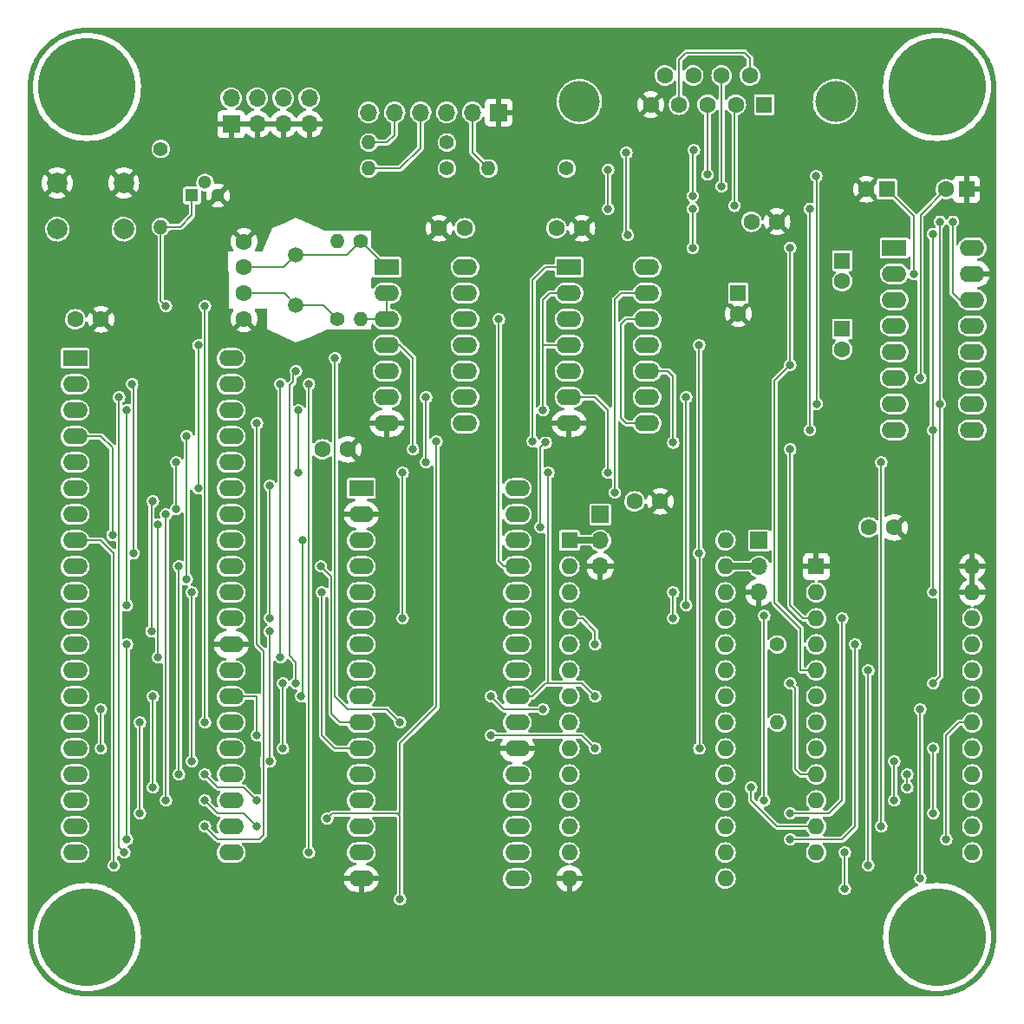
<source format=gbl>
G04 #@! TF.GenerationSoftware,KiCad,Pcbnew,(6.0.1)*
G04 #@! TF.CreationDate,2022-09-13T11:32:19-04:00*
G04 #@! TF.ProjectId,SIMPLE-Z80,53494d50-4c45-42d5-9a38-302e6b696361,1*
G04 #@! TF.SameCoordinates,Original*
G04 #@! TF.FileFunction,Copper,L2,Bot*
G04 #@! TF.FilePolarity,Positive*
%FSLAX46Y46*%
G04 Gerber Fmt 4.6, Leading zero omitted, Abs format (unit mm)*
G04 Created by KiCad (PCBNEW (6.0.1)) date 2022-09-13 11:32:19*
%MOMM*%
%LPD*%
G01*
G04 APERTURE LIST*
G04 #@! TA.AperFunction,ComponentPad*
%ADD10C,4.000000*%
G04 #@! TD*
G04 #@! TA.AperFunction,ComponentPad*
%ADD11R,1.600000X1.600000*%
G04 #@! TD*
G04 #@! TA.AperFunction,ComponentPad*
%ADD12C,1.600000*%
G04 #@! TD*
G04 #@! TA.AperFunction,ComponentPad*
%ADD13R,2.400000X1.600000*%
G04 #@! TD*
G04 #@! TA.AperFunction,ComponentPad*
%ADD14O,2.400000X1.600000*%
G04 #@! TD*
G04 #@! TA.AperFunction,ComponentPad*
%ADD15C,1.400000*%
G04 #@! TD*
G04 #@! TA.AperFunction,ComponentPad*
%ADD16O,1.400000X1.400000*%
G04 #@! TD*
G04 #@! TA.AperFunction,ComponentPad*
%ADD17C,9.525000*%
G04 #@! TD*
G04 #@! TA.AperFunction,ComponentPad*
%ADD18R,1.700000X1.700000*%
G04 #@! TD*
G04 #@! TA.AperFunction,ComponentPad*
%ADD19O,1.700000X1.700000*%
G04 #@! TD*
G04 #@! TA.AperFunction,ComponentPad*
%ADD20O,1.600000X1.600000*%
G04 #@! TD*
G04 #@! TA.AperFunction,ComponentPad*
%ADD21R,1.300000X1.300000*%
G04 #@! TD*
G04 #@! TA.AperFunction,ComponentPad*
%ADD22C,1.300000*%
G04 #@! TD*
G04 #@! TA.AperFunction,ComponentPad*
%ADD23C,2.000000*%
G04 #@! TD*
G04 #@! TA.AperFunction,ComponentPad*
%ADD24C,1.500000*%
G04 #@! TD*
G04 #@! TA.AperFunction,ViaPad*
%ADD25C,0.800000*%
G04 #@! TD*
G04 #@! TA.AperFunction,Conductor*
%ADD26C,0.203200*%
G04 #@! TD*
G04 #@! TA.AperFunction,Conductor*
%ADD27C,0.635000*%
G04 #@! TD*
G04 APERTURE END LIST*
D10*
X143237000Y-51769844D03*
X168237000Y-51769844D03*
D11*
X161277000Y-52069844D03*
D12*
X158507000Y-52069844D03*
X155737000Y-52069844D03*
X152967000Y-52069844D03*
X150197000Y-52069844D03*
X159892000Y-49229844D03*
X157122000Y-49229844D03*
X154352000Y-49229844D03*
X151582000Y-49229844D03*
D13*
X173967000Y-66054844D03*
D14*
X173967000Y-68594844D03*
X173967000Y-71134844D03*
X173967000Y-73674844D03*
X173967000Y-76214844D03*
X173967000Y-78754844D03*
X173967000Y-81294844D03*
X173967000Y-83834844D03*
X181587000Y-83834844D03*
X181587000Y-81294844D03*
X181587000Y-78754844D03*
X181587000Y-76214844D03*
X181587000Y-73674844D03*
X181587000Y-71134844D03*
X181587000Y-68594844D03*
X181587000Y-66054844D03*
D12*
X120642000Y-85729844D03*
X118142000Y-85729844D03*
D15*
X119626000Y-73029844D03*
D16*
X119626000Y-65409844D03*
D15*
X102354000Y-56392844D03*
D16*
X102354000Y-64012844D03*
D12*
X96512000Y-73029844D03*
X94012000Y-73029844D03*
D17*
X95150000Y-50350000D03*
D15*
X162552000Y-104779844D03*
D16*
X162552000Y-112399844D03*
D12*
X129532000Y-64139844D03*
X132032000Y-64139844D03*
D15*
X141978000Y-58297844D03*
D16*
X134358000Y-58297844D03*
D13*
X124437000Y-67944844D03*
D14*
X124437000Y-70484844D03*
X124437000Y-73024844D03*
X124437000Y-75564844D03*
X124437000Y-78104844D03*
X124437000Y-80644844D03*
X124437000Y-83184844D03*
X132057000Y-83184844D03*
X132057000Y-80644844D03*
X132057000Y-78104844D03*
X132057000Y-75564844D03*
X132057000Y-73024844D03*
X132057000Y-70484844D03*
X132057000Y-67944844D03*
D18*
X109222000Y-53984844D03*
D19*
X109222000Y-51444844D03*
X111762000Y-53984844D03*
X111762000Y-51444844D03*
X114302000Y-53984844D03*
X114302000Y-51444844D03*
X116842000Y-53984844D03*
X116842000Y-51444844D03*
D12*
X151122000Y-90809844D03*
X148622000Y-90809844D03*
X110482000Y-70489844D03*
X110482000Y-72989844D03*
D13*
X93992000Y-76844844D03*
D14*
X93992000Y-79384844D03*
X93992000Y-81924844D03*
X93992000Y-84464844D03*
X93992000Y-87004844D03*
X93992000Y-89544844D03*
X93992000Y-92084844D03*
X93992000Y-94624844D03*
X93992000Y-97164844D03*
X93992000Y-99704844D03*
X93992000Y-102244844D03*
X93992000Y-104784844D03*
X93992000Y-107324844D03*
X93992000Y-109864844D03*
X93992000Y-112404844D03*
X93992000Y-114944844D03*
X93992000Y-117484844D03*
X93992000Y-120024844D03*
X93992000Y-122564844D03*
X93992000Y-125104844D03*
X109232000Y-125104844D03*
X109232000Y-122564844D03*
X109232000Y-120024844D03*
X109232000Y-117484844D03*
X109232000Y-114944844D03*
X109232000Y-112404844D03*
X109232000Y-109864844D03*
X109232000Y-107324844D03*
X109232000Y-104784844D03*
X109232000Y-102244844D03*
X109232000Y-99704844D03*
X109232000Y-97164844D03*
X109232000Y-94624844D03*
X109232000Y-92084844D03*
X109232000Y-89544844D03*
X109232000Y-87004844D03*
X109232000Y-84464844D03*
X109232000Y-81924844D03*
X109232000Y-79384844D03*
X109232000Y-76844844D03*
D11*
X168902000Y-67309844D03*
D12*
X168902000Y-69309844D03*
X110482000Y-67949844D03*
X110482000Y-65449844D03*
D11*
X166362000Y-97159844D03*
D20*
X166362000Y-99699844D03*
X166362000Y-102239844D03*
X166362000Y-104779844D03*
X166362000Y-107319844D03*
X166362000Y-109859844D03*
X166362000Y-112399844D03*
X166362000Y-114939844D03*
X166362000Y-117479844D03*
X166362000Y-120019844D03*
X166362000Y-122559844D03*
X166362000Y-125099844D03*
X181602000Y-125099844D03*
X181602000Y-122559844D03*
X181602000Y-120019844D03*
X181602000Y-117479844D03*
X181602000Y-114939844D03*
X181602000Y-112399844D03*
X181602000Y-109859844D03*
X181602000Y-107319844D03*
X181602000Y-104779844D03*
X181602000Y-102239844D03*
X181602000Y-99699844D03*
X181602000Y-97159844D03*
D11*
X168902000Y-73979732D03*
D12*
X168902000Y-75979732D03*
X162532000Y-63504844D03*
X160032000Y-63504844D03*
D17*
X95150000Y-133350000D03*
D18*
X135342000Y-52829844D03*
D19*
X132802000Y-52829844D03*
X130262000Y-52829844D03*
X127722000Y-52829844D03*
X125182000Y-52829844D03*
X122642000Y-52829844D03*
D21*
X105402000Y-60943844D03*
D22*
X106672000Y-59673844D03*
X107942000Y-60943844D03*
D13*
X121932000Y-89539844D03*
D14*
X121932000Y-92079844D03*
X121932000Y-94619844D03*
X121932000Y-97159844D03*
X121932000Y-99699844D03*
X121932000Y-102239844D03*
X121932000Y-104779844D03*
X121932000Y-107319844D03*
X121932000Y-109859844D03*
X121932000Y-112399844D03*
X121932000Y-114939844D03*
X121932000Y-117479844D03*
X121932000Y-120019844D03*
X121932000Y-122559844D03*
X121932000Y-125099844D03*
X121932000Y-127639844D03*
X137172000Y-127639844D03*
X137172000Y-125099844D03*
X137172000Y-122559844D03*
X137172000Y-120019844D03*
X137172000Y-117479844D03*
X137172000Y-114939844D03*
X137172000Y-112399844D03*
X137172000Y-109859844D03*
X137172000Y-107319844D03*
X137172000Y-104779844D03*
X137172000Y-102239844D03*
X137172000Y-99699844D03*
X137172000Y-97159844D03*
X137172000Y-94619844D03*
X137172000Y-92079844D03*
X137172000Y-89539844D03*
D23*
X92246000Y-59730844D03*
X98746000Y-59730844D03*
X92246000Y-64230844D03*
X98746000Y-64230844D03*
D11*
X142252000Y-94629844D03*
D20*
X142252000Y-97169844D03*
X142252000Y-99709844D03*
X142252000Y-102249844D03*
X142252000Y-104789844D03*
X142252000Y-107329844D03*
X142252000Y-109869844D03*
X142252000Y-112409844D03*
X142252000Y-114949844D03*
X142252000Y-117489844D03*
X142252000Y-120029844D03*
X142252000Y-122569844D03*
X142252000Y-125109844D03*
X142252000Y-127649844D03*
X157492000Y-127649844D03*
X157492000Y-125109844D03*
X157492000Y-122569844D03*
X157492000Y-120029844D03*
X157492000Y-117489844D03*
X157492000Y-114949844D03*
X157492000Y-112409844D03*
X157492000Y-109869844D03*
X157492000Y-107329844D03*
X157492000Y-104789844D03*
X157492000Y-102249844D03*
X157492000Y-99709844D03*
X157492000Y-97169844D03*
X157492000Y-94629844D03*
D17*
X178150000Y-50350000D03*
D12*
X143482000Y-64139844D03*
X140982000Y-64139844D03*
D15*
X130294000Y-55757844D03*
D16*
X122674000Y-55757844D03*
D18*
X145280000Y-92094844D03*
D19*
X145280000Y-94634844D03*
X145280000Y-97174844D03*
D17*
X178150000Y-133350000D03*
D11*
X158742000Y-70489844D03*
D12*
X158742000Y-72489844D03*
D11*
X181033113Y-60329844D03*
D12*
X179033113Y-60329844D03*
D15*
X121912000Y-65409844D03*
D16*
X121912000Y-73029844D03*
D13*
X142217000Y-67944844D03*
D14*
X142217000Y-70484844D03*
X142217000Y-73024844D03*
X142217000Y-75564844D03*
X142217000Y-78104844D03*
X142217000Y-80644844D03*
X142217000Y-83184844D03*
X149837000Y-83184844D03*
X149837000Y-80644844D03*
X149837000Y-78104844D03*
X149837000Y-75564844D03*
X149837000Y-73024844D03*
X149837000Y-70484844D03*
X149837000Y-67944844D03*
D15*
X130294000Y-58297844D03*
D16*
X122674000Y-58297844D03*
D24*
X115562000Y-66769844D03*
X115562000Y-71649844D03*
D12*
X173982000Y-93349844D03*
X171482000Y-93349844D03*
D18*
X160774000Y-94634844D03*
D19*
X160774000Y-97174844D03*
X160774000Y-99714844D03*
D11*
X173252000Y-60329844D03*
D12*
X171252000Y-60329844D03*
D25*
X115562000Y-108589844D03*
X115562000Y-78109844D03*
X99705500Y-95889844D03*
X99560000Y-79379844D03*
X99052000Y-81919844D03*
X153662000Y-80649844D03*
X99052000Y-100969844D03*
X153662000Y-100969844D03*
X139438000Y-93349844D03*
X97636500Y-94111844D03*
X152392000Y-85076344D03*
X139946000Y-85076344D03*
X103878000Y-86999844D03*
X103878000Y-91571844D03*
X146695500Y-89939344D03*
X111752000Y-122559844D03*
X102862000Y-92079844D03*
X102862000Y-120019844D03*
X106672000Y-120019844D03*
X179062000Y-123829844D03*
X176522000Y-111129844D03*
X97782000Y-126369844D03*
X176522000Y-127639844D03*
X104132000Y-97159844D03*
X111752000Y-120019844D03*
X177792000Y-114939844D03*
X106672000Y-117479844D03*
X104132000Y-117479844D03*
X177792000Y-121289844D03*
X175252000Y-118749844D03*
X105402000Y-99699844D03*
X105402000Y-116209844D03*
X175252000Y-117479844D03*
X113022000Y-116209844D03*
X113022000Y-103509844D03*
X160012000Y-118749844D03*
X118102000Y-99699844D03*
X99052000Y-123829844D03*
X171442000Y-126369844D03*
X171442000Y-107319844D03*
X99052000Y-104779844D03*
X118000880Y-97159844D03*
X173982000Y-116209844D03*
X114292000Y-114939844D03*
X114292000Y-108589844D03*
X173982000Y-120019844D03*
X116178500Y-94619844D03*
X116070000Y-109859844D03*
X101592000Y-109859844D03*
X101592000Y-118749844D03*
X163822000Y-121289844D03*
X168902000Y-102239844D03*
X102100000Y-106049844D03*
X102100000Y-93095844D03*
X100322000Y-121289844D03*
X163822000Y-123829844D03*
X100322000Y-112399844D03*
X170172000Y-104779844D03*
X101446500Y-103509844D03*
X101592000Y-90809844D03*
X113022000Y-89285844D03*
X113022000Y-102239844D03*
X144772000Y-104779844D03*
X163822000Y-108589844D03*
X152392000Y-99699844D03*
X152392000Y-102239844D03*
X104894000Y-98429844D03*
X161282000Y-120019844D03*
X104894000Y-84459844D03*
X161282000Y-101985844D03*
X125976000Y-88015844D03*
X125976000Y-102239844D03*
X115811000Y-81924844D03*
X115816000Y-88015844D03*
X114038000Y-106049844D03*
X114038000Y-79379844D03*
X119372000Y-76839844D03*
X125722000Y-112399844D03*
X106018500Y-75569957D03*
X163822000Y-85729844D03*
X126992000Y-85729844D03*
X106018500Y-89539844D03*
X106672000Y-71759844D03*
X106672000Y-112399844D03*
X102862000Y-71759844D03*
X175877000Y-68594844D03*
X139692000Y-111129844D03*
X96512000Y-111129844D03*
X96512000Y-114939844D03*
X134612000Y-109859844D03*
X177792000Y-99699844D03*
X147820000Y-56773844D03*
X177742005Y-64697839D03*
X147947000Y-64774844D03*
X177782000Y-83834844D03*
X154297000Y-60964844D03*
X154424000Y-56519844D03*
X178427000Y-63504844D03*
X178417000Y-81294844D03*
X177792000Y-108589844D03*
X154297000Y-66044844D03*
X146042000Y-58424844D03*
X163822000Y-66044844D03*
X163822000Y-77474844D03*
X154297000Y-62234844D03*
X146042000Y-62234844D03*
X139692000Y-81919844D03*
X106672000Y-122559844D03*
X111752000Y-83189844D03*
X98798000Y-125099844D03*
X98290000Y-80649844D03*
X116832000Y-125099844D03*
X116832000Y-79379844D03*
X169156000Y-125099844D03*
X125722000Y-129671844D03*
X169156000Y-128655844D03*
X129278000Y-84967844D03*
X118610000Y-121797844D03*
X138676000Y-84967844D03*
X176522000Y-78744844D03*
X144772000Y-114939844D03*
X134612000Y-113669844D03*
X111752000Y-113669844D03*
X165727000Y-62234844D03*
X158386880Y-61954964D03*
X165745500Y-83824844D03*
X155737000Y-58889844D03*
X166399000Y-81284844D03*
X166362000Y-59059844D03*
X157122000Y-60044844D03*
X179697000Y-63504844D03*
X128262000Y-80649844D03*
X128262000Y-86999844D03*
X172712000Y-122559844D03*
X172712000Y-86999844D03*
X146042000Y-88015844D03*
X140200000Y-88015844D03*
X144772000Y-109859844D03*
X135374000Y-73029844D03*
X154932000Y-75569844D03*
X154932000Y-95889844D03*
X154942000Y-114949844D03*
D26*
X115562000Y-78109844D02*
X115308000Y-78363844D01*
X115562000Y-108589844D02*
X115562000Y-106520822D01*
X115308000Y-79125844D02*
X114945511Y-79488333D01*
X115562000Y-106520822D02*
X114945511Y-105904333D01*
X114945511Y-79488333D02*
X114945511Y-105904333D01*
X115308000Y-78363844D02*
X115308000Y-79125844D01*
X99705500Y-79525344D02*
X99560000Y-79379844D01*
X99705500Y-95889844D02*
X99705500Y-79525344D01*
X99052000Y-100969844D02*
X99052000Y-81919844D01*
X153662000Y-100969844D02*
X153662000Y-80649844D01*
X97636500Y-94111844D02*
X97636500Y-85584344D01*
X139438000Y-93349844D02*
X139438000Y-85584344D01*
X139438000Y-85584344D02*
X139946000Y-85076344D01*
X96517000Y-84464844D02*
X93992000Y-84464844D01*
X151879000Y-78104844D02*
X149837000Y-78104844D01*
X152392000Y-78617844D02*
X151879000Y-78104844D01*
X97636500Y-85584344D02*
X96517000Y-84464844D01*
X152392000Y-85076344D02*
X152392000Y-78617844D01*
X149837000Y-70484844D02*
X147317000Y-70484844D01*
X103878000Y-91571844D02*
X103878000Y-86999844D01*
X147317000Y-70484844D02*
X146695500Y-71106344D01*
X146695500Y-71106344D02*
X146695500Y-89939344D01*
X107942000Y-121289844D02*
X106672000Y-120019844D01*
X110482000Y-121289844D02*
X107942000Y-121289844D01*
X179062000Y-123829844D02*
X179062000Y-113669844D01*
X180332000Y-112399844D02*
X181602000Y-112399844D01*
X102862000Y-120019844D02*
X102862000Y-92079844D01*
X111752000Y-122559844D02*
X110482000Y-121289844D01*
X179062000Y-113669844D02*
X180332000Y-112399844D01*
X96512000Y-94619844D02*
X96507000Y-94624844D01*
X96507000Y-94624844D02*
X93992000Y-94624844D01*
X97782000Y-126369844D02*
X97782000Y-95889844D01*
X176522000Y-127639844D02*
X176522000Y-111129844D01*
X97782000Y-95889844D02*
X96512000Y-94619844D01*
X111752000Y-120019844D02*
X110482000Y-118749844D01*
X104132000Y-117479844D02*
X104132000Y-97159844D01*
X107942000Y-118749844D02*
X106672000Y-117479844D01*
X110482000Y-118749844D02*
X107942000Y-118749844D01*
X177792000Y-121289844D02*
X177792000Y-114939844D01*
X105402000Y-116209844D02*
X105402000Y-99699844D01*
X175252000Y-118749844D02*
X175252000Y-117479844D01*
X113022000Y-116209844D02*
X113022000Y-103509844D01*
X166362000Y-122559844D02*
X162552000Y-122559844D01*
X162552000Y-122559844D02*
X160012000Y-120019844D01*
X160012000Y-120019844D02*
X160012000Y-118749844D01*
X118102000Y-113669844D02*
X118102000Y-99699844D01*
X121932000Y-114939844D02*
X119372000Y-114939844D01*
X119372000Y-114939844D02*
X118102000Y-113669844D01*
X171442000Y-107319844D02*
X171442000Y-126369844D01*
X99052000Y-123829844D02*
X99052000Y-104779844D01*
X119016880Y-111536724D02*
X119016880Y-98175844D01*
X119880000Y-112399844D02*
X119016880Y-111536724D01*
X119016880Y-98175844D02*
X118000880Y-97159844D01*
X121932000Y-112399844D02*
X119880000Y-112399844D01*
X173982000Y-116209844D02*
X173982000Y-120019844D01*
X114292000Y-114939844D02*
X114292000Y-108589844D01*
X116215511Y-109714333D02*
X116070000Y-109859844D01*
X116215511Y-98104355D02*
X116215511Y-109714333D01*
X116178500Y-98067344D02*
X116215511Y-98104355D01*
X116178500Y-94619844D02*
X116178500Y-98067344D01*
X168902000Y-120019844D02*
X167632000Y-121289844D01*
X101592000Y-118749844D02*
X101592000Y-109859844D01*
X168902000Y-102239844D02*
X168902000Y-120019844D01*
X167632000Y-121289844D02*
X163822000Y-121289844D01*
X102100000Y-106049844D02*
X102100000Y-93095844D01*
X163822000Y-123829844D02*
X168902000Y-123829844D01*
X170172000Y-122559844D02*
X170172000Y-104779844D01*
X100322000Y-121289844D02*
X100322000Y-112399844D01*
X168902000Y-123829844D02*
X170172000Y-122559844D01*
X101446500Y-90955344D02*
X101592000Y-90809844D01*
X101446500Y-103509844D02*
X101446500Y-90955344D01*
X113022000Y-102239844D02*
X113022000Y-89285844D01*
X164330000Y-109097844D02*
X164330000Y-116971844D01*
X143512000Y-102249844D02*
X144772000Y-103509844D01*
X142252000Y-102249844D02*
X143512000Y-102249844D01*
X164330000Y-116971844D02*
X164838000Y-117479844D01*
X163822000Y-108589844D02*
X164330000Y-109097844D01*
X144772000Y-103509844D02*
X144772000Y-104779844D01*
X164838000Y-117479844D02*
X166362000Y-117479844D01*
X152392000Y-99699844D02*
X152392000Y-102239844D01*
X161282000Y-120019844D02*
X161282000Y-101985844D01*
X104894000Y-98429844D02*
X104894000Y-84459844D01*
X115811000Y-88010844D02*
X115816000Y-88015844D01*
X125976000Y-102239844D02*
X125976000Y-88015844D01*
X115811000Y-81924844D02*
X115811000Y-88010844D01*
X114038000Y-106049844D02*
X114038000Y-79379844D01*
X124452000Y-111129844D02*
X120642000Y-111129844D01*
X120642000Y-111129844D02*
X119372000Y-109859844D01*
X125722000Y-112399844D02*
X124452000Y-111129844D01*
X119372000Y-109859844D02*
X119372000Y-76839844D01*
X106018500Y-75569957D02*
X106018500Y-89539844D01*
X126992000Y-76839844D02*
X125717000Y-75564844D01*
X163822000Y-100969844D02*
X163822000Y-85729844D01*
X125717000Y-75564844D02*
X124437000Y-75564844D01*
X126992000Y-85729844D02*
X126992000Y-76839844D01*
X166362000Y-102239844D02*
X165092000Y-102239844D01*
X165092000Y-102239844D02*
X163822000Y-100969844D01*
X104259000Y-64012844D02*
X105402000Y-62869844D01*
X102354000Y-64012844D02*
X102354000Y-71251844D01*
X106672000Y-112399844D02*
X106672000Y-71759844D01*
X105402000Y-62869844D02*
X105402000Y-60943844D01*
X102354000Y-64012844D02*
X104259000Y-64012844D01*
X102354000Y-71251844D02*
X102862000Y-71759844D01*
X175877000Y-62954844D02*
X173252000Y-60329844D01*
X175877000Y-68594844D02*
X175877000Y-62954844D01*
X114382000Y-67949844D02*
X115562000Y-66769844D01*
X120552000Y-66769844D02*
X121912000Y-65409844D01*
X110482000Y-67949844D02*
X114382000Y-67949844D01*
X121912000Y-65409844D02*
X124437000Y-67934844D01*
X115562000Y-66769844D02*
X120552000Y-66769844D01*
X118246000Y-71649844D02*
X119626000Y-73029844D01*
X110482000Y-70489844D02*
X114402000Y-70489844D01*
X114402000Y-70489844D02*
X115562000Y-71649844D01*
X115562000Y-71649844D02*
X118246000Y-71649844D01*
X124437000Y-70484844D02*
X124437000Y-73024844D01*
X121912000Y-73029844D02*
X124432000Y-73029844D01*
X139692000Y-111129844D02*
X135882000Y-111129844D01*
X135882000Y-111129844D02*
X134612000Y-109859844D01*
X96512000Y-111129844D02*
X96512000Y-114939844D01*
X147820000Y-64647844D02*
X147947000Y-64774844D01*
X147820000Y-56773844D02*
X147820000Y-64647844D01*
X177782000Y-83834844D02*
X177763489Y-83816333D01*
X177782000Y-99689844D02*
X177792000Y-99699844D01*
X177763489Y-64719322D02*
X177742005Y-64697839D01*
X177763489Y-83816333D02*
X177763489Y-64719322D01*
X177782000Y-83834844D02*
X177782000Y-99689844D01*
X154424000Y-56519844D02*
X154297000Y-56646844D01*
X178435511Y-89241453D02*
X178445511Y-89251453D01*
X154297000Y-56646844D02*
X154297000Y-60964844D01*
X178435511Y-81313355D02*
X178435511Y-89241453D01*
X178445511Y-89251453D02*
X178445511Y-107936333D01*
X178417000Y-81294844D02*
X178435511Y-81313355D01*
X178417000Y-81294844D02*
X178417000Y-63494844D01*
X178445511Y-107936333D02*
X177792000Y-108589844D01*
X166362000Y-107319844D02*
X164838000Y-107319844D01*
X164838000Y-107319844D02*
X164838000Y-103255844D01*
X146042000Y-62234844D02*
X146042000Y-58424844D01*
X164838000Y-103255844D02*
X162298000Y-100715844D01*
X154297000Y-66044844D02*
X154297000Y-62234844D01*
X163822000Y-77474844D02*
X163822000Y-66044844D01*
X162298000Y-100715844D02*
X162298000Y-78998844D01*
X162298000Y-78998844D02*
X163822000Y-77474844D01*
D27*
X142252000Y-94629844D02*
X145275000Y-94629844D01*
D26*
X112368489Y-115939150D02*
X112368489Y-116609355D01*
X112405511Y-116646377D02*
X112405511Y-123430333D01*
X142217000Y-75564844D02*
X139697000Y-75564844D01*
X106672000Y-122559844D02*
X107942000Y-123829844D01*
X112405511Y-115902128D02*
X112368489Y-115939150D01*
X111752000Y-104779844D02*
X112405511Y-105433355D01*
X112368489Y-116609355D02*
X112405511Y-116646377D01*
X139697000Y-75564844D02*
X139692000Y-75569844D01*
X139692000Y-75569844D02*
X139692000Y-71124844D01*
X111752000Y-104779844D02*
X111752000Y-83189844D01*
X112405511Y-123430333D02*
X112006000Y-123829844D01*
X107942000Y-123829844D02*
X112006000Y-123829844D01*
X139692000Y-81919844D02*
X139692000Y-75569844D01*
X139692000Y-71124844D02*
X140332000Y-70484844D01*
X112405511Y-105433355D02*
X112405511Y-115902128D01*
X140332000Y-70484844D02*
X142217000Y-70484844D01*
X98290000Y-124591844D02*
X98798000Y-125099844D01*
X98290000Y-80649844D02*
X98290000Y-124591844D01*
X116832000Y-125099844D02*
X116832000Y-79379844D01*
X125722000Y-129671844D02*
X125722000Y-121543844D01*
X169156000Y-125099844D02*
X169156000Y-128655844D01*
X138676000Y-69219844D02*
X139951000Y-67944844D01*
X119118000Y-121289844D02*
X125468000Y-121289844D01*
X125722000Y-121543844D02*
X125468000Y-121289844D01*
X139951000Y-67944844D02*
X142217000Y-67944844D01*
X138676000Y-84967844D02*
X138676000Y-69219844D01*
X118610000Y-121797844D02*
X119118000Y-121289844D01*
X125722000Y-114431844D02*
X129278000Y-110875844D01*
X129278000Y-110875844D02*
X129278000Y-84967844D01*
X125722000Y-121289844D02*
X125722000Y-114431844D01*
X125468000Y-121289844D02*
X125722000Y-121289844D01*
X152967000Y-47689844D02*
X152967000Y-52069844D01*
X159892000Y-47509844D02*
X159377000Y-46994844D01*
X159377000Y-46994844D02*
X153662000Y-46994844D01*
X159892000Y-49229844D02*
X159892000Y-47509844D01*
X153662000Y-46994844D02*
X152967000Y-47689844D01*
X176522000Y-78744844D02*
X176530511Y-78736333D01*
X176530511Y-78736333D02*
X176530511Y-62861333D01*
X176530511Y-62861333D02*
X179062000Y-60329844D01*
X111752000Y-113669844D02*
X111752000Y-109859844D01*
X111747000Y-109864844D02*
X109232000Y-109864844D01*
X111752000Y-109859844D02*
X111747000Y-109864844D01*
X143502000Y-113669844D02*
X134612000Y-113669844D01*
X144772000Y-114939844D02*
X143502000Y-113669844D01*
X132802000Y-56741844D02*
X134358000Y-58297844D01*
X132802000Y-52829844D02*
X132802000Y-56741844D01*
X122674000Y-58297844D02*
X125722000Y-58297844D01*
X127722000Y-56297844D02*
X127722000Y-52829844D01*
X125722000Y-58297844D02*
X127722000Y-56297844D01*
X125182000Y-55027844D02*
X125182000Y-52829844D01*
X122674000Y-55757844D02*
X124452000Y-55757844D01*
X124452000Y-55757844D02*
X125182000Y-55027844D01*
X165745500Y-62253344D02*
X165727000Y-62234844D01*
X165745500Y-83824844D02*
X165745500Y-78763344D01*
X165745500Y-78744844D02*
X165745500Y-62253344D01*
X158386880Y-52189964D02*
X158386880Y-61954964D01*
X165745500Y-78763344D02*
X165745500Y-78744844D01*
X166399000Y-81284844D02*
X166399000Y-59096844D01*
X155737000Y-52069844D02*
X155737000Y-58889844D01*
X166399000Y-59096844D02*
X166362000Y-59059844D01*
X157122000Y-60044844D02*
X157122000Y-49229844D01*
X179697000Y-70489844D02*
X179697000Y-63504844D01*
X180342000Y-71134844D02*
X179697000Y-70489844D01*
X128262000Y-86999844D02*
X128262000Y-80649844D01*
X172712000Y-122559844D02*
X172712000Y-86999844D01*
X140200000Y-88015844D02*
X140200000Y-108589844D01*
X143502000Y-108589844D02*
X144772000Y-109859844D01*
X144767000Y-80644844D02*
X142217000Y-80644844D01*
X138676000Y-109859844D02*
X137172000Y-109859844D01*
X139946000Y-108589844D02*
X143502000Y-108589844D01*
X139946000Y-108589844D02*
X138676000Y-109859844D01*
X146042000Y-88015844D02*
X146042000Y-81919844D01*
X146042000Y-81919844D02*
X144767000Y-80644844D01*
X135882000Y-97159844D02*
X137172000Y-97159844D01*
X135374000Y-73029844D02*
X135374000Y-96651844D01*
X135374000Y-96651844D02*
X135882000Y-97159844D01*
X154932000Y-95889844D02*
X154932000Y-75569844D01*
X154942000Y-114949844D02*
X154942000Y-95899844D01*
X154942000Y-95899844D02*
X154932000Y-95889844D01*
X147825000Y-73024844D02*
X147312000Y-73537844D01*
X147815000Y-83184844D02*
X149837000Y-83184844D01*
X149837000Y-73024844D02*
X147825000Y-73024844D01*
X147312000Y-82681844D02*
X147815000Y-83184844D01*
X147312000Y-73537844D02*
X147312000Y-82681844D01*
D27*
X157492000Y-97169844D02*
X160769000Y-97169844D01*
G04 #@! TA.AperFunction,Conductor*
G36*
X178130552Y-44555237D02*
G01*
X178135808Y-44555246D01*
X178149636Y-44558426D01*
X178163476Y-44555294D01*
X178177664Y-44555319D01*
X178177664Y-44555373D01*
X178185941Y-44554612D01*
X178324710Y-44560065D01*
X178599862Y-44570876D01*
X178609724Y-44571652D01*
X179051907Y-44623987D01*
X179061679Y-44625535D01*
X179284288Y-44669814D01*
X179498393Y-44712403D01*
X179507994Y-44714708D01*
X179795412Y-44795768D01*
X179936540Y-44835570D01*
X179945949Y-44838627D01*
X180363696Y-44992742D01*
X180372833Y-44996527D01*
X180777202Y-45182943D01*
X180786007Y-45187430D01*
X181174504Y-45404999D01*
X181182940Y-45410168D01*
X181553164Y-45657543D01*
X181561152Y-45663347D01*
X181708564Y-45779557D01*
X181910831Y-45939012D01*
X181918354Y-45945437D01*
X182006221Y-46026660D01*
X182245333Y-46247693D01*
X182252307Y-46254667D01*
X182418467Y-46434418D01*
X182554563Y-46581646D01*
X182560988Y-46589169D01*
X182699412Y-46764759D01*
X182728575Y-46801751D01*
X182836647Y-46938840D01*
X182842457Y-46946836D01*
X182850342Y-46958638D01*
X183089832Y-47317060D01*
X183095001Y-47325496D01*
X183312570Y-47713993D01*
X183317057Y-47722798D01*
X183384223Y-47868493D01*
X183503472Y-48127164D01*
X183507258Y-48136304D01*
X183661373Y-48554051D01*
X183664430Y-48563460D01*
X183690339Y-48655325D01*
X183785292Y-48992006D01*
X183787597Y-49001607D01*
X183828977Y-49209637D01*
X183874465Y-49438321D01*
X183876013Y-49448093D01*
X183928348Y-49890276D01*
X183929124Y-49900138D01*
X183945365Y-50313482D01*
X183944603Y-50321620D01*
X183944779Y-50321620D01*
X183944754Y-50335805D01*
X183941574Y-50349636D01*
X183944706Y-50363477D01*
X183944698Y-50367994D01*
X183946800Y-50386809D01*
X183946800Y-133312609D01*
X183944763Y-133330552D01*
X183944754Y-133335808D01*
X183941574Y-133349636D01*
X183944706Y-133363476D01*
X183944681Y-133377664D01*
X183944627Y-133377664D01*
X183945388Y-133385943D01*
X183929124Y-133799862D01*
X183928348Y-133809724D01*
X183876013Y-134251907D01*
X183874465Y-134261679D01*
X183787599Y-134698386D01*
X183785292Y-134707994D01*
X183782424Y-134718165D01*
X183664430Y-135136540D01*
X183661373Y-135145949D01*
X183507258Y-135563696D01*
X183503472Y-135572836D01*
X183317062Y-135977192D01*
X183312570Y-135986007D01*
X183095001Y-136374504D01*
X183089832Y-136382940D01*
X182848993Y-136743382D01*
X182842462Y-136753156D01*
X182836647Y-136761160D01*
X182560988Y-137110831D01*
X182554563Y-137118354D01*
X182418467Y-137265582D01*
X182252307Y-137445333D01*
X182245333Y-137452307D01*
X182115634Y-137572200D01*
X181918354Y-137754563D01*
X181910831Y-137760988D01*
X181733925Y-137900450D01*
X181561152Y-138036653D01*
X181553164Y-138042457D01*
X181312518Y-138203251D01*
X181182940Y-138289832D01*
X181174504Y-138295001D01*
X180786007Y-138512570D01*
X180777202Y-138517057D01*
X180372836Y-138703472D01*
X180363696Y-138707258D01*
X179945949Y-138861373D01*
X179936540Y-138864430D01*
X179795412Y-138904232D01*
X179507994Y-138985292D01*
X179498393Y-138987597D01*
X179284288Y-139030186D01*
X179061679Y-139074465D01*
X179051907Y-139076013D01*
X178609724Y-139128348D01*
X178599862Y-139129124D01*
X178186518Y-139145365D01*
X178178380Y-139144603D01*
X178178380Y-139144779D01*
X178164195Y-139144754D01*
X178150364Y-139141574D01*
X178136523Y-139144706D01*
X178132006Y-139144698D01*
X178113191Y-139146800D01*
X95187391Y-139146800D01*
X95169448Y-139144763D01*
X95164192Y-139144754D01*
X95150364Y-139141574D01*
X95136524Y-139144706D01*
X95122336Y-139144681D01*
X95122336Y-139144627D01*
X95114059Y-139145388D01*
X94975290Y-139139935D01*
X94700138Y-139129124D01*
X94690276Y-139128348D01*
X94248093Y-139076013D01*
X94238321Y-139074465D01*
X94015712Y-139030186D01*
X93801607Y-138987597D01*
X93792006Y-138985292D01*
X93504588Y-138904232D01*
X93363460Y-138864430D01*
X93354051Y-138861373D01*
X92936304Y-138707258D01*
X92927164Y-138703472D01*
X92522798Y-138517057D01*
X92513993Y-138512570D01*
X92125496Y-138295001D01*
X92117060Y-138289832D01*
X91987482Y-138203251D01*
X91746836Y-138042457D01*
X91738848Y-138036653D01*
X91566075Y-137900450D01*
X91389169Y-137760988D01*
X91381646Y-137754563D01*
X91184366Y-137572200D01*
X91054667Y-137452307D01*
X91047693Y-137445333D01*
X90881533Y-137265582D01*
X90745437Y-137118354D01*
X90739012Y-137110831D01*
X90463353Y-136761160D01*
X90457538Y-136753156D01*
X90451008Y-136743382D01*
X90210168Y-136382940D01*
X90204999Y-136374504D01*
X89987430Y-135986007D01*
X89982938Y-135977192D01*
X89796528Y-135572836D01*
X89792742Y-135563696D01*
X89638627Y-135145949D01*
X89635570Y-135136540D01*
X89517576Y-134718165D01*
X89514708Y-134707994D01*
X89512401Y-134698386D01*
X89425535Y-134261679D01*
X89423987Y-134251907D01*
X89371652Y-133809724D01*
X89370876Y-133799862D01*
X89354635Y-133386518D01*
X89355397Y-133378380D01*
X89355221Y-133378380D01*
X89355246Y-133364195D01*
X89358426Y-133350364D01*
X89358344Y-133350000D01*
X89873978Y-133350000D01*
X89874098Y-133352748D01*
X89893836Y-133804812D01*
X89894055Y-133809836D01*
X89894416Y-133812575D01*
X89952902Y-134256819D01*
X89954133Y-134266172D01*
X90053754Y-134715535D01*
X90192161Y-135154506D01*
X90368300Y-135579743D01*
X90580831Y-135988011D01*
X90828136Y-136376202D01*
X91108333Y-136741362D01*
X91419289Y-137080711D01*
X91758638Y-137391667D01*
X91760800Y-137393326D01*
X91760806Y-137393331D01*
X91833300Y-137448957D01*
X92123798Y-137671864D01*
X92511989Y-137919169D01*
X92920257Y-138131700D01*
X93345494Y-138307839D01*
X93348114Y-138308665D01*
X93348122Y-138308668D01*
X93781835Y-138445417D01*
X93781840Y-138445418D01*
X93784465Y-138446246D01*
X94233828Y-138545867D01*
X94236548Y-138546225D01*
X94236553Y-138546226D01*
X94407423Y-138568721D01*
X94690164Y-138605945D01*
X94692913Y-138606065D01*
X94692924Y-138606066D01*
X95147252Y-138625902D01*
X95150000Y-138626022D01*
X95152748Y-138625902D01*
X95607076Y-138606066D01*
X95607087Y-138606065D01*
X95609836Y-138605945D01*
X95892577Y-138568721D01*
X96063447Y-138546226D01*
X96063452Y-138546225D01*
X96066172Y-138545867D01*
X96515535Y-138446246D01*
X96518160Y-138445418D01*
X96518165Y-138445417D01*
X96951878Y-138308668D01*
X96951886Y-138308665D01*
X96954506Y-138307839D01*
X97379743Y-138131700D01*
X97788011Y-137919169D01*
X98176202Y-137671864D01*
X98466700Y-137448957D01*
X98539194Y-137393331D01*
X98539200Y-137393326D01*
X98541362Y-137391667D01*
X98880711Y-137080711D01*
X99191667Y-136741362D01*
X99471864Y-136376202D01*
X99719169Y-135988011D01*
X99931700Y-135579743D01*
X100107839Y-135154506D01*
X100246246Y-134715535D01*
X100345867Y-134266172D01*
X100347099Y-134256819D01*
X100405584Y-133812575D01*
X100405945Y-133809836D01*
X100406165Y-133804812D01*
X100425902Y-133352748D01*
X100426022Y-133350000D01*
X172873978Y-133350000D01*
X172874098Y-133352748D01*
X172893836Y-133804812D01*
X172894055Y-133809836D01*
X172894416Y-133812575D01*
X172952902Y-134256819D01*
X172954133Y-134266172D01*
X173053754Y-134715535D01*
X173192161Y-135154506D01*
X173368300Y-135579743D01*
X173580831Y-135988011D01*
X173828136Y-136376202D01*
X174108333Y-136741362D01*
X174419289Y-137080711D01*
X174758638Y-137391667D01*
X174760800Y-137393326D01*
X174760806Y-137393331D01*
X174833300Y-137448957D01*
X175123798Y-137671864D01*
X175511989Y-137919169D01*
X175920257Y-138131700D01*
X176345494Y-138307839D01*
X176348114Y-138308665D01*
X176348122Y-138308668D01*
X176781835Y-138445417D01*
X176781840Y-138445418D01*
X176784465Y-138446246D01*
X177233828Y-138545867D01*
X177236548Y-138546225D01*
X177236553Y-138546226D01*
X177407423Y-138568721D01*
X177690164Y-138605945D01*
X177692913Y-138606065D01*
X177692924Y-138606066D01*
X178147252Y-138625902D01*
X178150000Y-138626022D01*
X178152748Y-138625902D01*
X178607076Y-138606066D01*
X178607087Y-138606065D01*
X178609836Y-138605945D01*
X178892577Y-138568721D01*
X179063447Y-138546226D01*
X179063452Y-138546225D01*
X179066172Y-138545867D01*
X179515535Y-138446246D01*
X179518160Y-138445418D01*
X179518165Y-138445417D01*
X179951878Y-138308668D01*
X179951886Y-138308665D01*
X179954506Y-138307839D01*
X180379743Y-138131700D01*
X180788011Y-137919169D01*
X181176202Y-137671864D01*
X181466700Y-137448957D01*
X181539194Y-137393331D01*
X181539200Y-137393326D01*
X181541362Y-137391667D01*
X181880711Y-137080711D01*
X182191667Y-136741362D01*
X182471864Y-136376202D01*
X182719169Y-135988011D01*
X182931700Y-135579743D01*
X183107839Y-135154506D01*
X183246246Y-134715535D01*
X183345867Y-134266172D01*
X183347099Y-134256819D01*
X183405584Y-133812575D01*
X183405945Y-133809836D01*
X183406165Y-133804812D01*
X183425902Y-133352748D01*
X183426022Y-133350000D01*
X183405945Y-132890164D01*
X183345867Y-132433828D01*
X183246246Y-131984465D01*
X183107839Y-131545494D01*
X182931700Y-131120257D01*
X182719169Y-130711989D01*
X182471864Y-130323798D01*
X182205218Y-129976298D01*
X182193331Y-129960806D01*
X182193326Y-129960800D01*
X182191667Y-129958638D01*
X181880711Y-129619289D01*
X181541362Y-129308333D01*
X181539200Y-129306674D01*
X181539194Y-129306669D01*
X181371699Y-129178146D01*
X181176202Y-129028136D01*
X180788011Y-128780831D01*
X180379743Y-128568300D01*
X180369459Y-128564040D01*
X180264377Y-128520514D01*
X179954506Y-128392161D01*
X179951886Y-128391335D01*
X179951878Y-128391332D01*
X179518165Y-128254583D01*
X179518160Y-128254582D01*
X179515535Y-128253754D01*
X179066172Y-128154133D01*
X179063452Y-128153775D01*
X179063447Y-128153774D01*
X178876499Y-128129162D01*
X178609836Y-128094055D01*
X178607087Y-128093935D01*
X178607076Y-128093934D01*
X178152748Y-128074098D01*
X178150000Y-128073978D01*
X178147252Y-128074098D01*
X177692924Y-128093934D01*
X177692913Y-128093935D01*
X177690164Y-128094055D01*
X177423501Y-128129162D01*
X177236553Y-128153774D01*
X177236548Y-128153775D01*
X177233828Y-128154133D01*
X177155472Y-128171504D01*
X177084637Y-128166720D01*
X177027633Y-128124399D01*
X177002559Y-128057978D01*
X177017375Y-127988545D01*
X177028238Y-127971787D01*
X177044304Y-127950849D01*
X177049331Y-127944298D01*
X177093430Y-127837833D01*
X177107001Y-127805071D01*
X177107002Y-127805068D01*
X177110161Y-127797441D01*
X177130909Y-127639844D01*
X177110161Y-127482247D01*
X177098440Y-127453948D01*
X177052491Y-127343020D01*
X177049331Y-127335390D01*
X176952564Y-127209280D01*
X176876594Y-127150986D01*
X176834728Y-127093649D01*
X176827300Y-127051025D01*
X176827300Y-125085762D01*
X180593542Y-125085762D01*
X180594058Y-125091906D01*
X180607150Y-125247808D01*
X180610013Y-125281908D01*
X180611712Y-125287833D01*
X180661025Y-125459808D01*
X180664268Y-125471118D01*
X180667087Y-125476603D01*
X180751424Y-125640705D01*
X180751427Y-125640710D01*
X180754242Y-125646187D01*
X180876506Y-125800446D01*
X180881200Y-125804441D01*
X180882580Y-125805615D01*
X181026403Y-125928019D01*
X181031781Y-125931025D01*
X181031783Y-125931026D01*
X181091095Y-125964174D01*
X181198226Y-126024047D01*
X181204085Y-126025951D01*
X181204088Y-126025952D01*
X181264201Y-126045484D01*
X181385427Y-126084873D01*
X181391537Y-126085602D01*
X181391539Y-126085602D01*
X181483152Y-126096526D01*
X181580878Y-126108179D01*
X181587013Y-126107707D01*
X181587015Y-126107707D01*
X181770992Y-126093551D01*
X181770996Y-126093550D01*
X181777134Y-126093078D01*
X181966719Y-126040145D01*
X182142411Y-125951396D01*
X182149541Y-125945826D01*
X182292659Y-125834010D01*
X182292660Y-125834009D01*
X182297520Y-125830212D01*
X182426136Y-125681208D01*
X182440350Y-125656187D01*
X182520316Y-125515424D01*
X182520318Y-125515419D01*
X182523362Y-125510061D01*
X182585493Y-125323288D01*
X182607495Y-125149127D01*
X182609721Y-125131508D01*
X182609722Y-125131499D01*
X182610163Y-125128005D01*
X182610556Y-125099844D01*
X182591348Y-124903948D01*
X182589031Y-124896272D01*
X182556594Y-124788839D01*
X182534456Y-124715513D01*
X182442048Y-124541718D01*
X182357193Y-124437675D01*
X182321537Y-124393956D01*
X182321534Y-124393953D01*
X182317642Y-124389181D01*
X182312893Y-124385252D01*
X182170727Y-124267642D01*
X182170723Y-124267640D01*
X182165977Y-124263713D01*
X181992831Y-124170093D01*
X181885500Y-124136869D01*
X181810685Y-124113710D01*
X181810682Y-124113709D01*
X181804798Y-124111888D01*
X181798673Y-124111244D01*
X181798672Y-124111244D01*
X181615169Y-124091957D01*
X181615168Y-124091957D01*
X181609041Y-124091313D01*
X181541230Y-124097484D01*
X181419153Y-124108593D01*
X181419149Y-124108594D01*
X181413015Y-124109152D01*
X181224188Y-124164727D01*
X181049752Y-124255920D01*
X180896350Y-124379258D01*
X180769827Y-124530043D01*
X180675001Y-124702532D01*
X180673140Y-124708399D01*
X180673139Y-124708401D01*
X180656974Y-124759358D01*
X180615483Y-124890153D01*
X180593542Y-125085762D01*
X176827300Y-125085762D01*
X176827300Y-123829844D01*
X178453091Y-123829844D01*
X178473839Y-123987441D01*
X178476998Y-123995068D01*
X178476999Y-123995071D01*
X178491842Y-124030904D01*
X178534669Y-124134298D01*
X178631436Y-124260408D01*
X178757545Y-124357175D01*
X178801542Y-124375399D01*
X178896773Y-124414845D01*
X178896776Y-124414846D01*
X178904403Y-124418005D01*
X179062000Y-124438753D01*
X179070188Y-124437675D01*
X179211409Y-124419083D01*
X179219597Y-124418005D01*
X179227224Y-124414846D01*
X179227227Y-124414845D01*
X179322458Y-124375399D01*
X179366455Y-124357175D01*
X179492564Y-124260408D01*
X179589331Y-124134298D01*
X179632158Y-124030904D01*
X179647001Y-123995071D01*
X179647002Y-123995068D01*
X179650161Y-123987441D01*
X179670909Y-123829844D01*
X179650161Y-123672247D01*
X179637413Y-123641469D01*
X179607072Y-123568221D01*
X179589331Y-123525390D01*
X179528040Y-123445514D01*
X179497591Y-123405831D01*
X179497590Y-123405830D01*
X179492564Y-123399280D01*
X179416594Y-123340986D01*
X179374728Y-123283649D01*
X179367300Y-123241025D01*
X179367300Y-122545762D01*
X180593542Y-122545762D01*
X180594058Y-122551906D01*
X180607870Y-122716384D01*
X180610013Y-122741908D01*
X180611712Y-122747833D01*
X180660288Y-122917237D01*
X180664268Y-122931118D01*
X180667087Y-122936603D01*
X180751424Y-123100705D01*
X180751427Y-123100710D01*
X180754242Y-123106187D01*
X180876506Y-123260446D01*
X180881200Y-123264441D01*
X180882580Y-123265615D01*
X181026403Y-123388019D01*
X181031781Y-123391025D01*
X181031783Y-123391026D01*
X181107498Y-123433341D01*
X181198226Y-123484047D01*
X181204085Y-123485951D01*
X181204088Y-123485952D01*
X181261302Y-123504542D01*
X181385427Y-123544873D01*
X181391537Y-123545602D01*
X181391539Y-123545602D01*
X181480125Y-123556165D01*
X181580878Y-123568179D01*
X181587013Y-123567707D01*
X181587015Y-123567707D01*
X181770992Y-123553551D01*
X181770996Y-123553550D01*
X181777134Y-123553078D01*
X181966719Y-123500145D01*
X182142411Y-123411396D01*
X182149541Y-123405826D01*
X182292659Y-123294010D01*
X182292660Y-123294009D01*
X182297520Y-123290212D01*
X182426136Y-123141208D01*
X182440350Y-123116187D01*
X182520316Y-122975424D01*
X182520318Y-122975419D01*
X182523362Y-122970061D01*
X182585493Y-122783288D01*
X182596129Y-122699093D01*
X182609721Y-122591508D01*
X182609722Y-122591499D01*
X182610163Y-122588005D01*
X182610556Y-122559844D01*
X182591348Y-122363948D01*
X182589031Y-122356272D01*
X182550426Y-122228408D01*
X182534456Y-122175513D01*
X182442048Y-122001718D01*
X182357193Y-121897675D01*
X182321537Y-121853956D01*
X182321534Y-121853953D01*
X182317642Y-121849181D01*
X182312893Y-121845252D01*
X182170727Y-121727642D01*
X182170723Y-121727640D01*
X182165977Y-121723713D01*
X181992831Y-121630093D01*
X181885500Y-121596869D01*
X181810685Y-121573710D01*
X181810682Y-121573709D01*
X181804798Y-121571888D01*
X181798673Y-121571244D01*
X181798672Y-121571244D01*
X181615169Y-121551957D01*
X181615168Y-121551957D01*
X181609041Y-121551313D01*
X181541230Y-121557484D01*
X181419153Y-121568593D01*
X181419149Y-121568594D01*
X181413015Y-121569152D01*
X181224188Y-121624727D01*
X181049752Y-121715920D01*
X180896350Y-121839258D01*
X180769827Y-121990043D01*
X180675001Y-122162532D01*
X180673140Y-122168399D01*
X180673139Y-122168401D01*
X180652158Y-122234542D01*
X180615483Y-122350153D01*
X180593542Y-122545762D01*
X179367300Y-122545762D01*
X179367300Y-120005762D01*
X180593542Y-120005762D01*
X180594058Y-120011906D01*
X180607870Y-120176384D01*
X180610013Y-120201908D01*
X180611712Y-120207833D01*
X180660288Y-120377237D01*
X180664268Y-120391118D01*
X180667087Y-120396603D01*
X180751424Y-120560705D01*
X180751427Y-120560710D01*
X180754242Y-120566187D01*
X180876506Y-120720446D01*
X180881200Y-120724441D01*
X180882580Y-120725615D01*
X181026403Y-120848019D01*
X181031781Y-120851025D01*
X181031783Y-120851026D01*
X181113780Y-120896852D01*
X181198226Y-120944047D01*
X181204085Y-120945951D01*
X181204088Y-120945952D01*
X181261302Y-120964542D01*
X181385427Y-121004873D01*
X181391537Y-121005602D01*
X181391539Y-121005602D01*
X181483153Y-121016526D01*
X181580878Y-121028179D01*
X181587013Y-121027707D01*
X181587015Y-121027707D01*
X181770992Y-121013551D01*
X181770996Y-121013550D01*
X181777134Y-121013078D01*
X181966719Y-120960145D01*
X182142411Y-120871396D01*
X182149541Y-120865826D01*
X182292659Y-120754010D01*
X182292660Y-120754009D01*
X182297520Y-120750212D01*
X182426136Y-120601208D01*
X182440350Y-120576187D01*
X182520316Y-120435424D01*
X182520318Y-120435419D01*
X182523362Y-120430061D01*
X182585493Y-120243288D01*
X182591677Y-120194337D01*
X182609721Y-120051508D01*
X182609722Y-120051499D01*
X182610163Y-120048005D01*
X182610556Y-120019844D01*
X182591348Y-119823948D01*
X182589031Y-119816272D01*
X182556594Y-119708839D01*
X182534456Y-119635513D01*
X182442048Y-119461718D01*
X182357193Y-119357675D01*
X182321537Y-119313956D01*
X182321534Y-119313953D01*
X182317642Y-119309181D01*
X182312893Y-119305252D01*
X182170727Y-119187642D01*
X182170723Y-119187640D01*
X182165977Y-119183713D01*
X181992831Y-119090093D01*
X181880412Y-119055294D01*
X181810685Y-119033710D01*
X181810682Y-119033709D01*
X181804798Y-119031888D01*
X181798673Y-119031244D01*
X181798672Y-119031244D01*
X181615169Y-119011957D01*
X181615168Y-119011957D01*
X181609041Y-119011313D01*
X181541230Y-119017484D01*
X181419153Y-119028593D01*
X181419149Y-119028594D01*
X181413015Y-119029152D01*
X181224188Y-119084727D01*
X181049752Y-119175920D01*
X180896350Y-119299258D01*
X180769827Y-119450043D01*
X180675001Y-119622532D01*
X180673140Y-119628399D01*
X180673139Y-119628401D01*
X180656974Y-119679358D01*
X180615483Y-119810153D01*
X180593542Y-120005762D01*
X179367300Y-120005762D01*
X179367300Y-117465762D01*
X180593542Y-117465762D01*
X180594058Y-117471906D01*
X180607870Y-117636384D01*
X180610013Y-117661908D01*
X180611712Y-117667833D01*
X180660288Y-117837237D01*
X180664268Y-117851118D01*
X180667087Y-117856603D01*
X180751424Y-118020705D01*
X180751427Y-118020710D01*
X180754242Y-118026187D01*
X180876506Y-118180446D01*
X180881200Y-118184441D01*
X180882580Y-118185615D01*
X181026403Y-118308019D01*
X181031781Y-118311025D01*
X181031783Y-118311026D01*
X181091095Y-118344174D01*
X181198226Y-118404047D01*
X181204085Y-118405951D01*
X181204088Y-118405952D01*
X181261302Y-118424542D01*
X181385427Y-118464873D01*
X181391537Y-118465602D01*
X181391539Y-118465602D01*
X181483152Y-118476526D01*
X181580878Y-118488179D01*
X181587013Y-118487707D01*
X181587015Y-118487707D01*
X181770992Y-118473551D01*
X181770996Y-118473550D01*
X181777134Y-118473078D01*
X181966719Y-118420145D01*
X182142411Y-118331396D01*
X182149541Y-118325826D01*
X182292659Y-118214010D01*
X182292660Y-118214009D01*
X182297520Y-118210212D01*
X182426136Y-118061208D01*
X182440350Y-118036187D01*
X182520316Y-117895424D01*
X182520318Y-117895419D01*
X182523362Y-117890061D01*
X182585493Y-117703288D01*
X182595028Y-117627808D01*
X182609721Y-117511508D01*
X182609722Y-117511499D01*
X182610163Y-117508005D01*
X182610556Y-117479844D01*
X182591348Y-117283948D01*
X182589031Y-117276272D01*
X182552278Y-117154542D01*
X182534456Y-117095513D01*
X182442048Y-116921718D01*
X182372182Y-116836054D01*
X182321537Y-116773956D01*
X182321534Y-116773953D01*
X182317642Y-116769181D01*
X182312893Y-116765252D01*
X182170727Y-116647642D01*
X182170723Y-116647640D01*
X182165977Y-116643713D01*
X181992831Y-116550093D01*
X181877194Y-116514298D01*
X181810685Y-116493710D01*
X181810682Y-116493709D01*
X181804798Y-116491888D01*
X181798673Y-116491244D01*
X181798672Y-116491244D01*
X181615169Y-116471957D01*
X181615168Y-116471957D01*
X181609041Y-116471313D01*
X181541230Y-116477484D01*
X181419153Y-116488593D01*
X181419149Y-116488594D01*
X181413015Y-116489152D01*
X181224188Y-116544727D01*
X181049752Y-116635920D01*
X180896350Y-116759258D01*
X180769827Y-116910043D01*
X180675001Y-117082532D01*
X180673140Y-117088399D01*
X180673139Y-117088401D01*
X180647622Y-117168839D01*
X180615483Y-117270153D01*
X180593542Y-117465762D01*
X179367300Y-117465762D01*
X179367300Y-114925762D01*
X180593542Y-114925762D01*
X180594058Y-114931906D01*
X180608111Y-115099253D01*
X180610013Y-115121908D01*
X180611712Y-115127833D01*
X180660288Y-115297237D01*
X180664268Y-115311118D01*
X180667087Y-115316603D01*
X180751424Y-115480705D01*
X180751427Y-115480710D01*
X180754242Y-115486187D01*
X180876506Y-115640446D01*
X180881200Y-115644441D01*
X180882580Y-115645615D01*
X181026403Y-115768019D01*
X181031781Y-115771025D01*
X181031783Y-115771026D01*
X181113780Y-115816852D01*
X181198226Y-115864047D01*
X181204085Y-115865951D01*
X181204088Y-115865952D01*
X181263383Y-115885218D01*
X181385427Y-115924873D01*
X181391537Y-115925602D01*
X181391539Y-115925602D01*
X181483153Y-115936526D01*
X181580878Y-115948179D01*
X181587013Y-115947707D01*
X181587015Y-115947707D01*
X181770992Y-115933551D01*
X181770996Y-115933550D01*
X181777134Y-115933078D01*
X181966719Y-115880145D01*
X182142411Y-115791396D01*
X182149541Y-115785826D01*
X182292659Y-115674010D01*
X182292660Y-115674009D01*
X182297520Y-115670212D01*
X182426136Y-115521208D01*
X182440350Y-115496187D01*
X182520316Y-115355424D01*
X182520318Y-115355419D01*
X182523362Y-115350061D01*
X182585493Y-115163288D01*
X182606863Y-114994127D01*
X182609721Y-114971508D01*
X182609722Y-114971499D01*
X182610163Y-114968005D01*
X182610556Y-114939844D01*
X182591348Y-114743948D01*
X182589031Y-114736272D01*
X182563895Y-114653020D01*
X182534456Y-114555513D01*
X182442048Y-114381718D01*
X182372182Y-114296054D01*
X182321537Y-114233956D01*
X182321534Y-114233953D01*
X182317642Y-114229181D01*
X182312893Y-114225252D01*
X182170727Y-114107642D01*
X182170723Y-114107640D01*
X182165977Y-114103713D01*
X181992831Y-114010093D01*
X181877194Y-113974298D01*
X181810685Y-113953710D01*
X181810682Y-113953709D01*
X181804798Y-113951888D01*
X181798673Y-113951244D01*
X181798672Y-113951244D01*
X181615169Y-113931957D01*
X181615168Y-113931957D01*
X181609041Y-113931313D01*
X181541230Y-113937484D01*
X181419153Y-113948593D01*
X181419149Y-113948594D01*
X181413015Y-113949152D01*
X181224188Y-114004727D01*
X181049752Y-114095920D01*
X180896350Y-114219258D01*
X180769827Y-114370043D01*
X180675001Y-114542532D01*
X180673140Y-114548399D01*
X180673139Y-114548401D01*
X180660521Y-114588178D01*
X180615483Y-114730153D01*
X180593542Y-114925762D01*
X179367300Y-114925762D01*
X179367300Y-113848493D01*
X179387302Y-113780372D01*
X179404205Y-113759398D01*
X180421554Y-112742049D01*
X180483866Y-112708023D01*
X180510649Y-112705144D01*
X180553451Y-112705144D01*
X180621572Y-112725146D01*
X180665517Y-112773549D01*
X180751424Y-112940705D01*
X180751427Y-112940710D01*
X180754242Y-112946187D01*
X180876506Y-113100446D01*
X180881200Y-113104441D01*
X180965385Y-113176088D01*
X181026403Y-113228019D01*
X181031781Y-113231025D01*
X181031783Y-113231026D01*
X181113780Y-113276852D01*
X181198226Y-113324047D01*
X181204085Y-113325951D01*
X181204088Y-113325952D01*
X181261302Y-113344542D01*
X181385427Y-113384873D01*
X181391537Y-113385602D01*
X181391539Y-113385602D01*
X181483153Y-113396526D01*
X181580878Y-113408179D01*
X181587013Y-113407707D01*
X181587015Y-113407707D01*
X181770992Y-113393551D01*
X181770996Y-113393550D01*
X181777134Y-113393078D01*
X181966719Y-113340145D01*
X182142411Y-113251396D01*
X182149541Y-113245826D01*
X182292659Y-113134010D01*
X182292660Y-113134009D01*
X182297520Y-113130212D01*
X182426136Y-112981208D01*
X182440350Y-112956187D01*
X182520316Y-112815424D01*
X182520318Y-112815419D01*
X182523362Y-112810061D01*
X182585493Y-112623288D01*
X182607495Y-112449127D01*
X182609721Y-112431508D01*
X182609722Y-112431499D01*
X182610163Y-112428005D01*
X182610556Y-112399844D01*
X182591348Y-112203948D01*
X182589031Y-112196272D01*
X182564851Y-112116185D01*
X182534456Y-112015513D01*
X182442048Y-111841718D01*
X182350499Y-111729468D01*
X182321537Y-111693956D01*
X182321534Y-111693953D01*
X182317642Y-111689181D01*
X182312893Y-111685252D01*
X182170727Y-111567642D01*
X182170723Y-111567640D01*
X182165977Y-111563713D01*
X181992831Y-111470093D01*
X181880412Y-111435294D01*
X181810685Y-111413710D01*
X181810682Y-111413709D01*
X181804798Y-111411888D01*
X181798673Y-111411244D01*
X181798672Y-111411244D01*
X181615169Y-111391957D01*
X181615168Y-111391957D01*
X181609041Y-111391313D01*
X181536275Y-111397935D01*
X181419153Y-111408593D01*
X181419149Y-111408594D01*
X181413015Y-111409152D01*
X181224188Y-111464727D01*
X181049752Y-111555920D01*
X180896350Y-111679258D01*
X180769827Y-111830043D01*
X180675001Y-112002532D01*
X180673139Y-112008401D01*
X180670710Y-112014069D01*
X180669146Y-112013399D01*
X180634035Y-112065525D01*
X180568834Y-112093619D01*
X180553595Y-112094544D01*
X180385281Y-112094544D01*
X180382462Y-112094337D01*
X180377371Y-112092589D01*
X180365748Y-112093025D01*
X180365746Y-112093025D01*
X180327658Y-112094455D01*
X180322932Y-112094544D01*
X180303607Y-112094544D01*
X180298821Y-112095435D01*
X180295092Y-112095677D01*
X180287335Y-112095968D01*
X180263718Y-112096855D01*
X180253029Y-112101447D01*
X180248952Y-112102366D01*
X180235525Y-112106445D01*
X180231626Y-112107950D01*
X180220189Y-112110080D01*
X180198747Y-112123297D01*
X180182368Y-112131805D01*
X180167396Y-112138237D01*
X180167392Y-112138240D01*
X180159221Y-112141750D01*
X180154256Y-112145829D01*
X180151930Y-112148155D01*
X180151815Y-112148246D01*
X180149807Y-112150067D01*
X180149684Y-112149931D01*
X180139750Y-112157784D01*
X180133277Y-112163654D01*
X180123372Y-112169759D01*
X180106458Y-112192002D01*
X180095264Y-112204821D01*
X179485876Y-112814208D01*
X178883800Y-113416284D01*
X178881655Y-113418135D01*
X178876820Y-113420499D01*
X178868908Y-113429028D01*
X178868907Y-113429029D01*
X178842978Y-113456981D01*
X178839698Y-113460386D01*
X178826043Y-113474041D01*
X178823286Y-113478060D01*
X178820834Y-113480852D01*
X178807384Y-113495351D01*
X178807382Y-113495354D01*
X178799472Y-113503881D01*
X178795162Y-113514683D01*
X178792932Y-113518211D01*
X178786316Y-113530604D01*
X178784627Y-113534416D01*
X178778044Y-113544012D01*
X178775358Y-113555331D01*
X178772226Y-113568527D01*
X178766663Y-113586114D01*
X178757327Y-113609517D01*
X178756700Y-113615912D01*
X178756700Y-113619208D01*
X178756682Y-113619361D01*
X178756550Y-113622064D01*
X178756367Y-113622055D01*
X178754897Y-113634612D01*
X178754470Y-113643351D01*
X178751783Y-113654672D01*
X178753352Y-113666201D01*
X178753352Y-113666202D01*
X178755549Y-113682344D01*
X178756700Y-113699335D01*
X178756700Y-123241025D01*
X178736698Y-123309146D01*
X178707405Y-123340987D01*
X178631436Y-123399280D01*
X178626413Y-123405826D01*
X178617379Y-123417600D01*
X178534669Y-123525390D01*
X178516928Y-123568221D01*
X178486588Y-123641469D01*
X178473839Y-123672247D01*
X178453091Y-123829844D01*
X176827300Y-123829844D01*
X176827300Y-121289844D01*
X177183091Y-121289844D01*
X177184169Y-121298032D01*
X177201811Y-121432033D01*
X177203839Y-121447441D01*
X177206998Y-121455068D01*
X177206999Y-121455071D01*
X177232010Y-121515451D01*
X177264669Y-121594298D01*
X177299809Y-121640093D01*
X177342485Y-121695710D01*
X177361436Y-121720408D01*
X177487545Y-121817175D01*
X177531542Y-121835399D01*
X177626773Y-121874845D01*
X177626776Y-121874846D01*
X177634403Y-121878005D01*
X177792000Y-121898753D01*
X177800188Y-121897675D01*
X177941409Y-121879083D01*
X177949597Y-121878005D01*
X177957224Y-121874846D01*
X177957227Y-121874845D01*
X178052458Y-121835399D01*
X178096455Y-121817175D01*
X178222564Y-121720408D01*
X178241516Y-121695710D01*
X178284191Y-121640093D01*
X178319331Y-121594298D01*
X178351990Y-121515451D01*
X178377001Y-121455071D01*
X178377002Y-121455068D01*
X178380161Y-121447441D01*
X178382190Y-121432033D01*
X178399831Y-121298032D01*
X178400909Y-121289844D01*
X178380161Y-121132247D01*
X178371626Y-121111640D01*
X178347425Y-121053214D01*
X178319331Y-120985390D01*
X178256149Y-120903049D01*
X178227591Y-120865831D01*
X178227590Y-120865830D01*
X178222564Y-120859280D01*
X178146594Y-120800986D01*
X178104728Y-120743649D01*
X178097300Y-120701025D01*
X178097300Y-115528663D01*
X178117302Y-115460542D01*
X178146594Y-115428702D01*
X178222564Y-115370408D01*
X178230504Y-115360061D01*
X178314304Y-115250849D01*
X178319331Y-115244298D01*
X178365843Y-115132009D01*
X178377001Y-115105071D01*
X178377002Y-115105068D01*
X178380161Y-115097441D01*
X178400909Y-114939844D01*
X178382719Y-114801678D01*
X178381239Y-114790435D01*
X178380161Y-114782247D01*
X178368440Y-114753948D01*
X178332982Y-114668347D01*
X178319331Y-114635390D01*
X178260256Y-114558401D01*
X178227591Y-114515831D01*
X178227590Y-114515830D01*
X178222564Y-114509280D01*
X178096455Y-114412513D01*
X178006950Y-114375439D01*
X177957227Y-114354843D01*
X177957224Y-114354842D01*
X177949597Y-114351683D01*
X177792000Y-114330935D01*
X177634403Y-114351683D01*
X177626776Y-114354842D01*
X177626773Y-114354843D01*
X177586519Y-114371517D01*
X177487546Y-114412513D01*
X177437404Y-114450988D01*
X177383753Y-114492156D01*
X177361436Y-114509280D01*
X177356413Y-114515826D01*
X177348740Y-114525826D01*
X177264669Y-114635390D01*
X177251018Y-114668347D01*
X177215561Y-114753948D01*
X177203839Y-114782247D01*
X177202761Y-114790435D01*
X177201281Y-114801678D01*
X177183091Y-114939844D01*
X177203839Y-115097441D01*
X177206998Y-115105068D01*
X177206999Y-115105071D01*
X177218157Y-115132009D01*
X177264669Y-115244298D01*
X177269696Y-115250849D01*
X177353497Y-115360061D01*
X177361436Y-115370408D01*
X177437406Y-115428702D01*
X177479272Y-115486039D01*
X177486700Y-115528663D01*
X177486700Y-120701025D01*
X177466698Y-120769146D01*
X177437405Y-120800987D01*
X177361436Y-120859280D01*
X177356413Y-120865826D01*
X177347379Y-120877600D01*
X177264669Y-120985390D01*
X177236575Y-121053214D01*
X177212375Y-121111640D01*
X177203839Y-121132247D01*
X177183091Y-121289844D01*
X176827300Y-121289844D01*
X176827300Y-111718663D01*
X176847302Y-111650542D01*
X176876594Y-111618702D01*
X176952564Y-111560408D01*
X176965576Y-111543451D01*
X177014191Y-111480093D01*
X177049331Y-111434298D01*
X177110161Y-111287441D01*
X177130909Y-111129844D01*
X177110161Y-110972247D01*
X177104912Y-110959573D01*
X177077425Y-110893214D01*
X177049331Y-110825390D01*
X176988040Y-110745514D01*
X176957591Y-110705831D01*
X176957590Y-110705830D01*
X176952564Y-110699280D01*
X176826455Y-110602513D01*
X176737375Y-110565615D01*
X176687227Y-110544843D01*
X176687224Y-110544842D01*
X176679597Y-110541683D01*
X176522000Y-110520935D01*
X176364403Y-110541683D01*
X176356776Y-110544842D01*
X176356773Y-110544843D01*
X176307205Y-110565375D01*
X176217546Y-110602513D01*
X176178830Y-110632221D01*
X176111316Y-110684026D01*
X176091436Y-110699280D01*
X176086413Y-110705826D01*
X176077379Y-110717600D01*
X175994669Y-110825390D01*
X175966575Y-110893214D01*
X175939089Y-110959573D01*
X175933839Y-110972247D01*
X175913091Y-111129844D01*
X175933839Y-111287441D01*
X175994669Y-111434298D01*
X176029809Y-111480093D01*
X176078425Y-111543451D01*
X176091436Y-111560408D01*
X176167406Y-111618702D01*
X176209272Y-111676039D01*
X176216700Y-111718663D01*
X176216700Y-127051025D01*
X176196698Y-127119146D01*
X176167404Y-127150988D01*
X176113753Y-127192156D01*
X176091436Y-127209280D01*
X175994669Y-127335390D01*
X175991509Y-127343020D01*
X175945561Y-127453948D01*
X175933839Y-127482247D01*
X175913091Y-127639844D01*
X175933839Y-127797441D01*
X175936998Y-127805068D01*
X175936999Y-127805071D01*
X175950570Y-127837833D01*
X175994669Y-127944298D01*
X175999696Y-127950849D01*
X176083497Y-128060061D01*
X176091436Y-128070408D01*
X176217545Y-128167175D01*
X176225172Y-128170334D01*
X176225177Y-128170337D01*
X176272065Y-128189758D01*
X176327347Y-128234306D01*
X176349768Y-128301669D01*
X176332210Y-128370460D01*
X176280248Y-128418839D01*
X176272069Y-128422575D01*
X176075071Y-128504174D01*
X175930542Y-128564040D01*
X175920257Y-128568300D01*
X175511989Y-128780831D01*
X175123798Y-129028136D01*
X174928301Y-129178146D01*
X174760806Y-129306669D01*
X174760800Y-129306674D01*
X174758638Y-129308333D01*
X174419289Y-129619289D01*
X174108333Y-129958638D01*
X174106674Y-129960800D01*
X174106669Y-129960806D01*
X174094782Y-129976298D01*
X173828136Y-130323798D01*
X173580831Y-130711989D01*
X173368300Y-131120257D01*
X173192161Y-131545494D01*
X173053754Y-131984465D01*
X172954133Y-132433828D01*
X172894055Y-132890164D01*
X172873978Y-133350000D01*
X100426022Y-133350000D01*
X100405945Y-132890164D01*
X100345867Y-132433828D01*
X100246246Y-131984465D01*
X100107839Y-131545494D01*
X99931700Y-131120257D01*
X99719169Y-130711989D01*
X99471864Y-130323798D01*
X99205218Y-129976298D01*
X99193331Y-129960806D01*
X99193326Y-129960800D01*
X99191667Y-129958638D01*
X98880711Y-129619289D01*
X98541362Y-129308333D01*
X98539200Y-129306674D01*
X98539194Y-129306669D01*
X98371699Y-129178146D01*
X98176202Y-129028136D01*
X97788011Y-128780831D01*
X97379743Y-128568300D01*
X97369459Y-128564040D01*
X97264377Y-128520514D01*
X96954506Y-128392161D01*
X96951886Y-128391335D01*
X96951878Y-128391332D01*
X96518165Y-128254583D01*
X96518160Y-128254582D01*
X96515535Y-128253754D01*
X96066172Y-128154133D01*
X96063452Y-128153775D01*
X96063447Y-128153774D01*
X95876499Y-128129162D01*
X95609836Y-128094055D01*
X95607087Y-128093935D01*
X95607076Y-128093934D01*
X95152748Y-128074098D01*
X95150000Y-128073978D01*
X95147252Y-128074098D01*
X94692924Y-128093934D01*
X94692913Y-128093935D01*
X94690164Y-128094055D01*
X94423501Y-128129162D01*
X94236553Y-128153774D01*
X94236548Y-128153775D01*
X94233828Y-128154133D01*
X93784465Y-128253754D01*
X93781840Y-128254582D01*
X93781835Y-128254583D01*
X93348122Y-128391332D01*
X93348114Y-128391335D01*
X93345494Y-128392161D01*
X93035623Y-128520514D01*
X92930542Y-128564040D01*
X92920257Y-128568300D01*
X92511989Y-128780831D01*
X92123798Y-129028136D01*
X91928301Y-129178146D01*
X91760806Y-129306669D01*
X91760800Y-129306674D01*
X91758638Y-129308333D01*
X91419289Y-129619289D01*
X91108333Y-129958638D01*
X91106674Y-129960800D01*
X91106669Y-129960806D01*
X91094782Y-129976298D01*
X90828136Y-130323798D01*
X90580831Y-130711989D01*
X90368300Y-131120257D01*
X90192161Y-131545494D01*
X90053754Y-131984465D01*
X89954133Y-132433828D01*
X89894055Y-132890164D01*
X89873978Y-133350000D01*
X89358344Y-133350000D01*
X89355294Y-133336523D01*
X89355302Y-133332006D01*
X89353200Y-133313191D01*
X89353200Y-127906366D01*
X120249273Y-127906366D01*
X120296764Y-128083605D01*
X120300510Y-128093897D01*
X120392586Y-128291355D01*
X120398069Y-128300851D01*
X120523028Y-128479311D01*
X120530084Y-128487719D01*
X120684125Y-128641760D01*
X120692533Y-128648816D01*
X120870993Y-128773775D01*
X120880489Y-128779258D01*
X121077947Y-128871334D01*
X121088239Y-128875080D01*
X121298688Y-128931469D01*
X121309481Y-128933372D01*
X121472170Y-128947606D01*
X121477635Y-128947844D01*
X121659885Y-128947844D01*
X121675124Y-128943369D01*
X121676329Y-128941979D01*
X121678000Y-128934296D01*
X121678000Y-128929729D01*
X122186000Y-128929729D01*
X122190475Y-128944968D01*
X122191865Y-128946173D01*
X122199548Y-128947844D01*
X122386365Y-128947844D01*
X122391830Y-128947606D01*
X122554519Y-128933372D01*
X122565312Y-128931469D01*
X122775761Y-128875080D01*
X122786053Y-128871334D01*
X122983511Y-128779258D01*
X122993007Y-128773775D01*
X123171467Y-128648816D01*
X123179875Y-128641760D01*
X123333916Y-128487719D01*
X123340972Y-128479311D01*
X123465931Y-128300851D01*
X123471414Y-128291355D01*
X123563490Y-128093897D01*
X123567236Y-128083605D01*
X123613394Y-127911341D01*
X123613058Y-127897245D01*
X123605116Y-127893844D01*
X122204115Y-127893844D01*
X122188876Y-127898319D01*
X122187671Y-127899709D01*
X122186000Y-127907392D01*
X122186000Y-128929729D01*
X121678000Y-128929729D01*
X121678000Y-127911959D01*
X121673525Y-127896720D01*
X121672135Y-127895515D01*
X121664452Y-127893844D01*
X120264033Y-127893844D01*
X120250502Y-127897817D01*
X120249273Y-127906366D01*
X89353200Y-127906366D01*
X89353200Y-127368347D01*
X120250606Y-127368347D01*
X120250942Y-127382443D01*
X120258884Y-127385844D01*
X123599967Y-127385844D01*
X123613498Y-127381871D01*
X123614727Y-127373322D01*
X123567236Y-127196083D01*
X123563490Y-127185791D01*
X123471414Y-126988333D01*
X123465931Y-126978837D01*
X123340972Y-126800377D01*
X123333916Y-126791969D01*
X123179875Y-126637928D01*
X123171467Y-126630872D01*
X122993007Y-126505913D01*
X122983511Y-126500430D01*
X122786053Y-126408354D01*
X122775761Y-126404608D01*
X122565312Y-126348219D01*
X122554520Y-126346316D01*
X122506152Y-126342084D01*
X122440034Y-126316220D01*
X122398395Y-126258717D01*
X122394454Y-126187830D01*
X122429463Y-126126065D01*
X122492308Y-126093033D01*
X122504400Y-126091208D01*
X122517159Y-126089912D01*
X122528514Y-126088759D01*
X122528515Y-126088759D01*
X122534863Y-126088114D01*
X122729439Y-126027138D01*
X122907779Y-125928282D01*
X123062600Y-125795585D01*
X123187575Y-125634467D01*
X123277601Y-125451510D01*
X123280264Y-125441288D01*
X123327390Y-125260371D01*
X123327391Y-125260366D01*
X123329000Y-125254188D01*
X123335798Y-125124481D01*
X123339338Y-125056943D01*
X123339338Y-125056938D01*
X123339672Y-125050561D01*
X123309180Y-124848947D01*
X123306978Y-124842963D01*
X123306977Y-124842958D01*
X123240976Y-124663572D01*
X123240975Y-124663571D01*
X123238772Y-124657582D01*
X123209883Y-124610988D01*
X123148311Y-124511683D01*
X123131322Y-124484283D01*
X123105185Y-124456644D01*
X122995609Y-124340771D01*
X122995608Y-124340770D01*
X122991220Y-124336130D01*
X122824190Y-124219174D01*
X122637054Y-124138193D01*
X122574769Y-124125181D01*
X122442192Y-124097484D01*
X122442187Y-124097483D01*
X122437456Y-124096495D01*
X122432561Y-124096238D01*
X122432427Y-124096231D01*
X122432411Y-124096231D01*
X122430759Y-124096144D01*
X121481043Y-124096144D01*
X121424652Y-124101872D01*
X121335486Y-124110929D01*
X121335485Y-124110929D01*
X121329137Y-124111574D01*
X121134561Y-124172550D01*
X120956221Y-124271406D01*
X120801400Y-124404103D01*
X120797493Y-124409140D01*
X120797491Y-124409142D01*
X120789780Y-124419083D01*
X120676425Y-124565221D01*
X120586399Y-124748178D01*
X120584790Y-124754356D01*
X120584789Y-124754358D01*
X120536610Y-124939317D01*
X120536609Y-124939322D01*
X120535000Y-124945500D01*
X120534666Y-124951880D01*
X120524911Y-125138005D01*
X120524328Y-125149127D01*
X120554820Y-125350741D01*
X120557022Y-125356725D01*
X120557023Y-125356730D01*
X120615411Y-125515424D01*
X120625228Y-125542106D01*
X120732678Y-125715405D01*
X120737064Y-125720043D01*
X120816876Y-125804441D01*
X120872780Y-125863558D01*
X120878010Y-125867220D01*
X120878011Y-125867221D01*
X120917509Y-125894878D01*
X121039810Y-125980514D01*
X121226946Y-126061495D01*
X121233196Y-126062801D01*
X121233197Y-126062801D01*
X121377005Y-126092844D01*
X121439595Y-126126354D01*
X121474133Y-126188383D01*
X121469653Y-126259238D01*
X121427576Y-126316423D01*
X121362219Y-126341702D01*
X121309480Y-126346316D01*
X121298688Y-126348219D01*
X121088239Y-126404608D01*
X121077947Y-126408354D01*
X120880489Y-126500430D01*
X120870993Y-126505913D01*
X120692533Y-126630872D01*
X120684125Y-126637928D01*
X120530084Y-126791969D01*
X120523028Y-126800377D01*
X120398069Y-126978837D01*
X120392586Y-126988333D01*
X120300510Y-127185791D01*
X120296764Y-127196083D01*
X120250606Y-127368347D01*
X89353200Y-127368347D01*
X89353200Y-125154127D01*
X92584328Y-125154127D01*
X92614820Y-125355741D01*
X92617022Y-125361725D01*
X92617023Y-125361730D01*
X92681330Y-125536512D01*
X92685228Y-125547106D01*
X92792678Y-125720405D01*
X92797064Y-125725043D01*
X92863773Y-125795585D01*
X92932780Y-125868558D01*
X93099810Y-125985514D01*
X93286946Y-126066495D01*
X93318180Y-126073020D01*
X93481808Y-126107204D01*
X93481813Y-126107205D01*
X93486544Y-126108193D01*
X93491439Y-126108450D01*
X93491573Y-126108457D01*
X93491589Y-126108457D01*
X93493241Y-126108544D01*
X94442957Y-126108544D01*
X94517167Y-126101006D01*
X94588514Y-126093759D01*
X94588515Y-126093759D01*
X94594863Y-126093114D01*
X94789439Y-126032138D01*
X94804036Y-126024047D01*
X94880157Y-125981852D01*
X94967779Y-125933282D01*
X94973920Y-125928019D01*
X95048709Y-125863917D01*
X95122600Y-125800585D01*
X95247575Y-125639467D01*
X95337601Y-125456510D01*
X95349495Y-125410849D01*
X95387390Y-125265371D01*
X95387391Y-125265366D01*
X95389000Y-125259188D01*
X95396060Y-125124481D01*
X95399338Y-125061943D01*
X95399338Y-125061938D01*
X95399672Y-125055561D01*
X95369180Y-124853947D01*
X95366978Y-124847963D01*
X95366977Y-124847958D01*
X95300976Y-124668572D01*
X95300975Y-124668571D01*
X95298772Y-124662582D01*
X95191322Y-124489283D01*
X95069383Y-124360337D01*
X95055609Y-124345771D01*
X95055608Y-124345770D01*
X95051220Y-124341130D01*
X95044080Y-124336130D01*
X94960550Y-124277642D01*
X94884190Y-124224174D01*
X94697054Y-124143193D01*
X94617953Y-124126668D01*
X94502192Y-124102484D01*
X94502187Y-124102483D01*
X94497456Y-124101495D01*
X94492561Y-124101238D01*
X94492427Y-124101231D01*
X94492411Y-124101231D01*
X94490759Y-124101144D01*
X93541043Y-124101144D01*
X93497913Y-124105525D01*
X93395486Y-124115929D01*
X93395485Y-124115929D01*
X93389137Y-124116574D01*
X93194561Y-124177550D01*
X93016221Y-124276406D01*
X92861400Y-124409103D01*
X92857493Y-124414140D01*
X92857491Y-124414142D01*
X92839237Y-124437675D01*
X92736425Y-124570221D01*
X92646399Y-124753178D01*
X92644790Y-124759356D01*
X92644789Y-124759358D01*
X92596610Y-124944317D01*
X92596609Y-124944322D01*
X92595000Y-124950500D01*
X92594666Y-124956880D01*
X92584925Y-125142745D01*
X92584328Y-125154127D01*
X89353200Y-125154127D01*
X89353200Y-122614127D01*
X92584328Y-122614127D01*
X92614820Y-122815741D01*
X92617022Y-122821725D01*
X92617023Y-122821730D01*
X92683024Y-123001116D01*
X92685228Y-123007106D01*
X92688591Y-123012530D01*
X92688592Y-123012532D01*
X92721997Y-123066408D01*
X92792678Y-123180405D01*
X92813696Y-123202631D01*
X92908494Y-123302876D01*
X92932780Y-123328558D01*
X93099810Y-123445514D01*
X93286946Y-123526495D01*
X93311622Y-123531650D01*
X93481808Y-123567204D01*
X93481813Y-123567205D01*
X93486544Y-123568193D01*
X93491439Y-123568450D01*
X93491573Y-123568457D01*
X93491589Y-123568457D01*
X93493241Y-123568544D01*
X94442957Y-123568544D01*
X94515716Y-123561153D01*
X94588514Y-123553759D01*
X94588515Y-123553759D01*
X94594863Y-123553114D01*
X94789439Y-123492138D01*
X94804036Y-123484047D01*
X94880157Y-123441852D01*
X94967779Y-123393282D01*
X94973920Y-123388019D01*
X95048709Y-123323917D01*
X95122600Y-123260585D01*
X95153356Y-123220935D01*
X95209089Y-123149083D01*
X95247575Y-123099467D01*
X95337601Y-122916510D01*
X95350109Y-122868492D01*
X95387390Y-122725371D01*
X95387391Y-122725366D01*
X95389000Y-122719188D01*
X95396556Y-122575017D01*
X95399338Y-122521943D01*
X95399338Y-122521938D01*
X95399672Y-122515561D01*
X95369180Y-122313947D01*
X95366978Y-122307963D01*
X95366977Y-122307958D01*
X95300976Y-122128572D01*
X95300975Y-122128571D01*
X95298772Y-122122582D01*
X95286196Y-122102298D01*
X95235281Y-122020182D01*
X95191322Y-121949283D01*
X95083627Y-121835399D01*
X95055609Y-121805771D01*
X95055608Y-121805770D01*
X95051220Y-121801130D01*
X95044080Y-121796130D01*
X94991618Y-121759396D01*
X94884190Y-121684174D01*
X94697054Y-121603193D01*
X94617953Y-121586668D01*
X94502192Y-121562484D01*
X94502187Y-121562483D01*
X94497456Y-121561495D01*
X94492561Y-121561238D01*
X94492427Y-121561231D01*
X94492411Y-121561231D01*
X94490759Y-121561144D01*
X93541043Y-121561144D01*
X93497913Y-121565525D01*
X93395486Y-121575929D01*
X93395485Y-121575929D01*
X93389137Y-121576574D01*
X93194561Y-121637550D01*
X93016221Y-121736406D01*
X92861400Y-121869103D01*
X92857493Y-121874140D01*
X92857491Y-121874142D01*
X92806682Y-121939645D01*
X92736425Y-122030221D01*
X92646399Y-122213178D01*
X92644790Y-122219356D01*
X92644789Y-122219358D01*
X92596610Y-122404317D01*
X92596609Y-122404322D01*
X92595000Y-122410500D01*
X92590280Y-122500554D01*
X92584669Y-122607624D01*
X92584328Y-122614127D01*
X89353200Y-122614127D01*
X89353200Y-120074127D01*
X92584328Y-120074127D01*
X92614820Y-120275741D01*
X92617022Y-120281725D01*
X92617023Y-120281730D01*
X92683024Y-120461116D01*
X92685228Y-120467106D01*
X92688591Y-120472530D01*
X92688592Y-120472532D01*
X92721675Y-120525889D01*
X92792678Y-120640405D01*
X92813696Y-120662631D01*
X92918813Y-120773788D01*
X92932780Y-120788558D01*
X93099810Y-120905514D01*
X93286946Y-120986495D01*
X93315049Y-120992366D01*
X93481808Y-121027204D01*
X93481813Y-121027205D01*
X93486544Y-121028193D01*
X93491439Y-121028450D01*
X93491573Y-121028457D01*
X93491589Y-121028457D01*
X93493241Y-121028544D01*
X94442957Y-121028544D01*
X94545255Y-121018153D01*
X94588514Y-121013759D01*
X94588515Y-121013759D01*
X94594863Y-121013114D01*
X94789439Y-120952138D01*
X94804036Y-120944047D01*
X94880157Y-120901852D01*
X94967779Y-120853282D01*
X94973920Y-120848019D01*
X95048709Y-120783917D01*
X95122600Y-120720585D01*
X95153356Y-120680935D01*
X95209089Y-120609083D01*
X95247575Y-120559467D01*
X95337601Y-120376510D01*
X95349495Y-120330849D01*
X95387390Y-120185371D01*
X95387391Y-120185366D01*
X95389000Y-120179188D01*
X95395536Y-120054481D01*
X95399338Y-119981943D01*
X95399338Y-119981938D01*
X95399672Y-119975561D01*
X95369180Y-119773947D01*
X95366978Y-119767963D01*
X95366977Y-119767958D01*
X95300976Y-119588572D01*
X95300975Y-119588571D01*
X95298772Y-119582582D01*
X95191322Y-119409283D01*
X95083627Y-119295399D01*
X95055609Y-119265771D01*
X95055608Y-119265770D01*
X95051220Y-119261130D01*
X95044080Y-119256130D01*
X94960550Y-119197642D01*
X94884190Y-119144174D01*
X94697054Y-119063193D01*
X94617953Y-119046668D01*
X94502192Y-119022484D01*
X94502187Y-119022483D01*
X94497456Y-119021495D01*
X94492561Y-119021238D01*
X94492427Y-119021231D01*
X94492411Y-119021231D01*
X94490759Y-119021144D01*
X93541043Y-119021144D01*
X93497913Y-119025525D01*
X93395486Y-119035929D01*
X93395485Y-119035929D01*
X93389137Y-119036574D01*
X93194561Y-119097550D01*
X93016221Y-119196406D01*
X92861400Y-119329103D01*
X92857493Y-119334140D01*
X92857491Y-119334142D01*
X92806682Y-119399645D01*
X92736425Y-119490221D01*
X92646399Y-119673178D01*
X92644790Y-119679356D01*
X92644789Y-119679358D01*
X92596610Y-119864317D01*
X92596609Y-119864322D01*
X92595000Y-119870500D01*
X92590280Y-119960554D01*
X92584669Y-120067624D01*
X92584328Y-120074127D01*
X89353200Y-120074127D01*
X89353200Y-117534127D01*
X92584328Y-117534127D01*
X92614820Y-117735741D01*
X92617022Y-117741725D01*
X92617023Y-117741730D01*
X92683024Y-117921116D01*
X92685228Y-117927106D01*
X92792678Y-118100405D01*
X92813696Y-118122631D01*
X92908494Y-118222876D01*
X92932780Y-118248558D01*
X93099810Y-118365514D01*
X93286946Y-118446495D01*
X93318180Y-118453020D01*
X93481808Y-118487204D01*
X93481813Y-118487205D01*
X93486544Y-118488193D01*
X93491439Y-118488450D01*
X93491573Y-118488457D01*
X93491589Y-118488457D01*
X93493241Y-118488544D01*
X94442957Y-118488544D01*
X94538541Y-118478835D01*
X94588514Y-118473759D01*
X94588515Y-118473759D01*
X94594863Y-118473114D01*
X94789439Y-118412138D01*
X94804036Y-118404047D01*
X94880157Y-118361852D01*
X94967779Y-118313282D01*
X94973920Y-118308019D01*
X95048709Y-118243917D01*
X95122600Y-118180585D01*
X95153356Y-118140935D01*
X95209415Y-118068663D01*
X95247575Y-118019467D01*
X95337601Y-117836510D01*
X95350109Y-117788492D01*
X95387390Y-117645371D01*
X95387391Y-117645366D01*
X95389000Y-117639188D01*
X95396060Y-117504481D01*
X95399338Y-117441943D01*
X95399338Y-117441938D01*
X95399672Y-117435561D01*
X95369180Y-117233947D01*
X95366978Y-117227963D01*
X95366977Y-117227958D01*
X95300976Y-117048572D01*
X95300975Y-117048571D01*
X95298772Y-117042582D01*
X95259084Y-116978571D01*
X95233990Y-116938099D01*
X95191322Y-116869283D01*
X95165185Y-116841644D01*
X95055609Y-116725771D01*
X95055608Y-116725770D01*
X95051220Y-116721130D01*
X95044080Y-116716130D01*
X94960550Y-116657642D01*
X94884190Y-116604174D01*
X94697054Y-116523193D01*
X94603794Y-116503710D01*
X94502192Y-116482484D01*
X94502187Y-116482483D01*
X94497456Y-116481495D01*
X94492561Y-116481238D01*
X94492427Y-116481231D01*
X94492411Y-116481231D01*
X94490759Y-116481144D01*
X93541043Y-116481144D01*
X93468821Y-116488480D01*
X93395486Y-116495929D01*
X93395485Y-116495929D01*
X93389137Y-116496574D01*
X93194561Y-116557550D01*
X93016221Y-116656406D01*
X92861400Y-116789103D01*
X92857493Y-116794140D01*
X92857491Y-116794142D01*
X92817744Y-116845384D01*
X92736425Y-116950221D01*
X92646399Y-117133178D01*
X92644790Y-117139356D01*
X92644789Y-117139358D01*
X92596610Y-117324317D01*
X92596609Y-117324322D01*
X92595000Y-117330500D01*
X92594666Y-117336880D01*
X92584925Y-117522745D01*
X92584328Y-117534127D01*
X89353200Y-117534127D01*
X89353200Y-114994127D01*
X92584328Y-114994127D01*
X92614820Y-115195741D01*
X92617022Y-115201725D01*
X92617023Y-115201730D01*
X92679084Y-115370408D01*
X92685228Y-115387106D01*
X92688591Y-115392530D01*
X92688592Y-115392532D01*
X92711018Y-115428701D01*
X92792678Y-115560405D01*
X92797064Y-115565043D01*
X92913038Y-115687681D01*
X92932780Y-115708558D01*
X93099810Y-115825514D01*
X93286946Y-115906495D01*
X93318180Y-115913020D01*
X93481808Y-115947204D01*
X93481813Y-115947205D01*
X93486544Y-115948193D01*
X93491439Y-115948450D01*
X93491573Y-115948457D01*
X93491589Y-115948457D01*
X93493241Y-115948544D01*
X94442957Y-115948544D01*
X94515716Y-115941153D01*
X94588514Y-115933759D01*
X94588515Y-115933759D01*
X94594863Y-115933114D01*
X94789439Y-115872138D01*
X94804036Y-115864047D01*
X94835097Y-115846829D01*
X94967779Y-115773282D01*
X94973920Y-115768019D01*
X95048709Y-115703917D01*
X95122600Y-115640585D01*
X95153356Y-115600935D01*
X95212376Y-115524845D01*
X95247575Y-115479467D01*
X95337601Y-115296510D01*
X95350109Y-115248492D01*
X95387390Y-115105371D01*
X95387391Y-115105366D01*
X95389000Y-115099188D01*
X95396398Y-114958032D01*
X95397351Y-114939844D01*
X95903091Y-114939844D01*
X95923839Y-115097441D01*
X95926998Y-115105068D01*
X95926999Y-115105071D01*
X95938157Y-115132009D01*
X95984669Y-115244298D01*
X95989696Y-115250849D01*
X96073497Y-115360061D01*
X96081436Y-115370408D01*
X96207545Y-115467175D01*
X96264352Y-115490705D01*
X96346773Y-115524845D01*
X96346776Y-115524846D01*
X96354403Y-115528005D01*
X96512000Y-115548753D01*
X96520188Y-115547675D01*
X96661409Y-115529083D01*
X96669597Y-115528005D01*
X96677224Y-115524846D01*
X96677227Y-115524845D01*
X96759648Y-115490705D01*
X96816455Y-115467175D01*
X96942564Y-115370408D01*
X96950504Y-115360061D01*
X97034304Y-115250849D01*
X97039331Y-115244298D01*
X97085843Y-115132009D01*
X97097001Y-115105071D01*
X97097002Y-115105068D01*
X97100161Y-115097441D01*
X97120909Y-114939844D01*
X97102719Y-114801678D01*
X97101239Y-114790435D01*
X97100161Y-114782247D01*
X97088440Y-114753948D01*
X97052982Y-114668347D01*
X97039331Y-114635390D01*
X96980256Y-114558401D01*
X96947591Y-114515831D01*
X96947590Y-114515830D01*
X96942564Y-114509280D01*
X96866594Y-114450986D01*
X96824728Y-114393649D01*
X96817300Y-114351025D01*
X96817300Y-111718663D01*
X96837302Y-111650542D01*
X96866594Y-111618702D01*
X96942564Y-111560408D01*
X96955576Y-111543451D01*
X97004191Y-111480093D01*
X97039331Y-111434298D01*
X97100161Y-111287441D01*
X97120909Y-111129844D01*
X97100161Y-110972247D01*
X97094912Y-110959573D01*
X97067425Y-110893214D01*
X97039331Y-110825390D01*
X96978040Y-110745514D01*
X96947591Y-110705831D01*
X96947590Y-110705830D01*
X96942564Y-110699280D01*
X96816455Y-110602513D01*
X96727375Y-110565615D01*
X96677227Y-110544843D01*
X96677224Y-110544842D01*
X96669597Y-110541683D01*
X96512000Y-110520935D01*
X96354403Y-110541683D01*
X96346776Y-110544842D01*
X96346773Y-110544843D01*
X96297205Y-110565375D01*
X96207546Y-110602513D01*
X96168830Y-110632221D01*
X96101316Y-110684026D01*
X96081436Y-110699280D01*
X96076413Y-110705826D01*
X96067379Y-110717600D01*
X95984669Y-110825390D01*
X95956575Y-110893214D01*
X95929089Y-110959573D01*
X95923839Y-110972247D01*
X95903091Y-111129844D01*
X95923839Y-111287441D01*
X95984669Y-111434298D01*
X96019809Y-111480093D01*
X96068425Y-111543451D01*
X96081436Y-111560408D01*
X96157406Y-111618702D01*
X96199272Y-111676039D01*
X96206700Y-111718663D01*
X96206700Y-114351025D01*
X96186698Y-114419146D01*
X96157404Y-114450988D01*
X96103753Y-114492156D01*
X96081436Y-114509280D01*
X96076413Y-114515826D01*
X96068740Y-114525826D01*
X95984669Y-114635390D01*
X95971018Y-114668347D01*
X95935561Y-114753948D01*
X95923839Y-114782247D01*
X95922761Y-114790435D01*
X95921281Y-114801678D01*
X95903091Y-114939844D01*
X95397351Y-114939844D01*
X95399338Y-114901943D01*
X95399338Y-114901938D01*
X95399672Y-114895561D01*
X95369180Y-114693947D01*
X95366978Y-114687963D01*
X95366977Y-114687958D01*
X95300976Y-114508572D01*
X95300975Y-114508571D01*
X95298772Y-114502582D01*
X95294743Y-114496083D01*
X95235281Y-114400182D01*
X95191322Y-114329283D01*
X95109588Y-114242852D01*
X95055609Y-114185771D01*
X95055608Y-114185770D01*
X95051220Y-114181130D01*
X95044080Y-114176130D01*
X94960550Y-114117642D01*
X94884190Y-114064174D01*
X94697054Y-113983193D01*
X94603794Y-113963710D01*
X94502192Y-113942484D01*
X94502187Y-113942483D01*
X94497456Y-113941495D01*
X94492561Y-113941238D01*
X94492427Y-113941231D01*
X94492411Y-113941231D01*
X94490759Y-113941144D01*
X93541043Y-113941144D01*
X93468284Y-113948535D01*
X93395486Y-113955929D01*
X93395485Y-113955929D01*
X93389137Y-113956574D01*
X93194561Y-114017550D01*
X93016221Y-114116406D01*
X92861400Y-114249103D01*
X92857493Y-114254140D01*
X92857491Y-114254142D01*
X92840997Y-114275406D01*
X92736425Y-114410221D01*
X92646399Y-114593178D01*
X92644790Y-114599356D01*
X92644789Y-114599358D01*
X92596610Y-114784317D01*
X92596609Y-114784322D01*
X92595000Y-114790500D01*
X92592149Y-114844908D01*
X92585358Y-114974481D01*
X92584328Y-114994127D01*
X89353200Y-114994127D01*
X89353200Y-112454127D01*
X92584328Y-112454127D01*
X92614820Y-112655741D01*
X92617022Y-112661725D01*
X92617023Y-112661730D01*
X92681185Y-112836118D01*
X92685228Y-112847106D01*
X92688591Y-112852530D01*
X92688592Y-112852532D01*
X92723836Y-112909374D01*
X92792678Y-113020405D01*
X92797064Y-113025043D01*
X92863773Y-113095585D01*
X92932780Y-113168558D01*
X93099810Y-113285514D01*
X93286946Y-113366495D01*
X93318180Y-113373020D01*
X93481808Y-113407204D01*
X93481813Y-113407205D01*
X93486544Y-113408193D01*
X93491439Y-113408450D01*
X93491573Y-113408457D01*
X93491589Y-113408457D01*
X93493241Y-113408544D01*
X94442957Y-113408544D01*
X94538541Y-113398835D01*
X94588514Y-113393759D01*
X94588515Y-113393759D01*
X94594863Y-113393114D01*
X94789439Y-113332138D01*
X94804036Y-113324047D01*
X94880157Y-113281852D01*
X94967779Y-113233282D01*
X94973920Y-113228019D01*
X95028792Y-113180988D01*
X95122600Y-113100585D01*
X95139342Y-113079002D01*
X95212376Y-112984845D01*
X95247575Y-112939467D01*
X95337601Y-112756510D01*
X95350231Y-112708023D01*
X95387390Y-112565371D01*
X95387391Y-112565366D01*
X95389000Y-112559188D01*
X95396060Y-112424481D01*
X95399338Y-112361943D01*
X95399338Y-112361938D01*
X95399672Y-112355561D01*
X95369180Y-112153947D01*
X95366978Y-112147963D01*
X95366977Y-112147958D01*
X95300976Y-111968572D01*
X95300975Y-111968571D01*
X95298772Y-111962582D01*
X95250948Y-111885449D01*
X95235281Y-111860182D01*
X95191322Y-111789283D01*
X95142519Y-111737675D01*
X95055609Y-111645771D01*
X95055608Y-111645770D01*
X95051220Y-111641130D01*
X95044080Y-111636130D01*
X94983023Y-111593378D01*
X94884190Y-111524174D01*
X94697054Y-111443193D01*
X94617953Y-111426668D01*
X94502192Y-111402484D01*
X94502187Y-111402483D01*
X94497456Y-111401495D01*
X94492561Y-111401238D01*
X94492427Y-111401231D01*
X94492411Y-111401231D01*
X94490759Y-111401144D01*
X93541043Y-111401144D01*
X93497913Y-111405525D01*
X93395486Y-111415929D01*
X93395485Y-111415929D01*
X93389137Y-111416574D01*
X93194561Y-111477550D01*
X93016221Y-111576406D01*
X92861400Y-111709103D01*
X92857493Y-111714140D01*
X92857491Y-111714142D01*
X92816163Y-111767423D01*
X92736425Y-111870221D01*
X92646399Y-112053178D01*
X92644790Y-112059356D01*
X92644789Y-112059358D01*
X92596610Y-112244317D01*
X92596609Y-112244322D01*
X92595000Y-112250500D01*
X92592149Y-112304908D01*
X92584925Y-112442745D01*
X92584328Y-112454127D01*
X89353200Y-112454127D01*
X89353200Y-109914127D01*
X92584328Y-109914127D01*
X92614820Y-110115741D01*
X92617022Y-110121725D01*
X92617023Y-110121730D01*
X92681195Y-110296144D01*
X92685228Y-110307106D01*
X92792678Y-110480405D01*
X92818815Y-110508044D01*
X92873031Y-110565375D01*
X92932780Y-110628558D01*
X93099810Y-110745514D01*
X93286946Y-110826495D01*
X93318180Y-110833020D01*
X93481808Y-110867204D01*
X93481813Y-110867205D01*
X93486544Y-110868193D01*
X93491439Y-110868450D01*
X93491573Y-110868457D01*
X93491589Y-110868457D01*
X93493241Y-110868544D01*
X94442957Y-110868544D01*
X94538541Y-110858835D01*
X94588514Y-110853759D01*
X94588515Y-110853759D01*
X94594863Y-110853114D01*
X94789439Y-110792138D01*
X94804036Y-110784047D01*
X94880157Y-110741852D01*
X94967779Y-110693282D01*
X94973920Y-110688019D01*
X95048709Y-110623917D01*
X95122600Y-110560585D01*
X95153356Y-110520935D01*
X95209415Y-110448663D01*
X95247575Y-110399467D01*
X95337601Y-110216510D01*
X95340513Y-110205330D01*
X95387390Y-110025371D01*
X95387391Y-110025366D01*
X95389000Y-110019188D01*
X95396556Y-109875016D01*
X95399338Y-109821943D01*
X95399338Y-109821938D01*
X95399672Y-109815561D01*
X95369180Y-109613947D01*
X95366978Y-109607963D01*
X95366977Y-109607958D01*
X95300976Y-109428572D01*
X95300975Y-109428570D01*
X95298772Y-109422582D01*
X95191322Y-109249283D01*
X95083627Y-109135399D01*
X95055609Y-109105771D01*
X95055608Y-109105770D01*
X95051220Y-109101130D01*
X95044080Y-109096130D01*
X94960550Y-109037642D01*
X94884190Y-108984174D01*
X94697054Y-108903193D01*
X94603794Y-108883710D01*
X94502192Y-108862484D01*
X94502187Y-108862483D01*
X94497456Y-108861495D01*
X94492561Y-108861238D01*
X94492427Y-108861231D01*
X94492411Y-108861231D01*
X94490759Y-108861144D01*
X93541043Y-108861144D01*
X93481964Y-108867145D01*
X93395486Y-108875929D01*
X93395485Y-108875929D01*
X93389137Y-108876574D01*
X93194561Y-108937550D01*
X93016221Y-109036406D01*
X92861400Y-109169103D01*
X92857493Y-109174140D01*
X92857491Y-109174142D01*
X92823722Y-109217677D01*
X92736425Y-109330221D01*
X92646399Y-109513178D01*
X92644790Y-109519356D01*
X92644789Y-109519358D01*
X92596610Y-109704317D01*
X92596609Y-109704322D01*
X92595000Y-109710500D01*
X92590280Y-109800554D01*
X92584925Y-109902745D01*
X92584328Y-109914127D01*
X89353200Y-109914127D01*
X89353200Y-107374127D01*
X92584328Y-107374127D01*
X92614820Y-107575741D01*
X92617022Y-107581725D01*
X92617023Y-107581730D01*
X92681761Y-107757684D01*
X92685228Y-107767106D01*
X92792678Y-107940405D01*
X92797064Y-107945043D01*
X92925669Y-108081038D01*
X92932780Y-108088558D01*
X93099810Y-108205514D01*
X93286946Y-108286495D01*
X93318180Y-108293020D01*
X93481808Y-108327204D01*
X93481813Y-108327205D01*
X93486544Y-108328193D01*
X93491439Y-108328450D01*
X93491573Y-108328457D01*
X93491589Y-108328457D01*
X93493241Y-108328544D01*
X94442957Y-108328544D01*
X94545255Y-108318153D01*
X94588514Y-108313759D01*
X94588515Y-108313759D01*
X94594863Y-108313114D01*
X94789439Y-108252138D01*
X94804036Y-108244047D01*
X94880157Y-108201852D01*
X94967779Y-108153282D01*
X94973920Y-108148019D01*
X94994373Y-108130488D01*
X95122600Y-108020585D01*
X95143661Y-107993434D01*
X95211597Y-107905850D01*
X95247575Y-107859467D01*
X95337601Y-107676510D01*
X95350251Y-107627946D01*
X95387390Y-107485371D01*
X95387391Y-107485366D01*
X95389000Y-107479188D01*
X95395351Y-107358005D01*
X95399338Y-107281943D01*
X95399338Y-107281938D01*
X95399672Y-107275561D01*
X95369180Y-107073947D01*
X95366978Y-107067963D01*
X95366977Y-107067958D01*
X95300976Y-106888572D01*
X95300975Y-106888571D01*
X95298772Y-106882582D01*
X95191322Y-106709283D01*
X95075000Y-106586276D01*
X95055609Y-106565771D01*
X95055608Y-106565770D01*
X95051220Y-106561130D01*
X95044080Y-106556130D01*
X94960550Y-106497642D01*
X94884190Y-106444174D01*
X94697054Y-106363193D01*
X94603794Y-106343710D01*
X94502192Y-106322484D01*
X94502187Y-106322483D01*
X94497456Y-106321495D01*
X94492561Y-106321238D01*
X94492427Y-106321231D01*
X94492411Y-106321231D01*
X94490759Y-106321144D01*
X93541043Y-106321144D01*
X93468284Y-106328535D01*
X93395486Y-106335929D01*
X93395485Y-106335929D01*
X93389137Y-106336574D01*
X93194561Y-106397550D01*
X93016221Y-106496406D01*
X92861400Y-106629103D01*
X92857493Y-106634140D01*
X92857491Y-106634142D01*
X92847299Y-106647282D01*
X92736425Y-106790221D01*
X92646399Y-106973178D01*
X92644790Y-106979356D01*
X92644789Y-106979358D01*
X92596610Y-107164317D01*
X92596609Y-107164322D01*
X92595000Y-107170500D01*
X92594666Y-107176880D01*
X92584691Y-107367205D01*
X92584328Y-107374127D01*
X89353200Y-107374127D01*
X89353200Y-104834127D01*
X92584328Y-104834127D01*
X92614820Y-105035741D01*
X92617022Y-105041725D01*
X92617023Y-105041730D01*
X92683024Y-105221116D01*
X92685228Y-105227106D01*
X92688591Y-105232530D01*
X92688592Y-105232532D01*
X92723836Y-105289374D01*
X92792678Y-105400405D01*
X92797064Y-105405043D01*
X92863773Y-105475585D01*
X92932780Y-105548558D01*
X92938010Y-105552220D01*
X92938011Y-105552221D01*
X92958806Y-105566782D01*
X93099810Y-105665514D01*
X93286946Y-105746495D01*
X93315523Y-105752465D01*
X93481808Y-105787204D01*
X93481813Y-105787205D01*
X93486544Y-105788193D01*
X93491439Y-105788450D01*
X93491573Y-105788457D01*
X93491589Y-105788457D01*
X93493241Y-105788544D01*
X94442957Y-105788544D01*
X94515716Y-105781153D01*
X94588514Y-105773759D01*
X94588515Y-105773759D01*
X94594863Y-105773114D01*
X94789439Y-105712138D01*
X94804036Y-105704047D01*
X94880157Y-105661852D01*
X94967779Y-105613282D01*
X94973920Y-105608019D01*
X95048709Y-105543917D01*
X95122600Y-105480585D01*
X95139342Y-105459002D01*
X95211597Y-105365850D01*
X95247575Y-105319467D01*
X95337601Y-105136510D01*
X95349495Y-105090849D01*
X95387390Y-104945371D01*
X95387391Y-104945366D01*
X95389000Y-104939188D01*
X95395536Y-104814481D01*
X95399338Y-104741943D01*
X95399338Y-104741938D01*
X95399672Y-104735561D01*
X95369180Y-104533947D01*
X95366978Y-104527963D01*
X95366977Y-104527958D01*
X95300976Y-104348572D01*
X95300975Y-104348571D01*
X95298772Y-104342582D01*
X95291462Y-104330791D01*
X95235281Y-104240182D01*
X95191322Y-104169283D01*
X95140375Y-104115408D01*
X95055609Y-104025771D01*
X95055608Y-104025770D01*
X95051220Y-104021130D01*
X95044080Y-104016130D01*
X94960550Y-103957642D01*
X94884190Y-103904174D01*
X94697054Y-103823193D01*
X94603794Y-103803710D01*
X94502192Y-103782484D01*
X94502187Y-103782483D01*
X94497456Y-103781495D01*
X94492561Y-103781238D01*
X94492427Y-103781231D01*
X94492411Y-103781231D01*
X94490759Y-103781144D01*
X93541043Y-103781144D01*
X93523480Y-103782928D01*
X93395486Y-103795929D01*
X93395485Y-103795929D01*
X93389137Y-103796574D01*
X93194561Y-103857550D01*
X93016221Y-103956406D01*
X92861400Y-104089103D01*
X92857493Y-104094140D01*
X92857491Y-104094142D01*
X92845603Y-104109468D01*
X92736425Y-104250221D01*
X92646399Y-104433178D01*
X92644790Y-104439356D01*
X92644789Y-104439358D01*
X92596610Y-104624317D01*
X92596609Y-104624322D01*
X92595000Y-104630500D01*
X92594666Y-104636880D01*
X92584925Y-104822745D01*
X92584328Y-104834127D01*
X89353200Y-104834127D01*
X89353200Y-102294127D01*
X92584328Y-102294127D01*
X92614820Y-102495741D01*
X92617022Y-102501725D01*
X92617023Y-102501730D01*
X92681330Y-102676512D01*
X92685228Y-102687106D01*
X92792678Y-102860405D01*
X92797064Y-102865043D01*
X92909522Y-102983963D01*
X92932780Y-103008558D01*
X92938010Y-103012220D01*
X92938011Y-103012221D01*
X92963845Y-103030310D01*
X93099810Y-103125514D01*
X93286946Y-103206495D01*
X93318180Y-103213020D01*
X93481808Y-103247204D01*
X93481813Y-103247205D01*
X93486544Y-103248193D01*
X93491439Y-103248450D01*
X93491573Y-103248457D01*
X93491589Y-103248457D01*
X93493241Y-103248544D01*
X94442957Y-103248544D01*
X94515716Y-103241153D01*
X94588514Y-103233759D01*
X94588515Y-103233759D01*
X94594863Y-103233114D01*
X94789439Y-103172138D01*
X94796183Y-103168400D01*
X94877997Y-103123049D01*
X94967779Y-103073282D01*
X94973920Y-103068019D01*
X95006402Y-103040178D01*
X95122600Y-102940585D01*
X95153356Y-102900935D01*
X95212376Y-102824845D01*
X95247575Y-102779467D01*
X95337601Y-102596510D01*
X95348376Y-102555144D01*
X95387390Y-102405371D01*
X95387391Y-102405366D01*
X95389000Y-102399188D01*
X95396060Y-102264481D01*
X95399338Y-102201943D01*
X95399338Y-102201938D01*
X95399672Y-102195561D01*
X95369180Y-101993947D01*
X95366978Y-101987963D01*
X95366977Y-101987958D01*
X95300976Y-101808572D01*
X95300975Y-101808571D01*
X95298772Y-101802582D01*
X95191322Y-101629283D01*
X95120264Y-101554142D01*
X95055609Y-101485771D01*
X95055608Y-101485770D01*
X95051220Y-101481130D01*
X95044080Y-101476130D01*
X94960550Y-101417642D01*
X94884190Y-101364174D01*
X94697054Y-101283193D01*
X94603794Y-101263710D01*
X94502192Y-101242484D01*
X94502187Y-101242483D01*
X94497456Y-101241495D01*
X94492561Y-101241238D01*
X94492427Y-101241231D01*
X94492411Y-101241231D01*
X94490759Y-101241144D01*
X93541043Y-101241144D01*
X93490864Y-101246241D01*
X93395486Y-101255929D01*
X93395485Y-101255929D01*
X93389137Y-101256574D01*
X93194561Y-101317550D01*
X93016221Y-101416406D01*
X92861400Y-101549103D01*
X92857493Y-101554140D01*
X92857491Y-101554142D01*
X92851531Y-101561826D01*
X92736425Y-101710221D01*
X92646399Y-101893178D01*
X92644790Y-101899356D01*
X92644789Y-101899358D01*
X92596610Y-102084317D01*
X92596609Y-102084322D01*
X92595000Y-102090500D01*
X92591826Y-102151071D01*
X92584925Y-102282745D01*
X92584328Y-102294127D01*
X89353200Y-102294127D01*
X89353200Y-99754127D01*
X92584328Y-99754127D01*
X92614820Y-99955741D01*
X92617022Y-99961725D01*
X92617023Y-99961730D01*
X92681601Y-100137249D01*
X92685228Y-100147106D01*
X92688591Y-100152530D01*
X92688592Y-100152532D01*
X92730760Y-100220542D01*
X92792678Y-100320405D01*
X92797064Y-100325043D01*
X92863773Y-100395585D01*
X92932780Y-100468558D01*
X93099810Y-100585514D01*
X93286946Y-100666495D01*
X93305983Y-100670472D01*
X93481808Y-100707204D01*
X93481813Y-100707205D01*
X93486544Y-100708193D01*
X93491439Y-100708450D01*
X93491573Y-100708457D01*
X93491589Y-100708457D01*
X93493241Y-100708544D01*
X94442957Y-100708544D01*
X94515716Y-100701153D01*
X94588514Y-100693759D01*
X94588515Y-100693759D01*
X94594863Y-100693114D01*
X94789439Y-100632138D01*
X94804036Y-100624047D01*
X94841552Y-100603251D01*
X94967779Y-100533282D01*
X94973920Y-100528019D01*
X95048709Y-100463917D01*
X95122600Y-100400585D01*
X95160787Y-100351355D01*
X95215194Y-100281213D01*
X95247575Y-100239467D01*
X95337601Y-100056510D01*
X95349495Y-100010849D01*
X95387390Y-99865371D01*
X95387391Y-99865366D01*
X95389000Y-99859188D01*
X95396060Y-99724481D01*
X95399338Y-99661943D01*
X95399338Y-99661938D01*
X95399672Y-99655561D01*
X95369180Y-99453947D01*
X95366978Y-99447963D01*
X95366977Y-99447958D01*
X95300976Y-99268572D01*
X95300975Y-99268571D01*
X95298772Y-99262582D01*
X95294743Y-99256083D01*
X95235281Y-99160182D01*
X95191322Y-99089283D01*
X95051220Y-98941130D01*
X95044080Y-98936130D01*
X94960550Y-98877642D01*
X94884190Y-98824174D01*
X94697054Y-98743193D01*
X94603794Y-98723710D01*
X94502192Y-98702484D01*
X94502187Y-98702483D01*
X94497456Y-98701495D01*
X94492561Y-98701238D01*
X94492427Y-98701231D01*
X94492411Y-98701231D01*
X94490759Y-98701144D01*
X93541043Y-98701144D01*
X93468284Y-98708535D01*
X93395486Y-98715929D01*
X93395485Y-98715929D01*
X93389137Y-98716574D01*
X93194561Y-98777550D01*
X93016221Y-98876406D01*
X92861400Y-99009103D01*
X92857493Y-99014140D01*
X92857491Y-99014142D01*
X92839237Y-99037675D01*
X92736425Y-99170221D01*
X92646399Y-99353178D01*
X92644790Y-99359356D01*
X92644789Y-99359358D01*
X92596610Y-99544317D01*
X92596609Y-99544322D01*
X92595000Y-99550500D01*
X92594666Y-99556880D01*
X92584925Y-99742745D01*
X92584328Y-99754127D01*
X89353200Y-99754127D01*
X89353200Y-97214127D01*
X92584328Y-97214127D01*
X92614820Y-97415741D01*
X92617022Y-97421725D01*
X92617023Y-97421730D01*
X92682482Y-97599643D01*
X92685228Y-97607106D01*
X92688591Y-97612530D01*
X92688592Y-97612532D01*
X92689770Y-97614432D01*
X92792678Y-97780405D01*
X92805192Y-97793638D01*
X92919337Y-97914342D01*
X92932780Y-97928558D01*
X93099810Y-98045514D01*
X93286946Y-98126495D01*
X93318180Y-98133020D01*
X93481808Y-98167204D01*
X93481813Y-98167205D01*
X93486544Y-98168193D01*
X93491439Y-98168450D01*
X93491573Y-98168457D01*
X93491589Y-98168457D01*
X93493241Y-98168544D01*
X94442957Y-98168544D01*
X94534849Y-98159210D01*
X94588514Y-98153759D01*
X94588515Y-98153759D01*
X94594863Y-98153114D01*
X94789439Y-98092138D01*
X94967779Y-97993282D01*
X95122600Y-97860585D01*
X95160787Y-97811355D01*
X95209616Y-97748404D01*
X95247575Y-97699467D01*
X95337601Y-97516510D01*
X95341300Y-97502310D01*
X95387390Y-97325371D01*
X95387391Y-97325366D01*
X95389000Y-97319188D01*
X95396565Y-97174844D01*
X95399338Y-97121943D01*
X95399338Y-97121938D01*
X95399672Y-97115561D01*
X95369180Y-96913947D01*
X95366978Y-96907963D01*
X95366977Y-96907958D01*
X95300976Y-96728572D01*
X95300975Y-96728571D01*
X95298772Y-96722582D01*
X95294743Y-96716083D01*
X95233990Y-96618099D01*
X95191322Y-96549283D01*
X95150833Y-96506467D01*
X95055609Y-96405771D01*
X95055608Y-96405770D01*
X95051220Y-96401130D01*
X95044080Y-96396130D01*
X94964720Y-96340562D01*
X94884190Y-96284174D01*
X94697054Y-96203193D01*
X94648952Y-96193144D01*
X94502192Y-96162484D01*
X94502187Y-96162483D01*
X94497456Y-96161495D01*
X94492561Y-96161238D01*
X94492427Y-96161231D01*
X94492411Y-96161231D01*
X94490759Y-96161144D01*
X93541043Y-96161144D01*
X93468284Y-96168535D01*
X93395486Y-96175929D01*
X93395485Y-96175929D01*
X93389137Y-96176574D01*
X93194561Y-96237550D01*
X93016221Y-96336406D01*
X92861400Y-96469103D01*
X92857493Y-96474140D01*
X92857491Y-96474142D01*
X92832418Y-96506467D01*
X92736425Y-96630221D01*
X92646399Y-96813178D01*
X92644790Y-96819356D01*
X92644789Y-96819358D01*
X92596610Y-97004317D01*
X92596609Y-97004322D01*
X92595000Y-97010500D01*
X92594666Y-97016880D01*
X92584925Y-97202745D01*
X92584328Y-97214127D01*
X89353200Y-97214127D01*
X89353200Y-94674127D01*
X92584328Y-94674127D01*
X92614820Y-94875741D01*
X92617022Y-94881725D01*
X92617023Y-94881730D01*
X92682482Y-95059643D01*
X92685228Y-95067106D01*
X92688591Y-95072530D01*
X92688592Y-95072532D01*
X92699389Y-95089946D01*
X92792678Y-95240405D01*
X92797064Y-95245043D01*
X92919337Y-95374342D01*
X92932780Y-95388558D01*
X93099810Y-95505514D01*
X93286946Y-95586495D01*
X93318180Y-95593020D01*
X93481808Y-95627204D01*
X93481813Y-95627205D01*
X93486544Y-95628193D01*
X93491439Y-95628450D01*
X93491573Y-95628457D01*
X93491589Y-95628457D01*
X93493241Y-95628544D01*
X94442957Y-95628544D01*
X94534849Y-95619210D01*
X94588514Y-95613759D01*
X94588515Y-95613759D01*
X94594863Y-95613114D01*
X94789439Y-95552138D01*
X94967779Y-95453282D01*
X95122600Y-95320585D01*
X95247575Y-95159467D01*
X95250388Y-95153750D01*
X95250395Y-95153739D01*
X95325791Y-95000514D01*
X95373813Y-94948223D01*
X95438845Y-94930144D01*
X96338351Y-94930144D01*
X96406472Y-94950146D01*
X96427446Y-94967049D01*
X97439795Y-95979398D01*
X97473821Y-96041710D01*
X97476700Y-96068493D01*
X97476700Y-125781025D01*
X97456698Y-125849146D01*
X97427405Y-125880987D01*
X97351436Y-125939280D01*
X97346413Y-125945826D01*
X97337379Y-125957600D01*
X97254669Y-126065390D01*
X97236928Y-126108221D01*
X97199524Y-126198523D01*
X97193839Y-126212247D01*
X97173091Y-126369844D01*
X97193839Y-126527441D01*
X97254669Y-126674298D01*
X97289809Y-126720093D01*
X97344961Y-126791969D01*
X97351436Y-126800408D01*
X97477545Y-126897175D01*
X97545684Y-126925399D01*
X97616773Y-126954845D01*
X97616776Y-126954846D01*
X97624403Y-126958005D01*
X97782000Y-126978753D01*
X97790188Y-126977675D01*
X97931409Y-126959083D01*
X97939597Y-126958005D01*
X97947224Y-126954846D01*
X97947227Y-126954845D01*
X98018316Y-126925399D01*
X98086455Y-126897175D01*
X98212564Y-126800408D01*
X98219040Y-126791969D01*
X98274191Y-126720093D01*
X98309331Y-126674298D01*
X98370161Y-126527441D01*
X98390909Y-126369844D01*
X98370161Y-126212247D01*
X98364477Y-126198523D01*
X98327072Y-126108221D01*
X98309331Y-126065390D01*
X98246149Y-125983049D01*
X98217591Y-125945831D01*
X98217590Y-125945830D01*
X98212564Y-125939280D01*
X98136594Y-125880986D01*
X98094728Y-125823649D01*
X98087300Y-125781025D01*
X98087300Y-125536512D01*
X98107302Y-125468391D01*
X98160958Y-125421898D01*
X98231232Y-125411794D01*
X98295812Y-125441288D01*
X98313263Y-125459808D01*
X98359497Y-125520061D01*
X98367436Y-125530408D01*
X98493545Y-125627175D01*
X98550352Y-125650705D01*
X98632773Y-125684845D01*
X98632776Y-125684846D01*
X98640403Y-125688005D01*
X98798000Y-125708753D01*
X98806188Y-125707675D01*
X98947409Y-125689083D01*
X98955597Y-125688005D01*
X98963224Y-125684846D01*
X98963227Y-125684845D01*
X99045648Y-125650705D01*
X99102455Y-125627175D01*
X99228564Y-125530408D01*
X99236504Y-125520061D01*
X99320304Y-125410849D01*
X99325331Y-125404298D01*
X99369430Y-125297833D01*
X99383001Y-125265071D01*
X99383002Y-125265068D01*
X99386161Y-125257441D01*
X99406909Y-125099844D01*
X99386161Y-124942247D01*
X99374440Y-124913948D01*
X99336578Y-124822543D01*
X99325331Y-124795390D01*
X99259866Y-124710074D01*
X99233591Y-124675831D01*
X99233590Y-124675830D01*
X99228564Y-124669280D01*
X99222014Y-124664254D01*
X99222011Y-124664251D01*
X99182387Y-124633847D01*
X99140520Y-124576509D01*
X99136298Y-124505638D01*
X99171062Y-124443735D01*
X99210874Y-124417476D01*
X99348823Y-124360337D01*
X99348828Y-124360334D01*
X99356455Y-124357175D01*
X99482564Y-124260408D01*
X99579331Y-124134298D01*
X99622158Y-124030904D01*
X99637001Y-123995071D01*
X99637002Y-123995068D01*
X99640161Y-123987441D01*
X99660909Y-123829844D01*
X99640161Y-123672247D01*
X99627413Y-123641469D01*
X99597072Y-123568221D01*
X99579331Y-123525390D01*
X99518040Y-123445514D01*
X99487591Y-123405831D01*
X99487590Y-123405830D01*
X99482564Y-123399280D01*
X99406594Y-123340986D01*
X99364728Y-123283649D01*
X99357300Y-123241025D01*
X99357300Y-122559844D01*
X106063091Y-122559844D01*
X106083839Y-122717441D01*
X106086998Y-122725068D01*
X106086999Y-122725071D01*
X106098157Y-122752009D01*
X106144669Y-122864298D01*
X106149696Y-122870849D01*
X106233497Y-122980061D01*
X106241436Y-122990408D01*
X106367545Y-123087175D01*
X106424352Y-123110705D01*
X106506773Y-123144845D01*
X106506776Y-123144846D01*
X106514403Y-123148005D01*
X106672000Y-123168753D01*
X106766938Y-123156254D01*
X106837085Y-123167193D01*
X106872478Y-123192081D01*
X107688437Y-124008040D01*
X107690291Y-124010187D01*
X107692655Y-124015024D01*
X107701184Y-124022936D01*
X107701185Y-124022937D01*
X107729151Y-124048879D01*
X107732556Y-124052159D01*
X107746197Y-124065800D01*
X107750213Y-124068555D01*
X107753007Y-124071008D01*
X107776037Y-124092372D01*
X107786843Y-124096683D01*
X107790378Y-124098918D01*
X107802751Y-124105525D01*
X107806576Y-124107220D01*
X107816168Y-124113800D01*
X107835901Y-124118483D01*
X107840675Y-124119616D01*
X107858271Y-124125181D01*
X107873413Y-124131222D01*
X107873416Y-124131223D01*
X107881673Y-124134517D01*
X107888068Y-124135144D01*
X107891362Y-124135144D01*
X107891513Y-124135162D01*
X107894220Y-124135294D01*
X107894211Y-124135477D01*
X107906766Y-124136947D01*
X107915507Y-124137374D01*
X107926827Y-124140061D01*
X107938356Y-124138492D01*
X107938357Y-124138492D01*
X107954499Y-124136295D01*
X107971490Y-124135144D01*
X108080412Y-124135144D01*
X108148533Y-124155146D01*
X108195026Y-124208802D01*
X108205130Y-124279076D01*
X108175636Y-124343656D01*
X108162415Y-124356807D01*
X108101400Y-124409103D01*
X108097493Y-124414140D01*
X108097491Y-124414142D01*
X108079237Y-124437675D01*
X107976425Y-124570221D01*
X107886399Y-124753178D01*
X107884790Y-124759356D01*
X107884789Y-124759358D01*
X107836610Y-124944317D01*
X107836609Y-124944322D01*
X107835000Y-124950500D01*
X107834666Y-124956880D01*
X107824925Y-125142745D01*
X107824328Y-125154127D01*
X107854820Y-125355741D01*
X107857022Y-125361725D01*
X107857023Y-125361730D01*
X107921330Y-125536512D01*
X107925228Y-125547106D01*
X108032678Y-125720405D01*
X108037064Y-125725043D01*
X108103773Y-125795585D01*
X108172780Y-125868558D01*
X108339810Y-125985514D01*
X108526946Y-126066495D01*
X108558180Y-126073020D01*
X108721808Y-126107204D01*
X108721813Y-126107205D01*
X108726544Y-126108193D01*
X108731439Y-126108450D01*
X108731573Y-126108457D01*
X108731589Y-126108457D01*
X108733241Y-126108544D01*
X109682957Y-126108544D01*
X109757167Y-126101006D01*
X109828514Y-126093759D01*
X109828515Y-126093759D01*
X109834863Y-126093114D01*
X110029439Y-126032138D01*
X110044036Y-126024047D01*
X110120157Y-125981852D01*
X110207779Y-125933282D01*
X110213920Y-125928019D01*
X110288709Y-125863917D01*
X110362600Y-125800585D01*
X110487575Y-125639467D01*
X110577601Y-125456510D01*
X110589495Y-125410849D01*
X110627390Y-125265371D01*
X110627391Y-125265366D01*
X110629000Y-125259188D01*
X110636060Y-125124481D01*
X110639338Y-125061943D01*
X110639338Y-125061938D01*
X110639672Y-125055561D01*
X110609180Y-124853947D01*
X110606978Y-124847963D01*
X110606977Y-124847958D01*
X110540976Y-124668572D01*
X110540975Y-124668571D01*
X110538772Y-124662582D01*
X110431322Y-124489283D01*
X110297449Y-124347717D01*
X110265177Y-124284479D01*
X110272217Y-124213833D01*
X110316334Y-124158207D01*
X110388997Y-124135144D01*
X111952710Y-124135144D01*
X111955535Y-124135351D01*
X111960628Y-124137100D01*
X112010357Y-124135233D01*
X112015083Y-124135144D01*
X112034393Y-124135144D01*
X112039180Y-124134252D01*
X112042898Y-124134011D01*
X112074282Y-124132833D01*
X112084974Y-124128239D01*
X112089059Y-124127319D01*
X112102475Y-124123243D01*
X112106374Y-124121738D01*
X112117811Y-124119608D01*
X112139253Y-124106391D01*
X112155632Y-124097883D01*
X112170604Y-124091451D01*
X112170608Y-124091448D01*
X112178779Y-124087938D01*
X112183744Y-124083859D01*
X112186070Y-124081533D01*
X112186185Y-124081442D01*
X112188193Y-124079621D01*
X112188316Y-124079757D01*
X112198250Y-124071904D01*
X112204723Y-124066034D01*
X112214628Y-124059929D01*
X112231535Y-124037695D01*
X112242733Y-124024870D01*
X112583715Y-123683889D01*
X112585855Y-123682042D01*
X112590691Y-123679678D01*
X112624533Y-123643196D01*
X112627813Y-123639791D01*
X112641468Y-123626136D01*
X112644225Y-123622117D01*
X112646677Y-123619325D01*
X112660127Y-123604826D01*
X112660129Y-123604823D01*
X112668039Y-123596296D01*
X112672349Y-123585494D01*
X112674579Y-123581966D01*
X112681195Y-123569573D01*
X112682884Y-123565761D01*
X112689467Y-123556165D01*
X112695285Y-123531650D01*
X112700849Y-123514058D01*
X112703518Y-123507368D01*
X112710184Y-123490660D01*
X112710811Y-123484265D01*
X112710811Y-123480969D01*
X112710829Y-123480816D01*
X112710961Y-123478113D01*
X112711144Y-123478122D01*
X112712614Y-123465565D01*
X112713041Y-123456826D01*
X112715728Y-123445505D01*
X112711962Y-123417833D01*
X112710811Y-123400842D01*
X112710811Y-116919941D01*
X112730813Y-116851820D01*
X112784469Y-116805327D01*
X112854743Y-116795223D01*
X112860575Y-116796419D01*
X112864403Y-116798005D01*
X113022000Y-116818753D01*
X113030188Y-116817675D01*
X113171409Y-116799083D01*
X113179597Y-116798005D01*
X113187224Y-116794846D01*
X113187227Y-116794845D01*
X113275140Y-116758430D01*
X113326455Y-116737175D01*
X113452564Y-116640408D01*
X113459060Y-116631943D01*
X113515578Y-116558286D01*
X113549331Y-116514298D01*
X113579746Y-116440869D01*
X113607001Y-116375071D01*
X113607002Y-116375068D01*
X113610161Y-116367441D01*
X113630909Y-116209844D01*
X113610161Y-116052247D01*
X113549331Y-115905390D01*
X113488040Y-115825514D01*
X113457591Y-115785831D01*
X113457590Y-115785830D01*
X113452564Y-115779280D01*
X113376594Y-115720986D01*
X113334728Y-115663649D01*
X113327300Y-115621025D01*
X113327300Y-106486512D01*
X113347302Y-106418391D01*
X113400958Y-106371898D01*
X113471232Y-106361794D01*
X113535812Y-106391288D01*
X113553263Y-106409808D01*
X113607436Y-106480408D01*
X113733545Y-106577175D01*
X113777542Y-106595399D01*
X113872773Y-106634845D01*
X113872776Y-106634846D01*
X113880403Y-106638005D01*
X114038000Y-106658753D01*
X114046188Y-106657675D01*
X114187409Y-106639083D01*
X114195597Y-106638005D01*
X114203224Y-106634846D01*
X114203227Y-106634845D01*
X114298458Y-106595399D01*
X114342455Y-106577175D01*
X114468564Y-106480408D01*
X114565331Y-106354298D01*
X114605301Y-106257801D01*
X114609852Y-106246815D01*
X114654400Y-106191534D01*
X114721764Y-106169113D01*
X114790555Y-106186671D01*
X114815356Y-106205938D01*
X115219796Y-106610378D01*
X115253821Y-106672690D01*
X115256700Y-106699473D01*
X115256700Y-108001025D01*
X115236698Y-108069146D01*
X115207404Y-108100988D01*
X115149034Y-108145777D01*
X115131436Y-108159280D01*
X115126413Y-108165826D01*
X115117725Y-108177148D01*
X115034669Y-108285390D01*
X115033967Y-108287085D01*
X114984740Y-108334026D01*
X114915026Y-108347464D01*
X114849115Y-108321079D01*
X114820376Y-108287912D01*
X114819331Y-108285390D01*
X114756149Y-108203049D01*
X114727591Y-108165831D01*
X114727590Y-108165830D01*
X114722564Y-108159280D01*
X114596455Y-108062513D01*
X114495231Y-108020585D01*
X114457227Y-108004843D01*
X114457224Y-108004842D01*
X114449597Y-108001683D01*
X114411444Y-107996660D01*
X114370798Y-107991309D01*
X114292000Y-107980935D01*
X114213202Y-107991309D01*
X114172557Y-107996660D01*
X114134403Y-108001683D01*
X114126776Y-108004842D01*
X114126773Y-108004843D01*
X114076626Y-108025615D01*
X113987546Y-108062513D01*
X113924583Y-108110826D01*
X113879034Y-108145777D01*
X113861436Y-108159280D01*
X113856413Y-108165826D01*
X113847725Y-108177148D01*
X113764669Y-108285390D01*
X113736575Y-108353214D01*
X113712375Y-108411640D01*
X113703839Y-108432247D01*
X113683091Y-108589844D01*
X113703839Y-108747441D01*
X113764669Y-108894298D01*
X113799809Y-108940093D01*
X113827461Y-108976130D01*
X113861436Y-109020408D01*
X113937406Y-109078702D01*
X113979272Y-109136039D01*
X113986700Y-109178663D01*
X113986700Y-114351025D01*
X113966698Y-114419146D01*
X113937404Y-114450988D01*
X113883753Y-114492156D01*
X113861436Y-114509280D01*
X113856413Y-114515826D01*
X113848740Y-114525826D01*
X113764669Y-114635390D01*
X113751018Y-114668347D01*
X113715561Y-114753948D01*
X113703839Y-114782247D01*
X113702761Y-114790435D01*
X113701281Y-114801678D01*
X113683091Y-114939844D01*
X113703839Y-115097441D01*
X113706998Y-115105068D01*
X113706999Y-115105071D01*
X113718157Y-115132009D01*
X113764669Y-115244298D01*
X113769696Y-115250849D01*
X113853497Y-115360061D01*
X113861436Y-115370408D01*
X113987545Y-115467175D01*
X114044352Y-115490705D01*
X114126773Y-115524845D01*
X114126776Y-115524846D01*
X114134403Y-115528005D01*
X114292000Y-115548753D01*
X114300188Y-115547675D01*
X114441409Y-115529083D01*
X114449597Y-115528005D01*
X114457224Y-115524846D01*
X114457227Y-115524845D01*
X114539648Y-115490705D01*
X114596455Y-115467175D01*
X114722564Y-115370408D01*
X114730504Y-115360061D01*
X114814304Y-115250849D01*
X114819331Y-115244298D01*
X114865843Y-115132009D01*
X114877001Y-115105071D01*
X114877002Y-115105068D01*
X114880161Y-115097441D01*
X114900909Y-114939844D01*
X114882719Y-114801678D01*
X114881239Y-114790435D01*
X114880161Y-114782247D01*
X114868440Y-114753948D01*
X114832982Y-114668347D01*
X114819331Y-114635390D01*
X114760256Y-114558401D01*
X114727591Y-114515831D01*
X114727590Y-114515830D01*
X114722564Y-114509280D01*
X114646594Y-114450986D01*
X114604728Y-114393649D01*
X114597300Y-114351025D01*
X114597300Y-109178663D01*
X114617302Y-109110542D01*
X114646594Y-109078702D01*
X114722564Y-109020408D01*
X114756540Y-108976130D01*
X114784191Y-108940093D01*
X114819331Y-108894298D01*
X114820033Y-108892603D01*
X114869260Y-108845662D01*
X114938974Y-108832224D01*
X115004885Y-108858609D01*
X115033624Y-108891776D01*
X115034669Y-108894298D01*
X115069809Y-108940093D01*
X115097461Y-108976130D01*
X115131436Y-109020408D01*
X115257545Y-109117175D01*
X115310859Y-109139258D01*
X115396773Y-109174845D01*
X115396776Y-109174846D01*
X115404403Y-109178005D01*
X115562000Y-109198753D01*
X115570117Y-109197684D01*
X115638206Y-109217677D01*
X115684699Y-109271333D01*
X115694803Y-109341607D01*
X115665309Y-109406187D01*
X115646790Y-109423637D01*
X115639436Y-109429280D01*
X115542669Y-109555390D01*
X115523774Y-109601006D01*
X115493561Y-109673948D01*
X115481839Y-109702247D01*
X115461091Y-109859844D01*
X115481839Y-110017441D01*
X115484998Y-110025068D01*
X115484999Y-110025071D01*
X115497341Y-110054867D01*
X115542669Y-110164298D01*
X115547696Y-110170849D01*
X115631497Y-110280061D01*
X115639436Y-110290408D01*
X115765545Y-110387175D01*
X115822352Y-110410705D01*
X115904773Y-110444845D01*
X115904776Y-110444846D01*
X115912403Y-110448005D01*
X116070000Y-110468753D01*
X116078188Y-110467675D01*
X116219409Y-110449083D01*
X116227597Y-110448005D01*
X116352483Y-110396276D01*
X116423072Y-110388687D01*
X116486559Y-110420466D01*
X116522786Y-110481524D01*
X116526700Y-110512685D01*
X116526700Y-124511025D01*
X116506698Y-124579146D01*
X116477404Y-124610988D01*
X116423753Y-124652156D01*
X116401436Y-124669280D01*
X116304669Y-124795390D01*
X116293422Y-124822543D01*
X116255561Y-124913948D01*
X116243839Y-124942247D01*
X116223091Y-125099844D01*
X116243839Y-125257441D01*
X116246998Y-125265068D01*
X116246999Y-125265071D01*
X116260570Y-125297833D01*
X116304669Y-125404298D01*
X116309696Y-125410849D01*
X116393497Y-125520061D01*
X116401436Y-125530408D01*
X116527545Y-125627175D01*
X116584352Y-125650705D01*
X116666773Y-125684845D01*
X116666776Y-125684846D01*
X116674403Y-125688005D01*
X116832000Y-125708753D01*
X116840188Y-125707675D01*
X116981409Y-125689083D01*
X116989597Y-125688005D01*
X116997224Y-125684846D01*
X116997227Y-125684845D01*
X117079648Y-125650705D01*
X117136455Y-125627175D01*
X117262564Y-125530408D01*
X117270504Y-125520061D01*
X117354304Y-125410849D01*
X117359331Y-125404298D01*
X117403430Y-125297833D01*
X117417001Y-125265071D01*
X117417002Y-125265068D01*
X117420161Y-125257441D01*
X117440909Y-125099844D01*
X117420161Y-124942247D01*
X117408440Y-124913948D01*
X117370578Y-124822543D01*
X117359331Y-124795390D01*
X117293866Y-124710074D01*
X117267591Y-124675831D01*
X117267590Y-124675830D01*
X117262564Y-124669280D01*
X117186594Y-124610986D01*
X117144728Y-124553649D01*
X117137300Y-124511025D01*
X117137300Y-121797844D01*
X118001091Y-121797844D01*
X118021839Y-121955441D01*
X118024998Y-121963068D01*
X118024999Y-121963071D01*
X118050727Y-122025182D01*
X118082669Y-122102298D01*
X118102830Y-122128572D01*
X118172492Y-122219358D01*
X118179436Y-122228408D01*
X118305545Y-122325175D01*
X118351679Y-122344284D01*
X118444773Y-122382845D01*
X118444776Y-122382846D01*
X118452403Y-122386005D01*
X118610000Y-122406753D01*
X118618188Y-122405675D01*
X118644227Y-122402247D01*
X118767597Y-122386005D01*
X118775224Y-122382846D01*
X118775227Y-122382845D01*
X118868321Y-122344284D01*
X118914455Y-122325175D01*
X119040564Y-122228408D01*
X119047509Y-122219358D01*
X119117170Y-122128572D01*
X119137331Y-122102298D01*
X119169273Y-122025182D01*
X119195001Y-121963071D01*
X119195002Y-121963068D01*
X119198161Y-121955441D01*
X119218909Y-121797844D01*
X119210976Y-121737589D01*
X119221915Y-121667442D01*
X119269043Y-121614343D01*
X119335898Y-121595144D01*
X120774579Y-121595144D01*
X120842700Y-121615146D01*
X120889193Y-121668802D01*
X120899297Y-121739076D01*
X120869803Y-121803656D01*
X120856586Y-121816803D01*
X120801400Y-121864103D01*
X120797493Y-121869140D01*
X120797491Y-121869142D01*
X120789780Y-121879083D01*
X120676425Y-122025221D01*
X120586399Y-122208178D01*
X120584790Y-122214356D01*
X120584789Y-122214358D01*
X120536610Y-122399317D01*
X120536609Y-122399322D01*
X120535000Y-122405500D01*
X120531604Y-122470290D01*
X120524911Y-122598005D01*
X120524328Y-122609127D01*
X120554820Y-122810741D01*
X120557022Y-122816725D01*
X120557023Y-122816730D01*
X120615411Y-122975424D01*
X120625228Y-123002106D01*
X120732678Y-123175405D01*
X120737064Y-123180043D01*
X120852879Y-123302513D01*
X120872780Y-123323558D01*
X120878010Y-123327220D01*
X120878011Y-123327221D01*
X120911855Y-123350919D01*
X121039810Y-123440514D01*
X121226946Y-123521495D01*
X121250880Y-123526495D01*
X121421808Y-123562204D01*
X121421813Y-123562205D01*
X121426544Y-123563193D01*
X121431439Y-123563450D01*
X121431573Y-123563457D01*
X121431589Y-123563457D01*
X121433241Y-123563544D01*
X122382957Y-123563544D01*
X122485639Y-123553114D01*
X122528514Y-123548759D01*
X122528515Y-123548759D01*
X122534863Y-123548114D01*
X122729439Y-123487138D01*
X122907779Y-123388282D01*
X123062600Y-123255585D01*
X123070933Y-123244843D01*
X123147703Y-123145870D01*
X123187575Y-123094467D01*
X123277601Y-122911510D01*
X123279211Y-122905330D01*
X123327390Y-122720371D01*
X123327391Y-122720366D01*
X123329000Y-122714188D01*
X123334579Y-122607745D01*
X123339338Y-122516943D01*
X123339338Y-122516938D01*
X123339672Y-122510561D01*
X123309180Y-122308947D01*
X123306978Y-122302963D01*
X123306977Y-122302958D01*
X123240976Y-122123572D01*
X123240975Y-122123571D01*
X123238772Y-122117582D01*
X123233358Y-122108849D01*
X123162969Y-121995325D01*
X123131322Y-121944283D01*
X123002177Y-121807716D01*
X122969905Y-121744480D01*
X122976945Y-121673833D01*
X123021061Y-121618207D01*
X123093725Y-121595144D01*
X125289351Y-121595144D01*
X125357472Y-121615146D01*
X125378446Y-121632049D01*
X125379795Y-121633398D01*
X125413821Y-121695710D01*
X125416700Y-121722493D01*
X125416700Y-129083025D01*
X125396698Y-129151146D01*
X125367405Y-129182987D01*
X125291436Y-129241280D01*
X125194669Y-129367390D01*
X125133839Y-129514247D01*
X125113091Y-129671844D01*
X125133839Y-129829441D01*
X125194669Y-129976298D01*
X125291436Y-130102408D01*
X125417545Y-130199175D01*
X125490974Y-130229590D01*
X125556773Y-130256845D01*
X125556776Y-130256846D01*
X125564403Y-130260005D01*
X125722000Y-130280753D01*
X125730188Y-130279675D01*
X125871409Y-130261083D01*
X125879597Y-130260005D01*
X125887224Y-130256846D01*
X125887227Y-130256845D01*
X125953026Y-130229590D01*
X126026455Y-130199175D01*
X126152564Y-130102408D01*
X126249331Y-129976298D01*
X126310161Y-129829441D01*
X126330909Y-129671844D01*
X126310161Y-129514247D01*
X126249331Y-129367390D01*
X126200947Y-129304335D01*
X126157591Y-129247831D01*
X126157590Y-129247830D01*
X126152564Y-129241280D01*
X126076594Y-129182986D01*
X126034728Y-129125649D01*
X126027300Y-129083025D01*
X126027300Y-127689127D01*
X135764328Y-127689127D01*
X135794820Y-127890741D01*
X135797020Y-127896720D01*
X135797023Y-127896730D01*
X135862282Y-128074098D01*
X135865228Y-128082106D01*
X135868591Y-128087530D01*
X135868592Y-128087532D01*
X135878739Y-128103897D01*
X135972678Y-128255405D01*
X135977064Y-128260043D01*
X136081481Y-128370460D01*
X136112780Y-128403558D01*
X136279810Y-128520514D01*
X136466946Y-128601495D01*
X136512548Y-128611022D01*
X136661808Y-128642204D01*
X136661813Y-128642205D01*
X136666544Y-128643193D01*
X136671439Y-128643450D01*
X136671573Y-128643457D01*
X136671589Y-128643457D01*
X136673241Y-128643544D01*
X137622957Y-128643544D01*
X137708322Y-128634873D01*
X137768514Y-128628759D01*
X137768515Y-128628759D01*
X137774863Y-128628114D01*
X137969439Y-128567138D01*
X138147779Y-128468282D01*
X138302600Y-128335585D01*
X138329152Y-128301355D01*
X138386047Y-128228005D01*
X138427575Y-128174467D01*
X138517601Y-127991510D01*
X138522739Y-127971787D01*
X138537175Y-127916366D01*
X140969273Y-127916366D01*
X141016764Y-128093605D01*
X141020510Y-128103897D01*
X141112586Y-128301355D01*
X141118069Y-128310851D01*
X141243028Y-128489311D01*
X141250084Y-128497719D01*
X141404125Y-128651760D01*
X141412533Y-128658816D01*
X141590993Y-128783775D01*
X141600489Y-128789258D01*
X141797947Y-128881334D01*
X141808239Y-128885080D01*
X141980503Y-128931238D01*
X141994599Y-128930902D01*
X141998000Y-128922960D01*
X141998000Y-128917811D01*
X142506000Y-128917811D01*
X142509973Y-128931342D01*
X142518522Y-128932571D01*
X142695761Y-128885080D01*
X142706053Y-128881334D01*
X142903511Y-128789258D01*
X142913007Y-128783775D01*
X143091467Y-128658816D01*
X143099875Y-128651760D01*
X143253916Y-128497719D01*
X143260972Y-128489311D01*
X143385931Y-128310851D01*
X143391414Y-128301355D01*
X143483490Y-128103897D01*
X143487236Y-128093605D01*
X143533394Y-127921341D01*
X143533058Y-127907245D01*
X143525116Y-127903844D01*
X142524115Y-127903844D01*
X142508876Y-127908319D01*
X142507671Y-127909709D01*
X142506000Y-127917392D01*
X142506000Y-128917811D01*
X141998000Y-128917811D01*
X141998000Y-127921959D01*
X141993525Y-127906720D01*
X141992135Y-127905515D01*
X141984452Y-127903844D01*
X140984033Y-127903844D01*
X140970502Y-127907817D01*
X140969273Y-127916366D01*
X138537175Y-127916366D01*
X138567390Y-127800371D01*
X138567391Y-127800366D01*
X138569000Y-127794188D01*
X138575274Y-127674481D01*
X138577303Y-127635762D01*
X156483542Y-127635762D01*
X156484058Y-127641906D01*
X156496846Y-127794188D01*
X156500013Y-127831908D01*
X156501712Y-127837833D01*
X156544928Y-127988545D01*
X156554268Y-128021118D01*
X156557087Y-128026603D01*
X156641424Y-128190705D01*
X156641427Y-128190710D01*
X156644242Y-128196187D01*
X156766506Y-128350446D01*
X156771200Y-128354441D01*
X156908599Y-128471377D01*
X156916403Y-128478019D01*
X156921781Y-128481025D01*
X156921783Y-128481026D01*
X156951439Y-128497600D01*
X157088226Y-128574047D01*
X157094085Y-128575951D01*
X157094088Y-128575952D01*
X157154201Y-128595484D01*
X157275427Y-128634873D01*
X157281537Y-128635602D01*
X157281539Y-128635602D01*
X157348203Y-128643551D01*
X157470878Y-128658179D01*
X157477013Y-128657707D01*
X157477015Y-128657707D01*
X157501227Y-128655844D01*
X168547091Y-128655844D01*
X168567839Y-128813441D01*
X168628669Y-128960298D01*
X168725436Y-129086408D01*
X168851545Y-129183175D01*
X168924974Y-129213590D01*
X168990773Y-129240845D01*
X168990776Y-129240846D01*
X168998403Y-129244005D01*
X169156000Y-129264753D01*
X169164188Y-129263675D01*
X169305409Y-129245083D01*
X169313597Y-129244005D01*
X169321224Y-129240846D01*
X169321227Y-129240845D01*
X169387026Y-129213590D01*
X169460455Y-129183175D01*
X169586564Y-129086408D01*
X169683331Y-128960298D01*
X169744161Y-128813441D01*
X169764909Y-128655844D01*
X169744161Y-128498247D01*
X169739801Y-128487719D01*
X169706457Y-128407221D01*
X169683331Y-128351390D01*
X169634948Y-128288335D01*
X169591591Y-128231831D01*
X169591590Y-128231830D01*
X169586564Y-128225280D01*
X169510594Y-128166986D01*
X169468728Y-128109649D01*
X169461300Y-128067025D01*
X169461300Y-126369844D01*
X170833091Y-126369844D01*
X170853839Y-126527441D01*
X170914669Y-126674298D01*
X170949809Y-126720093D01*
X171004961Y-126791969D01*
X171011436Y-126800408D01*
X171137545Y-126897175D01*
X171205684Y-126925399D01*
X171276773Y-126954845D01*
X171276776Y-126954846D01*
X171284403Y-126958005D01*
X171442000Y-126978753D01*
X171450188Y-126977675D01*
X171591409Y-126959083D01*
X171599597Y-126958005D01*
X171607224Y-126954846D01*
X171607227Y-126954845D01*
X171678316Y-126925399D01*
X171746455Y-126897175D01*
X171872564Y-126800408D01*
X171879040Y-126791969D01*
X171934191Y-126720093D01*
X171969331Y-126674298D01*
X172030161Y-126527441D01*
X172050909Y-126369844D01*
X172030161Y-126212247D01*
X172024477Y-126198523D01*
X171987072Y-126108221D01*
X171969331Y-126065390D01*
X171906149Y-125983049D01*
X171877591Y-125945831D01*
X171877590Y-125945830D01*
X171872564Y-125939280D01*
X171796594Y-125880986D01*
X171754728Y-125823649D01*
X171747300Y-125781025D01*
X171747300Y-107908663D01*
X171767302Y-107840542D01*
X171796594Y-107808702D01*
X171872564Y-107750408D01*
X171880504Y-107740061D01*
X171964304Y-107630849D01*
X171969331Y-107624298D01*
X172014423Y-107515436D01*
X172027001Y-107485071D01*
X172027002Y-107485068D01*
X172030161Y-107477441D01*
X172032180Y-107462109D01*
X172047665Y-107344481D01*
X172050909Y-107319844D01*
X172030161Y-107162247D01*
X172018440Y-107133948D01*
X171972491Y-107023020D01*
X171969331Y-107015390D01*
X171906932Y-106934069D01*
X171877591Y-106895831D01*
X171877590Y-106895830D01*
X171872564Y-106889280D01*
X171746455Y-106792513D01*
X171656950Y-106755439D01*
X171607227Y-106734843D01*
X171607224Y-106734842D01*
X171599597Y-106731683D01*
X171442000Y-106710935D01*
X171284403Y-106731683D01*
X171276776Y-106734842D01*
X171276773Y-106734843D01*
X171227326Y-106755325D01*
X171137546Y-106792513D01*
X171130995Y-106797540D01*
X171033753Y-106872156D01*
X171011436Y-106889280D01*
X170914669Y-107015390D01*
X170911509Y-107023020D01*
X170865561Y-107133948D01*
X170853839Y-107162247D01*
X170833091Y-107319844D01*
X170836335Y-107344481D01*
X170851821Y-107462109D01*
X170853839Y-107477441D01*
X170856998Y-107485068D01*
X170856999Y-107485071D01*
X170869577Y-107515436D01*
X170914669Y-107624298D01*
X170919696Y-107630849D01*
X171003497Y-107740061D01*
X171011436Y-107750408D01*
X171087406Y-107808702D01*
X171129272Y-107866039D01*
X171136700Y-107908663D01*
X171136700Y-125781025D01*
X171116698Y-125849146D01*
X171087405Y-125880987D01*
X171011436Y-125939280D01*
X171006413Y-125945826D01*
X170997379Y-125957600D01*
X170914669Y-126065390D01*
X170896928Y-126108221D01*
X170859524Y-126198523D01*
X170853839Y-126212247D01*
X170833091Y-126369844D01*
X169461300Y-126369844D01*
X169461300Y-125688663D01*
X169481302Y-125620542D01*
X169510594Y-125588702D01*
X169586564Y-125530408D01*
X169594504Y-125520061D01*
X169678304Y-125410849D01*
X169683331Y-125404298D01*
X169727430Y-125297833D01*
X169741001Y-125265071D01*
X169741002Y-125265068D01*
X169744161Y-125257441D01*
X169764909Y-125099844D01*
X169744161Y-124942247D01*
X169732440Y-124913948D01*
X169694578Y-124822543D01*
X169683331Y-124795390D01*
X169617866Y-124710074D01*
X169591591Y-124675831D01*
X169591590Y-124675830D01*
X169586564Y-124669280D01*
X169460455Y-124572513D01*
X169370950Y-124535439D01*
X169321227Y-124514843D01*
X169321224Y-124514842D01*
X169313597Y-124511683D01*
X169156000Y-124490935D01*
X168998403Y-124511683D01*
X168990776Y-124514842D01*
X168990773Y-124514843D01*
X168941326Y-124535325D01*
X168851546Y-124572513D01*
X168764283Y-124639472D01*
X168747753Y-124652156D01*
X168725436Y-124669280D01*
X168628669Y-124795390D01*
X168617422Y-124822543D01*
X168579561Y-124913948D01*
X168567839Y-124942247D01*
X168547091Y-125099844D01*
X168567839Y-125257441D01*
X168570998Y-125265068D01*
X168570999Y-125265071D01*
X168584570Y-125297833D01*
X168628669Y-125404298D01*
X168633696Y-125410849D01*
X168717497Y-125520061D01*
X168725436Y-125530408D01*
X168801406Y-125588702D01*
X168843272Y-125646039D01*
X168850700Y-125688663D01*
X168850700Y-128067025D01*
X168830698Y-128135146D01*
X168801405Y-128166987D01*
X168725436Y-128225280D01*
X168628669Y-128351390D01*
X168605543Y-128407221D01*
X168572200Y-128487719D01*
X168567839Y-128498247D01*
X168547091Y-128655844D01*
X157501227Y-128655844D01*
X157660992Y-128643551D01*
X157660996Y-128643550D01*
X157667134Y-128643078D01*
X157856719Y-128590145D01*
X158032411Y-128501396D01*
X158062333Y-128478019D01*
X158182659Y-128384010D01*
X158182660Y-128384009D01*
X158187520Y-128380212D01*
X158316136Y-128231208D01*
X158322358Y-128220255D01*
X158410316Y-128065424D01*
X158410318Y-128065419D01*
X158413362Y-128060061D01*
X158475493Y-127873288D01*
X158498758Y-127689127D01*
X158499721Y-127681508D01*
X158499722Y-127681499D01*
X158500163Y-127678005D01*
X158500556Y-127649844D01*
X158481348Y-127453948D01*
X158479031Y-127446272D01*
X158426237Y-127271413D01*
X158424456Y-127265513D01*
X158332048Y-127091718D01*
X158255885Y-126998333D01*
X158211537Y-126943956D01*
X158211534Y-126943953D01*
X158207642Y-126939181D01*
X158202893Y-126935252D01*
X158060727Y-126817642D01*
X158060723Y-126817640D01*
X158055977Y-126813713D01*
X157882831Y-126720093D01*
X157756052Y-126680849D01*
X157700685Y-126663710D01*
X157700682Y-126663709D01*
X157694798Y-126661888D01*
X157688673Y-126661244D01*
X157688672Y-126661244D01*
X157505169Y-126641957D01*
X157505168Y-126641957D01*
X157499041Y-126641313D01*
X157426351Y-126647928D01*
X157309153Y-126658593D01*
X157309149Y-126658594D01*
X157303015Y-126659152D01*
X157114188Y-126714727D01*
X156939752Y-126805920D01*
X156934952Y-126809780D01*
X156934951Y-126809780D01*
X156933705Y-126810782D01*
X156786350Y-126929258D01*
X156659827Y-127080043D01*
X156565001Y-127252532D01*
X156563140Y-127258399D01*
X156563139Y-127258401D01*
X156538716Y-127335390D01*
X156505483Y-127440153D01*
X156483542Y-127635762D01*
X138577303Y-127635762D01*
X138579338Y-127596943D01*
X138579338Y-127596938D01*
X138579672Y-127590561D01*
X138549180Y-127388947D01*
X138546978Y-127382963D01*
X138546977Y-127382958D01*
X138545280Y-127378347D01*
X140970606Y-127378347D01*
X140970942Y-127392443D01*
X140978884Y-127395844D01*
X143519967Y-127395844D01*
X143533498Y-127391871D01*
X143534727Y-127383322D01*
X143487236Y-127206083D01*
X143483490Y-127195791D01*
X143391414Y-126998333D01*
X143385931Y-126988837D01*
X143260972Y-126810377D01*
X143253916Y-126801969D01*
X143099875Y-126647928D01*
X143091467Y-126640872D01*
X142913007Y-126515913D01*
X142903511Y-126510430D01*
X142706053Y-126418354D01*
X142695761Y-126414608D01*
X142485312Y-126358219D01*
X142474519Y-126356316D01*
X142434057Y-126352776D01*
X142367938Y-126326913D01*
X142326298Y-126269410D01*
X142322357Y-126198523D01*
X142357365Y-126136758D01*
X142422656Y-126103423D01*
X142427134Y-126103078D01*
X142433062Y-126101423D01*
X142433067Y-126101422D01*
X142553482Y-126067801D01*
X142616719Y-126050145D01*
X142792411Y-125961396D01*
X142805211Y-125951396D01*
X142942659Y-125844010D01*
X142942660Y-125844009D01*
X142947520Y-125840212D01*
X143076136Y-125691208D01*
X143084861Y-125675850D01*
X143170316Y-125525424D01*
X143170318Y-125525419D01*
X143173362Y-125520061D01*
X143235493Y-125333288D01*
X143246292Y-125247808D01*
X143259721Y-125141508D01*
X143259722Y-125141499D01*
X143260163Y-125138005D01*
X143260556Y-125109844D01*
X143259175Y-125095762D01*
X156483542Y-125095762D01*
X156484058Y-125101906D01*
X156498658Y-125275766D01*
X156500013Y-125291908D01*
X156501712Y-125297833D01*
X156551401Y-125471118D01*
X156554268Y-125481118D01*
X156557087Y-125486603D01*
X156641424Y-125650705D01*
X156641427Y-125650710D01*
X156644242Y-125656187D01*
X156766506Y-125810446D01*
X156771200Y-125814441D01*
X156908599Y-125931377D01*
X156916403Y-125938019D01*
X157088226Y-126034047D01*
X157094085Y-126035951D01*
X157094088Y-126035952D01*
X157154201Y-126055484D01*
X157275427Y-126094873D01*
X157281537Y-126095602D01*
X157281539Y-126095602D01*
X157348203Y-126103551D01*
X157470878Y-126118179D01*
X157477013Y-126117707D01*
X157477015Y-126117707D01*
X157660992Y-126103551D01*
X157660996Y-126103550D01*
X157667134Y-126103078D01*
X157856719Y-126050145D01*
X158032411Y-125961396D01*
X158045211Y-125951396D01*
X158182659Y-125844010D01*
X158182660Y-125844009D01*
X158187520Y-125840212D01*
X158316136Y-125691208D01*
X158324861Y-125675850D01*
X158410316Y-125525424D01*
X158410318Y-125525419D01*
X158413362Y-125520061D01*
X158475493Y-125333288D01*
X158486292Y-125247808D01*
X158499721Y-125141508D01*
X158499722Y-125141499D01*
X158500163Y-125138005D01*
X158500556Y-125109844D01*
X158481348Y-124913948D01*
X158479031Y-124906272D01*
X158433165Y-124754358D01*
X158424456Y-124725513D01*
X158332048Y-124551718D01*
X158261636Y-124465384D01*
X158211537Y-124403956D01*
X158211534Y-124403953D01*
X158207642Y-124399181D01*
X158202893Y-124395252D01*
X158060727Y-124277642D01*
X158060723Y-124277640D01*
X158055977Y-124273713D01*
X157882831Y-124180093D01*
X157771817Y-124145729D01*
X157700685Y-124123710D01*
X157700682Y-124123709D01*
X157694798Y-124121888D01*
X157688673Y-124121244D01*
X157688672Y-124121244D01*
X157505169Y-124101957D01*
X157505168Y-124101957D01*
X157499041Y-124101313D01*
X157443241Y-124106391D01*
X157309153Y-124118593D01*
X157309149Y-124118594D01*
X157303015Y-124119152D01*
X157114188Y-124174727D01*
X156939752Y-124265920D01*
X156786350Y-124389258D01*
X156659827Y-124540043D01*
X156565001Y-124712532D01*
X156563140Y-124718399D01*
X156563139Y-124718401D01*
X156538716Y-124795390D01*
X156505483Y-124900153D01*
X156483542Y-125095762D01*
X143259175Y-125095762D01*
X143241348Y-124913948D01*
X143239031Y-124906272D01*
X143193165Y-124754358D01*
X143184456Y-124725513D01*
X143092048Y-124551718D01*
X143021636Y-124465384D01*
X142971537Y-124403956D01*
X142971534Y-124403953D01*
X142967642Y-124399181D01*
X142962893Y-124395252D01*
X142820727Y-124277642D01*
X142820723Y-124277640D01*
X142815977Y-124273713D01*
X142642831Y-124180093D01*
X142531817Y-124145729D01*
X142460685Y-124123710D01*
X142460682Y-124123709D01*
X142454798Y-124121888D01*
X142448673Y-124121244D01*
X142448672Y-124121244D01*
X142265169Y-124101957D01*
X142265168Y-124101957D01*
X142259041Y-124101313D01*
X142203241Y-124106391D01*
X142069153Y-124118593D01*
X142069149Y-124118594D01*
X142063015Y-124119152D01*
X141874188Y-124174727D01*
X141699752Y-124265920D01*
X141546350Y-124389258D01*
X141419827Y-124540043D01*
X141325001Y-124712532D01*
X141323140Y-124718399D01*
X141323139Y-124718401D01*
X141298716Y-124795390D01*
X141265483Y-124900153D01*
X141243542Y-125095762D01*
X141244058Y-125101906D01*
X141258658Y-125275766D01*
X141260013Y-125291908D01*
X141261712Y-125297833D01*
X141311401Y-125471118D01*
X141314268Y-125481118D01*
X141317087Y-125486603D01*
X141401424Y-125650705D01*
X141401427Y-125650710D01*
X141404242Y-125656187D01*
X141526506Y-125810446D01*
X141531200Y-125814441D01*
X141668599Y-125931377D01*
X141676403Y-125938019D01*
X141848226Y-126034047D01*
X141854085Y-126035951D01*
X141854088Y-126035952D01*
X141914201Y-126055484D01*
X142035427Y-126094873D01*
X142041535Y-126095601D01*
X142041538Y-126095602D01*
X142086857Y-126101006D01*
X142152130Y-126128934D01*
X142191942Y-126187718D01*
X142193654Y-126258694D01*
X142156721Y-126319328D01*
X142092870Y-126350369D01*
X142082917Y-126351641D01*
X142029481Y-126356316D01*
X142018688Y-126358219D01*
X141808239Y-126414608D01*
X141797947Y-126418354D01*
X141600489Y-126510430D01*
X141590993Y-126515913D01*
X141412533Y-126640872D01*
X141404125Y-126647928D01*
X141250084Y-126801969D01*
X141243028Y-126810377D01*
X141118069Y-126988837D01*
X141112586Y-126998333D01*
X141020510Y-127195791D01*
X141016764Y-127206083D01*
X140970606Y-127378347D01*
X138545280Y-127378347D01*
X138480976Y-127203572D01*
X138480975Y-127203571D01*
X138478772Y-127197582D01*
X138471462Y-127185791D01*
X138374686Y-127029709D01*
X138371322Y-127024283D01*
X138308646Y-126958005D01*
X138235609Y-126880771D01*
X138235608Y-126880770D01*
X138231220Y-126876130D01*
X138064190Y-126759174D01*
X137877054Y-126678193D01*
X137821887Y-126666668D01*
X137682192Y-126637484D01*
X137682187Y-126637483D01*
X137677456Y-126636495D01*
X137672561Y-126636238D01*
X137672427Y-126636231D01*
X137672411Y-126636231D01*
X137670759Y-126636144D01*
X136721043Y-126636144D01*
X136703480Y-126637928D01*
X136575486Y-126650929D01*
X136575485Y-126650929D01*
X136569137Y-126651574D01*
X136374561Y-126712550D01*
X136196221Y-126811406D01*
X136041400Y-126944103D01*
X136037493Y-126949140D01*
X136037491Y-126949142D01*
X136029780Y-126959083D01*
X135916425Y-127105221D01*
X135826399Y-127288178D01*
X135824790Y-127294356D01*
X135824789Y-127294358D01*
X135776610Y-127479317D01*
X135776609Y-127479322D01*
X135775000Y-127485500D01*
X135774666Y-127491880D01*
X135764911Y-127678005D01*
X135764328Y-127689127D01*
X126027300Y-127689127D01*
X126027300Y-125149127D01*
X135764328Y-125149127D01*
X135794820Y-125350741D01*
X135797022Y-125356725D01*
X135797023Y-125356730D01*
X135855411Y-125515424D01*
X135865228Y-125542106D01*
X135972678Y-125715405D01*
X135977064Y-125720043D01*
X136056876Y-125804441D01*
X136112780Y-125863558D01*
X136118010Y-125867220D01*
X136118011Y-125867221D01*
X136157509Y-125894878D01*
X136279810Y-125980514D01*
X136466946Y-126061495D01*
X136490880Y-126066495D01*
X136661808Y-126102204D01*
X136661813Y-126102205D01*
X136666544Y-126103193D01*
X136671439Y-126103450D01*
X136671573Y-126103457D01*
X136671589Y-126103457D01*
X136673241Y-126103544D01*
X137622957Y-126103544D01*
X137725639Y-126093114D01*
X137768514Y-126088759D01*
X137768515Y-126088759D01*
X137774863Y-126088114D01*
X137969439Y-126027138D01*
X138147779Y-125928282D01*
X138302600Y-125795585D01*
X138427575Y-125634467D01*
X138517601Y-125451510D01*
X138520264Y-125441288D01*
X138567390Y-125260371D01*
X138567391Y-125260366D01*
X138569000Y-125254188D01*
X138575798Y-125124481D01*
X138579338Y-125056943D01*
X138579338Y-125056938D01*
X138579672Y-125050561D01*
X138549180Y-124848947D01*
X138546978Y-124842963D01*
X138546977Y-124842958D01*
X138480976Y-124663572D01*
X138480975Y-124663571D01*
X138478772Y-124657582D01*
X138449883Y-124610988D01*
X138388311Y-124511683D01*
X138371322Y-124484283D01*
X138345185Y-124456644D01*
X138235609Y-124340771D01*
X138235608Y-124340770D01*
X138231220Y-124336130D01*
X138064190Y-124219174D01*
X137877054Y-124138193D01*
X137814769Y-124125181D01*
X137682192Y-124097484D01*
X137682187Y-124097483D01*
X137677456Y-124096495D01*
X137672561Y-124096238D01*
X137672427Y-124096231D01*
X137672411Y-124096231D01*
X137670759Y-124096144D01*
X136721043Y-124096144D01*
X136664652Y-124101872D01*
X136575486Y-124110929D01*
X136575485Y-124110929D01*
X136569137Y-124111574D01*
X136374561Y-124172550D01*
X136196221Y-124271406D01*
X136041400Y-124404103D01*
X136037493Y-124409140D01*
X136037491Y-124409142D01*
X136029780Y-124419083D01*
X135916425Y-124565221D01*
X135826399Y-124748178D01*
X135824790Y-124754356D01*
X135824789Y-124754358D01*
X135776610Y-124939317D01*
X135776609Y-124939322D01*
X135775000Y-124945500D01*
X135774666Y-124951880D01*
X135764911Y-125138005D01*
X135764328Y-125149127D01*
X126027300Y-125149127D01*
X126027300Y-122609127D01*
X135764328Y-122609127D01*
X135794820Y-122810741D01*
X135797022Y-122816725D01*
X135797023Y-122816730D01*
X135855411Y-122975424D01*
X135865228Y-123002106D01*
X135972678Y-123175405D01*
X135977064Y-123180043D01*
X136092879Y-123302513D01*
X136112780Y-123323558D01*
X136118010Y-123327220D01*
X136118011Y-123327221D01*
X136151855Y-123350919D01*
X136279810Y-123440514D01*
X136466946Y-123521495D01*
X136490880Y-123526495D01*
X136661808Y-123562204D01*
X136661813Y-123562205D01*
X136666544Y-123563193D01*
X136671439Y-123563450D01*
X136671573Y-123563457D01*
X136671589Y-123563457D01*
X136673241Y-123563544D01*
X137622957Y-123563544D01*
X137725639Y-123553114D01*
X137768514Y-123548759D01*
X137768515Y-123548759D01*
X137774863Y-123548114D01*
X137969439Y-123487138D01*
X138147779Y-123388282D01*
X138302600Y-123255585D01*
X138310933Y-123244843D01*
X138387703Y-123145870D01*
X138427575Y-123094467D01*
X138517601Y-122911510D01*
X138519211Y-122905330D01*
X138567390Y-122720371D01*
X138567391Y-122720366D01*
X138569000Y-122714188D01*
X138574579Y-122607745D01*
X138577303Y-122555762D01*
X141243542Y-122555762D01*
X141246899Y-122595736D01*
X141258981Y-122739613D01*
X141260013Y-122751908D01*
X141261712Y-122757833D01*
X141312098Y-122933549D01*
X141314268Y-122941118D01*
X141317087Y-122946603D01*
X141401424Y-123110705D01*
X141401427Y-123110710D01*
X141404242Y-123116187D01*
X141526506Y-123270446D01*
X141531200Y-123274441D01*
X141668599Y-123391377D01*
X141676403Y-123398019D01*
X141681781Y-123401025D01*
X141681783Y-123401026D01*
X141740739Y-123433975D01*
X141848226Y-123494047D01*
X141854085Y-123495951D01*
X141854088Y-123495952D01*
X141909813Y-123514058D01*
X142035427Y-123554873D01*
X142041537Y-123555602D01*
X142041539Y-123555602D01*
X142108203Y-123563551D01*
X142230878Y-123578179D01*
X142237013Y-123577707D01*
X142237015Y-123577707D01*
X142420992Y-123563551D01*
X142420996Y-123563550D01*
X142427134Y-123563078D01*
X142616719Y-123510145D01*
X142792411Y-123421396D01*
X142805211Y-123411396D01*
X142942659Y-123304010D01*
X142942660Y-123304009D01*
X142947520Y-123300212D01*
X143062338Y-123167193D01*
X143072112Y-123155870D01*
X143072112Y-123155869D01*
X143076136Y-123151208D01*
X143085433Y-123134843D01*
X143170316Y-122985424D01*
X143170318Y-122985419D01*
X143173362Y-122980061D01*
X143235493Y-122793288D01*
X143246292Y-122707808D01*
X143259721Y-122601508D01*
X143259722Y-122601499D01*
X143260163Y-122598005D01*
X143260556Y-122569844D01*
X143259175Y-122555762D01*
X156483542Y-122555762D01*
X156486899Y-122595736D01*
X156498981Y-122739613D01*
X156500013Y-122751908D01*
X156501712Y-122757833D01*
X156552098Y-122933549D01*
X156554268Y-122941118D01*
X156557087Y-122946603D01*
X156641424Y-123110705D01*
X156641427Y-123110710D01*
X156644242Y-123116187D01*
X156766506Y-123270446D01*
X156771200Y-123274441D01*
X156908599Y-123391377D01*
X156916403Y-123398019D01*
X156921781Y-123401025D01*
X156921783Y-123401026D01*
X156980739Y-123433975D01*
X157088226Y-123494047D01*
X157094085Y-123495951D01*
X157094088Y-123495952D01*
X157149813Y-123514058D01*
X157275427Y-123554873D01*
X157281537Y-123555602D01*
X157281539Y-123555602D01*
X157348203Y-123563551D01*
X157470878Y-123578179D01*
X157477013Y-123577707D01*
X157477015Y-123577707D01*
X157660992Y-123563551D01*
X157660996Y-123563550D01*
X157667134Y-123563078D01*
X157856719Y-123510145D01*
X158032411Y-123421396D01*
X158045211Y-123411396D01*
X158182659Y-123304010D01*
X158182660Y-123304009D01*
X158187520Y-123300212D01*
X158302338Y-123167193D01*
X158312112Y-123155870D01*
X158312112Y-123155869D01*
X158316136Y-123151208D01*
X158325433Y-123134843D01*
X158410316Y-122985424D01*
X158410318Y-122985419D01*
X158413362Y-122980061D01*
X158475493Y-122793288D01*
X158486292Y-122707808D01*
X158499721Y-122601508D01*
X158499722Y-122601499D01*
X158500163Y-122598005D01*
X158500556Y-122569844D01*
X158481348Y-122373948D01*
X158479031Y-122366272D01*
X158433165Y-122214358D01*
X158424456Y-122185513D01*
X158332048Y-122011718D01*
X158223874Y-121879083D01*
X158211537Y-121863956D01*
X158211534Y-121863953D01*
X158207642Y-121859181D01*
X158202893Y-121855252D01*
X158060727Y-121737642D01*
X158060723Y-121737640D01*
X158055977Y-121733713D01*
X157882831Y-121640093D01*
X157771817Y-121605729D01*
X157700685Y-121583710D01*
X157700682Y-121583709D01*
X157694798Y-121581888D01*
X157688673Y-121581244D01*
X157688672Y-121581244D01*
X157505169Y-121561957D01*
X157505168Y-121561957D01*
X157499041Y-121561313D01*
X157443241Y-121566391D01*
X157309153Y-121578593D01*
X157309149Y-121578594D01*
X157303015Y-121579152D01*
X157114188Y-121634727D01*
X156939752Y-121725920D01*
X156786350Y-121849258D01*
X156659827Y-122000043D01*
X156565001Y-122172532D01*
X156563140Y-122178399D01*
X156563139Y-122178401D01*
X156539278Y-122253619D01*
X156505483Y-122360153D01*
X156483542Y-122555762D01*
X143259175Y-122555762D01*
X143241348Y-122373948D01*
X143239031Y-122366272D01*
X143193165Y-122214358D01*
X143184456Y-122185513D01*
X143092048Y-122011718D01*
X142983874Y-121879083D01*
X142971537Y-121863956D01*
X142971534Y-121863953D01*
X142967642Y-121859181D01*
X142962893Y-121855252D01*
X142820727Y-121737642D01*
X142820723Y-121737640D01*
X142815977Y-121733713D01*
X142642831Y-121640093D01*
X142531817Y-121605729D01*
X142460685Y-121583710D01*
X142460682Y-121583709D01*
X142454798Y-121581888D01*
X142448673Y-121581244D01*
X142448672Y-121581244D01*
X142265169Y-121561957D01*
X142265168Y-121561957D01*
X142259041Y-121561313D01*
X142203241Y-121566391D01*
X142069153Y-121578593D01*
X142069149Y-121578594D01*
X142063015Y-121579152D01*
X141874188Y-121634727D01*
X141699752Y-121725920D01*
X141546350Y-121849258D01*
X141419827Y-122000043D01*
X141325001Y-122172532D01*
X141323140Y-122178399D01*
X141323139Y-122178401D01*
X141299278Y-122253619D01*
X141265483Y-122360153D01*
X141243542Y-122555762D01*
X138577303Y-122555762D01*
X138579338Y-122516943D01*
X138579338Y-122516938D01*
X138579672Y-122510561D01*
X138549180Y-122308947D01*
X138546978Y-122302963D01*
X138546977Y-122302958D01*
X138480976Y-122123572D01*
X138480975Y-122123571D01*
X138478772Y-122117582D01*
X138473358Y-122108849D01*
X138402969Y-121995325D01*
X138371322Y-121944283D01*
X138308646Y-121878005D01*
X138235609Y-121800771D01*
X138235608Y-121800770D01*
X138231220Y-121796130D01*
X138064190Y-121679174D01*
X137877054Y-121598193D01*
X137814769Y-121585181D01*
X137682192Y-121557484D01*
X137682187Y-121557483D01*
X137677456Y-121556495D01*
X137672561Y-121556238D01*
X137672427Y-121556231D01*
X137672411Y-121556231D01*
X137670759Y-121556144D01*
X136721043Y-121556144D01*
X136664652Y-121561872D01*
X136575486Y-121570929D01*
X136575485Y-121570929D01*
X136569137Y-121571574D01*
X136374561Y-121632550D01*
X136196221Y-121731406D01*
X136041400Y-121864103D01*
X136037493Y-121869140D01*
X136037491Y-121869142D01*
X136029780Y-121879083D01*
X135916425Y-122025221D01*
X135826399Y-122208178D01*
X135824790Y-122214356D01*
X135824789Y-122214358D01*
X135776610Y-122399317D01*
X135776609Y-122399322D01*
X135775000Y-122405500D01*
X135771604Y-122470290D01*
X135764911Y-122598005D01*
X135764328Y-122609127D01*
X126027300Y-122609127D01*
X126027300Y-121597125D01*
X126027507Y-121594306D01*
X126029255Y-121589215D01*
X126028778Y-121576486D01*
X126027389Y-121539502D01*
X126027300Y-121534776D01*
X126027300Y-121515451D01*
X126026409Y-121510665D01*
X126026167Y-121506936D01*
X126025425Y-121487186D01*
X126024989Y-121475562D01*
X126020396Y-121464872D01*
X126019476Y-121460788D01*
X126013382Y-121440722D01*
X126012790Y-121437539D01*
X126019635Y-121367811D01*
X126021851Y-121362257D01*
X126026673Y-121350171D01*
X126027300Y-121343776D01*
X126027300Y-121340692D01*
X126027450Y-121337624D01*
X126027578Y-121337630D01*
X126027889Y-121331261D01*
X126031106Y-121320152D01*
X126027770Y-121281635D01*
X126027300Y-121270763D01*
X126027300Y-120069127D01*
X135764328Y-120069127D01*
X135794820Y-120270741D01*
X135797022Y-120276725D01*
X135797023Y-120276730D01*
X135855411Y-120435424D01*
X135865228Y-120462106D01*
X135972678Y-120635405D01*
X135977064Y-120640043D01*
X136101823Y-120771971D01*
X136112780Y-120783558D01*
X136118010Y-120787220D01*
X136118011Y-120787221D01*
X136157509Y-120814878D01*
X136279810Y-120900514D01*
X136466946Y-120981495D01*
X136490516Y-120986419D01*
X136661808Y-121022204D01*
X136661813Y-121022205D01*
X136666544Y-121023193D01*
X136671439Y-121023450D01*
X136671573Y-121023457D01*
X136671589Y-121023457D01*
X136673241Y-121023544D01*
X137622957Y-121023544D01*
X137721337Y-121013551D01*
X137768514Y-121008759D01*
X137768515Y-121008759D01*
X137774863Y-121008114D01*
X137969439Y-120947138D01*
X138147779Y-120848282D01*
X138302600Y-120715585D01*
X138310933Y-120704843D01*
X138387703Y-120605870D01*
X138427575Y-120554467D01*
X138517601Y-120371510D01*
X138519211Y-120365330D01*
X138567390Y-120180371D01*
X138567391Y-120180366D01*
X138569000Y-120174188D01*
X138574579Y-120067745D01*
X138577303Y-120015762D01*
X141243542Y-120015762D01*
X141246899Y-120055736D01*
X141258868Y-120198269D01*
X141260013Y-120211908D01*
X141261712Y-120217833D01*
X141311401Y-120391118D01*
X141314268Y-120401118D01*
X141317087Y-120406603D01*
X141401424Y-120570705D01*
X141401427Y-120570710D01*
X141404242Y-120576187D01*
X141526506Y-120730446D01*
X141531200Y-120734441D01*
X141668599Y-120851377D01*
X141676403Y-120858019D01*
X141848226Y-120954047D01*
X141854085Y-120955951D01*
X141854088Y-120955952D01*
X141907043Y-120973158D01*
X142035427Y-121014873D01*
X142041537Y-121015602D01*
X142041539Y-121015602D01*
X142108203Y-121023551D01*
X142230878Y-121038179D01*
X142237013Y-121037707D01*
X142237015Y-121037707D01*
X142420992Y-121023551D01*
X142420996Y-121023550D01*
X142427134Y-121023078D01*
X142616719Y-120970145D01*
X142792411Y-120881396D01*
X142805211Y-120871396D01*
X142942659Y-120764010D01*
X142942660Y-120764009D01*
X142947520Y-120760212D01*
X143066749Y-120622083D01*
X143072112Y-120615870D01*
X143072112Y-120615869D01*
X143076136Y-120611208D01*
X143086124Y-120593626D01*
X143170316Y-120445424D01*
X143170318Y-120445419D01*
X143173362Y-120440061D01*
X143235493Y-120253288D01*
X143246292Y-120167808D01*
X143259721Y-120061508D01*
X143259722Y-120061499D01*
X143260163Y-120058005D01*
X143260556Y-120029844D01*
X143259175Y-120015762D01*
X156483542Y-120015762D01*
X156486899Y-120055736D01*
X156498868Y-120198269D01*
X156500013Y-120211908D01*
X156501712Y-120217833D01*
X156551401Y-120391118D01*
X156554268Y-120401118D01*
X156557087Y-120406603D01*
X156641424Y-120570705D01*
X156641427Y-120570710D01*
X156644242Y-120576187D01*
X156766506Y-120730446D01*
X156771200Y-120734441D01*
X156908599Y-120851377D01*
X156916403Y-120858019D01*
X157088226Y-120954047D01*
X157094085Y-120955951D01*
X157094088Y-120955952D01*
X157147043Y-120973158D01*
X157275427Y-121014873D01*
X157281537Y-121015602D01*
X157281539Y-121015602D01*
X157348203Y-121023551D01*
X157470878Y-121038179D01*
X157477013Y-121037707D01*
X157477015Y-121037707D01*
X157660992Y-121023551D01*
X157660996Y-121023550D01*
X157667134Y-121023078D01*
X157856719Y-120970145D01*
X158032411Y-120881396D01*
X158045211Y-120871396D01*
X158182659Y-120764010D01*
X158182660Y-120764009D01*
X158187520Y-120760212D01*
X158306749Y-120622083D01*
X158312112Y-120615870D01*
X158312112Y-120615869D01*
X158316136Y-120611208D01*
X158326124Y-120593626D01*
X158410316Y-120445424D01*
X158410318Y-120445419D01*
X158413362Y-120440061D01*
X158475493Y-120253288D01*
X158486292Y-120167808D01*
X158499721Y-120061508D01*
X158499722Y-120061499D01*
X158500163Y-120058005D01*
X158500556Y-120029844D01*
X158481348Y-119833948D01*
X158479031Y-119826272D01*
X158433165Y-119674358D01*
X158424456Y-119645513D01*
X158332048Y-119471718D01*
X158223874Y-119339083D01*
X158211537Y-119323956D01*
X158211534Y-119323953D01*
X158207642Y-119319181D01*
X158202893Y-119315252D01*
X158060727Y-119197642D01*
X158060723Y-119197640D01*
X158055977Y-119193713D01*
X157882831Y-119100093D01*
X157771817Y-119065729D01*
X157700685Y-119043710D01*
X157700682Y-119043709D01*
X157694798Y-119041888D01*
X157688673Y-119041244D01*
X157688672Y-119041244D01*
X157505169Y-119021957D01*
X157505168Y-119021957D01*
X157499041Y-119021313D01*
X157426275Y-119027935D01*
X157309153Y-119038593D01*
X157309149Y-119038594D01*
X157303015Y-119039152D01*
X157114188Y-119094727D01*
X156939752Y-119185920D01*
X156786350Y-119309258D01*
X156659827Y-119460043D01*
X156565001Y-119632532D01*
X156563140Y-119638399D01*
X156563139Y-119638401D01*
X156538716Y-119715390D01*
X156505483Y-119820153D01*
X156483542Y-120015762D01*
X143259175Y-120015762D01*
X143241348Y-119833948D01*
X143239031Y-119826272D01*
X143193165Y-119674358D01*
X143184456Y-119645513D01*
X143092048Y-119471718D01*
X142983874Y-119339083D01*
X142971537Y-119323956D01*
X142971534Y-119323953D01*
X142967642Y-119319181D01*
X142962893Y-119315252D01*
X142820727Y-119197642D01*
X142820723Y-119197640D01*
X142815977Y-119193713D01*
X142642831Y-119100093D01*
X142531817Y-119065729D01*
X142460685Y-119043710D01*
X142460682Y-119043709D01*
X142454798Y-119041888D01*
X142448673Y-119041244D01*
X142448672Y-119041244D01*
X142265169Y-119021957D01*
X142265168Y-119021957D01*
X142259041Y-119021313D01*
X142186275Y-119027935D01*
X142069153Y-119038593D01*
X142069149Y-119038594D01*
X142063015Y-119039152D01*
X141874188Y-119094727D01*
X141699752Y-119185920D01*
X141546350Y-119309258D01*
X141419827Y-119460043D01*
X141325001Y-119632532D01*
X141323140Y-119638399D01*
X141323139Y-119638401D01*
X141298716Y-119715390D01*
X141265483Y-119820153D01*
X141243542Y-120015762D01*
X138577303Y-120015762D01*
X138579338Y-119976943D01*
X138579338Y-119976938D01*
X138579672Y-119970561D01*
X138549180Y-119768947D01*
X138546978Y-119762963D01*
X138546977Y-119762958D01*
X138480976Y-119583572D01*
X138480975Y-119583571D01*
X138478772Y-119577582D01*
X138449883Y-119530988D01*
X138402969Y-119455325D01*
X138371322Y-119404283D01*
X138308646Y-119338005D01*
X138235609Y-119260771D01*
X138235608Y-119260770D01*
X138231220Y-119256130D01*
X138064190Y-119139174D01*
X137877054Y-119058193D01*
X137814769Y-119045181D01*
X137682192Y-119017484D01*
X137682187Y-119017483D01*
X137677456Y-119016495D01*
X137672561Y-119016238D01*
X137672427Y-119016231D01*
X137672411Y-119016231D01*
X137670759Y-119016144D01*
X136721043Y-119016144D01*
X136670854Y-119021242D01*
X136575486Y-119030929D01*
X136575485Y-119030929D01*
X136569137Y-119031574D01*
X136374561Y-119092550D01*
X136196221Y-119191406D01*
X136041400Y-119324103D01*
X136037493Y-119329140D01*
X136037491Y-119329142D01*
X136030106Y-119338663D01*
X135916425Y-119485221D01*
X135826399Y-119668178D01*
X135824790Y-119674356D01*
X135824789Y-119674358D01*
X135776610Y-119859317D01*
X135776609Y-119859322D01*
X135775000Y-119865500D01*
X135771604Y-119930290D01*
X135764911Y-120058005D01*
X135764328Y-120069127D01*
X126027300Y-120069127D01*
X126027300Y-118749844D01*
X159403091Y-118749844D01*
X159423839Y-118907441D01*
X159484669Y-119054298D01*
X159581436Y-119180408D01*
X159657406Y-119238702D01*
X159699272Y-119296039D01*
X159706700Y-119338663D01*
X159706700Y-119966554D01*
X159706493Y-119969379D01*
X159704744Y-119974472D01*
X159706525Y-120021906D01*
X159706611Y-120024200D01*
X159706700Y-120028927D01*
X159706700Y-120048237D01*
X159707592Y-120053024D01*
X159707833Y-120056742D01*
X159709011Y-120088126D01*
X159713605Y-120098818D01*
X159714525Y-120102903D01*
X159718601Y-120116319D01*
X159720106Y-120120218D01*
X159722236Y-120131655D01*
X159730879Y-120145676D01*
X159735453Y-120153097D01*
X159743961Y-120169476D01*
X159750393Y-120184448D01*
X159750396Y-120184452D01*
X159753906Y-120192623D01*
X159757985Y-120197588D01*
X159760311Y-120199914D01*
X159760402Y-120200029D01*
X159762223Y-120202037D01*
X159762087Y-120202160D01*
X159769940Y-120212094D01*
X159775810Y-120218567D01*
X159781915Y-120228472D01*
X159804158Y-120245386D01*
X159816977Y-120256580D01*
X162298437Y-122738040D01*
X162300291Y-122740187D01*
X162302655Y-122745024D01*
X162311184Y-122752936D01*
X162311185Y-122752937D01*
X162339151Y-122778879D01*
X162342556Y-122782159D01*
X162356197Y-122795800D01*
X162360213Y-122798555D01*
X162363007Y-122801008D01*
X162386037Y-122822372D01*
X162396843Y-122826683D01*
X162400378Y-122828918D01*
X162412751Y-122835525D01*
X162416576Y-122837220D01*
X162426168Y-122843800D01*
X162448129Y-122849012D01*
X162450675Y-122849616D01*
X162468271Y-122855181D01*
X162483413Y-122861222D01*
X162483416Y-122861223D01*
X162491673Y-122864517D01*
X162498068Y-122865144D01*
X162501362Y-122865144D01*
X162501513Y-122865162D01*
X162504220Y-122865294D01*
X162504211Y-122865477D01*
X162516766Y-122866947D01*
X162525507Y-122867374D01*
X162536827Y-122870061D01*
X162548355Y-122868492D01*
X162548356Y-122868492D01*
X162564497Y-122866295D01*
X162581489Y-122865144D01*
X165313451Y-122865144D01*
X165381572Y-122885146D01*
X165425517Y-122933549D01*
X165511424Y-123100705D01*
X165511427Y-123100710D01*
X165514242Y-123106187D01*
X165636506Y-123260446D01*
X165641200Y-123264441D01*
X165648256Y-123270446D01*
X165685935Y-123302513D01*
X165686025Y-123302590D01*
X165724938Y-123361973D01*
X165725569Y-123432967D01*
X165687717Y-123493032D01*
X165623401Y-123523097D01*
X165604362Y-123524544D01*
X164410819Y-123524544D01*
X164342698Y-123504542D01*
X164310856Y-123475248D01*
X164257591Y-123405831D01*
X164257590Y-123405830D01*
X164252564Y-123399280D01*
X164126455Y-123302513D01*
X164025231Y-123260585D01*
X163987227Y-123244843D01*
X163987224Y-123244842D01*
X163979597Y-123241683D01*
X163822000Y-123220935D01*
X163664403Y-123241683D01*
X163656776Y-123244842D01*
X163656773Y-123244843D01*
X163606626Y-123265615D01*
X163517546Y-123302513D01*
X163467404Y-123340988D01*
X163411316Y-123384026D01*
X163391436Y-123399280D01*
X163386413Y-123405826D01*
X163377379Y-123417600D01*
X163294669Y-123525390D01*
X163276928Y-123568221D01*
X163246588Y-123641469D01*
X163233839Y-123672247D01*
X163213091Y-123829844D01*
X163233839Y-123987441D01*
X163236998Y-123995068D01*
X163236999Y-123995071D01*
X163251842Y-124030904D01*
X163294669Y-124134298D01*
X163391436Y-124260408D01*
X163517545Y-124357175D01*
X163561542Y-124375399D01*
X163656773Y-124414845D01*
X163656776Y-124414846D01*
X163664403Y-124418005D01*
X163822000Y-124438753D01*
X163830188Y-124437675D01*
X163971409Y-124419083D01*
X163979597Y-124418005D01*
X163987224Y-124414846D01*
X163987227Y-124414845D01*
X164082458Y-124375399D01*
X164126455Y-124357175D01*
X164252564Y-124260408D01*
X164292163Y-124208802D01*
X164310856Y-124184440D01*
X164368194Y-124142573D01*
X164410819Y-124135144D01*
X165602170Y-124135144D01*
X165670291Y-124155146D01*
X165716784Y-124208802D01*
X165726888Y-124279076D01*
X165697394Y-124343656D01*
X165681123Y-124359340D01*
X165656350Y-124379258D01*
X165529827Y-124530043D01*
X165435001Y-124702532D01*
X165433140Y-124708399D01*
X165433139Y-124708401D01*
X165416974Y-124759358D01*
X165375483Y-124890153D01*
X165353542Y-125085762D01*
X165354058Y-125091906D01*
X165367150Y-125247808D01*
X165370013Y-125281908D01*
X165371712Y-125287833D01*
X165421025Y-125459808D01*
X165424268Y-125471118D01*
X165427087Y-125476603D01*
X165511424Y-125640705D01*
X165511427Y-125640710D01*
X165514242Y-125646187D01*
X165636506Y-125800446D01*
X165641200Y-125804441D01*
X165642580Y-125805615D01*
X165786403Y-125928019D01*
X165791781Y-125931025D01*
X165791783Y-125931026D01*
X165851095Y-125964174D01*
X165958226Y-126024047D01*
X165964085Y-126025951D01*
X165964088Y-126025952D01*
X166024201Y-126045484D01*
X166145427Y-126084873D01*
X166151537Y-126085602D01*
X166151539Y-126085602D01*
X166243152Y-126096526D01*
X166340878Y-126108179D01*
X166347013Y-126107707D01*
X166347015Y-126107707D01*
X166530992Y-126093551D01*
X166530996Y-126093550D01*
X166537134Y-126093078D01*
X166726719Y-126040145D01*
X166902411Y-125951396D01*
X166909541Y-125945826D01*
X167052659Y-125834010D01*
X167052660Y-125834009D01*
X167057520Y-125830212D01*
X167186136Y-125681208D01*
X167200350Y-125656187D01*
X167280316Y-125515424D01*
X167280318Y-125515419D01*
X167283362Y-125510061D01*
X167345493Y-125323288D01*
X167367495Y-125149127D01*
X167369721Y-125131508D01*
X167369722Y-125131499D01*
X167370163Y-125128005D01*
X167370556Y-125099844D01*
X167351348Y-124903948D01*
X167349031Y-124896272D01*
X167316594Y-124788839D01*
X167294456Y-124715513D01*
X167202048Y-124541718D01*
X167117193Y-124437675D01*
X167081537Y-124393956D01*
X167081534Y-124393953D01*
X167077642Y-124389181D01*
X167071352Y-124383977D01*
X167057579Y-124372583D01*
X167040226Y-124358228D01*
X167000489Y-124299396D01*
X166998866Y-124228418D01*
X167035875Y-124167830D01*
X167099765Y-124136869D01*
X167120542Y-124135144D01*
X168848710Y-124135144D01*
X168851535Y-124135351D01*
X168856628Y-124137100D01*
X168906357Y-124135233D01*
X168911083Y-124135144D01*
X168930393Y-124135144D01*
X168935180Y-124134252D01*
X168938898Y-124134011D01*
X168970282Y-124132833D01*
X168980974Y-124128239D01*
X168985059Y-124127319D01*
X168998475Y-124123243D01*
X169002374Y-124121738D01*
X169013811Y-124119608D01*
X169035253Y-124106391D01*
X169051632Y-124097883D01*
X169066604Y-124091451D01*
X169066608Y-124091448D01*
X169074779Y-124087938D01*
X169079744Y-124083859D01*
X169082070Y-124081533D01*
X169082185Y-124081442D01*
X169084193Y-124079621D01*
X169084316Y-124079757D01*
X169094250Y-124071904D01*
X169100723Y-124066034D01*
X169110628Y-124059929D01*
X169127542Y-124037686D01*
X169138736Y-124024867D01*
X170350196Y-122813407D01*
X170352343Y-122811553D01*
X170357180Y-122809189D01*
X170371931Y-122793288D01*
X170391035Y-122772693D01*
X170394315Y-122769288D01*
X170407956Y-122755647D01*
X170410711Y-122751631D01*
X170413166Y-122748835D01*
X170423180Y-122738040D01*
X170434528Y-122725807D01*
X170438839Y-122715001D01*
X170441074Y-122711466D01*
X170447681Y-122699093D01*
X170449376Y-122695268D01*
X170455956Y-122685676D01*
X170461772Y-122661169D01*
X170467337Y-122643573D01*
X170473378Y-122628431D01*
X170473379Y-122628428D01*
X170476673Y-122620171D01*
X170477300Y-122613776D01*
X170477300Y-122610482D01*
X170477318Y-122610331D01*
X170477450Y-122607624D01*
X170477633Y-122607633D01*
X170479103Y-122595078D01*
X170479530Y-122586337D01*
X170482217Y-122575017D01*
X170478451Y-122547344D01*
X170477300Y-122530354D01*
X170477300Y-105368663D01*
X170497302Y-105300542D01*
X170526594Y-105268702D01*
X170602564Y-105210408D01*
X170608513Y-105202656D01*
X170694304Y-105090849D01*
X170699331Y-105084298D01*
X170745607Y-104972578D01*
X170757001Y-104945071D01*
X170757002Y-104945068D01*
X170760161Y-104937441D01*
X170780909Y-104779844D01*
X170760161Y-104622247D01*
X170756436Y-104613252D01*
X170720655Y-104526871D01*
X170699331Y-104475390D01*
X170633866Y-104390074D01*
X170607591Y-104355831D01*
X170607590Y-104355830D01*
X170602564Y-104349280D01*
X170476455Y-104252513D01*
X170386950Y-104215439D01*
X170337227Y-104194843D01*
X170337224Y-104194842D01*
X170329597Y-104191683D01*
X170172000Y-104170935D01*
X170014403Y-104191683D01*
X170006776Y-104194842D01*
X170006773Y-104194843D01*
X169957326Y-104215325D01*
X169867546Y-104252513D01*
X169807509Y-104298581D01*
X169752119Y-104341083D01*
X169741436Y-104349280D01*
X169644669Y-104475390D01*
X169623345Y-104526871D01*
X169587565Y-104613252D01*
X169583839Y-104622247D01*
X169563091Y-104779844D01*
X169583839Y-104937441D01*
X169586998Y-104945068D01*
X169586999Y-104945071D01*
X169598393Y-104972578D01*
X169644669Y-105084298D01*
X169649696Y-105090849D01*
X169735488Y-105202656D01*
X169741436Y-105210408D01*
X169817406Y-105268702D01*
X169859272Y-105326039D01*
X169866700Y-105368663D01*
X169866700Y-122381195D01*
X169846698Y-122449316D01*
X169829795Y-122470290D01*
X168812445Y-123487639D01*
X168750133Y-123521665D01*
X168723350Y-123524544D01*
X167123518Y-123524544D01*
X167055397Y-123504542D01*
X167008904Y-123450886D01*
X166998800Y-123380612D01*
X167028294Y-123316032D01*
X167045942Y-123299257D01*
X167057520Y-123290212D01*
X167186136Y-123141208D01*
X167200350Y-123116187D01*
X167280316Y-122975424D01*
X167280318Y-122975419D01*
X167283362Y-122970061D01*
X167345493Y-122783288D01*
X167356129Y-122699093D01*
X167369721Y-122591508D01*
X167369722Y-122591499D01*
X167370163Y-122588005D01*
X167370556Y-122559844D01*
X167351348Y-122363948D01*
X167349031Y-122356272D01*
X167310426Y-122228408D01*
X167294456Y-122175513D01*
X167202048Y-122001718D01*
X167117193Y-121897675D01*
X167081537Y-121853956D01*
X167081534Y-121853953D01*
X167077642Y-121849181D01*
X167071352Y-121843977D01*
X167042773Y-121820335D01*
X167040226Y-121818228D01*
X167000489Y-121759396D01*
X166998866Y-121688418D01*
X167035875Y-121627830D01*
X167099765Y-121596869D01*
X167120542Y-121595144D01*
X167578710Y-121595144D01*
X167581535Y-121595351D01*
X167586628Y-121597100D01*
X167636357Y-121595233D01*
X167641083Y-121595144D01*
X167660393Y-121595144D01*
X167665180Y-121594252D01*
X167668898Y-121594011D01*
X167700282Y-121592833D01*
X167710974Y-121588239D01*
X167715059Y-121587319D01*
X167728475Y-121583243D01*
X167732374Y-121581738D01*
X167743811Y-121579608D01*
X167765253Y-121566391D01*
X167781632Y-121557883D01*
X167796604Y-121551451D01*
X167796608Y-121551448D01*
X167804779Y-121547938D01*
X167809744Y-121543859D01*
X167812070Y-121541533D01*
X167812185Y-121541442D01*
X167814193Y-121539621D01*
X167814316Y-121539757D01*
X167824250Y-121531904D01*
X167830723Y-121526034D01*
X167840628Y-121519929D01*
X167857542Y-121497686D01*
X167868736Y-121484867D01*
X169080196Y-120273407D01*
X169082343Y-120271553D01*
X169087180Y-120269189D01*
X169101931Y-120253288D01*
X169121035Y-120232693D01*
X169124315Y-120229288D01*
X169137956Y-120215647D01*
X169140711Y-120211631D01*
X169143166Y-120208835D01*
X169151575Y-120199770D01*
X169164528Y-120185807D01*
X169168839Y-120175001D01*
X169171074Y-120171466D01*
X169177681Y-120159093D01*
X169179376Y-120155268D01*
X169185956Y-120145676D01*
X169191772Y-120121169D01*
X169197337Y-120103573D01*
X169203378Y-120088431D01*
X169203379Y-120088428D01*
X169206673Y-120080171D01*
X169207300Y-120073776D01*
X169207300Y-120070482D01*
X169207318Y-120070331D01*
X169207450Y-120067624D01*
X169207633Y-120067633D01*
X169209103Y-120055078D01*
X169209530Y-120046337D01*
X169212217Y-120035017D01*
X169208451Y-120007344D01*
X169207300Y-119990354D01*
X169207300Y-102828663D01*
X169227302Y-102760542D01*
X169256594Y-102728702D01*
X169332564Y-102670408D01*
X169340504Y-102660061D01*
X169399597Y-102583048D01*
X169429331Y-102544298D01*
X169475843Y-102432009D01*
X169487001Y-102405071D01*
X169487002Y-102405068D01*
X169490161Y-102397441D01*
X169510909Y-102239844D01*
X169490161Y-102082247D01*
X169485770Y-102071644D01*
X169445390Y-101974160D01*
X169429331Y-101935390D01*
X169366932Y-101854069D01*
X169337591Y-101815831D01*
X169337590Y-101815830D01*
X169332564Y-101809280D01*
X169206455Y-101712513D01*
X169116950Y-101675439D01*
X169067227Y-101654843D01*
X169067224Y-101654842D01*
X169059597Y-101651683D01*
X168902000Y-101630935D01*
X168744403Y-101651683D01*
X168736776Y-101654842D01*
X168736773Y-101654843D01*
X168688499Y-101674839D01*
X168597546Y-101712513D01*
X168547404Y-101750988D01*
X168493753Y-101792156D01*
X168471436Y-101809280D01*
X168374669Y-101935390D01*
X168358610Y-101974160D01*
X168318231Y-102071644D01*
X168313839Y-102082247D01*
X168293091Y-102239844D01*
X168313839Y-102397441D01*
X168316998Y-102405068D01*
X168316999Y-102405071D01*
X168328157Y-102432009D01*
X168374669Y-102544298D01*
X168404403Y-102583048D01*
X168463497Y-102660061D01*
X168471436Y-102670408D01*
X168547406Y-102728702D01*
X168589272Y-102786039D01*
X168596700Y-102828663D01*
X168596700Y-119841195D01*
X168576698Y-119909316D01*
X168559795Y-119930290D01*
X167542445Y-120947639D01*
X167480133Y-120981665D01*
X167453350Y-120984544D01*
X167123518Y-120984544D01*
X167055397Y-120964542D01*
X167008904Y-120910886D01*
X166998800Y-120840612D01*
X167028294Y-120776032D01*
X167045942Y-120759257D01*
X167057520Y-120750212D01*
X167186136Y-120601208D01*
X167200350Y-120576187D01*
X167280316Y-120435424D01*
X167280318Y-120435419D01*
X167283362Y-120430061D01*
X167345493Y-120243288D01*
X167351677Y-120194337D01*
X167369721Y-120051508D01*
X167369722Y-120051499D01*
X167370163Y-120048005D01*
X167370556Y-120019844D01*
X167351348Y-119823948D01*
X167349031Y-119816272D01*
X167316594Y-119708839D01*
X167294456Y-119635513D01*
X167202048Y-119461718D01*
X167117193Y-119357675D01*
X167081537Y-119313956D01*
X167081534Y-119313953D01*
X167077642Y-119309181D01*
X167072893Y-119305252D01*
X166930727Y-119187642D01*
X166930723Y-119187640D01*
X166925977Y-119183713D01*
X166752831Y-119090093D01*
X166640412Y-119055294D01*
X166570685Y-119033710D01*
X166570682Y-119033709D01*
X166564798Y-119031888D01*
X166558673Y-119031244D01*
X166558672Y-119031244D01*
X166375169Y-119011957D01*
X166375168Y-119011957D01*
X166369041Y-119011313D01*
X166301230Y-119017484D01*
X166179153Y-119028593D01*
X166179149Y-119028594D01*
X166173015Y-119029152D01*
X165984188Y-119084727D01*
X165809752Y-119175920D01*
X165656350Y-119299258D01*
X165529827Y-119450043D01*
X165435001Y-119622532D01*
X165433140Y-119628399D01*
X165433139Y-119628401D01*
X165416974Y-119679358D01*
X165375483Y-119810153D01*
X165353542Y-120005762D01*
X165354058Y-120011906D01*
X165367870Y-120176384D01*
X165370013Y-120201908D01*
X165371712Y-120207833D01*
X165420288Y-120377237D01*
X165424268Y-120391118D01*
X165427087Y-120396603D01*
X165511424Y-120560705D01*
X165511427Y-120560710D01*
X165514242Y-120566187D01*
X165636506Y-120720446D01*
X165641200Y-120724441D01*
X165648256Y-120730446D01*
X165685935Y-120762513D01*
X165686025Y-120762590D01*
X165724938Y-120821973D01*
X165725569Y-120892967D01*
X165687717Y-120953032D01*
X165623401Y-120983097D01*
X165604362Y-120984544D01*
X164410819Y-120984544D01*
X164342698Y-120964542D01*
X164310856Y-120935248D01*
X164257591Y-120865831D01*
X164257590Y-120865830D01*
X164252564Y-120859280D01*
X164126455Y-120762513D01*
X164025231Y-120720585D01*
X163987227Y-120704843D01*
X163987224Y-120704842D01*
X163979597Y-120701683D01*
X163822000Y-120680935D01*
X163664403Y-120701683D01*
X163656776Y-120704842D01*
X163656773Y-120704843D01*
X163606626Y-120725615D01*
X163517546Y-120762513D01*
X163467404Y-120800988D01*
X163411316Y-120844026D01*
X163391436Y-120859280D01*
X163386413Y-120865826D01*
X163377379Y-120877600D01*
X163294669Y-120985390D01*
X163266575Y-121053214D01*
X163242375Y-121111640D01*
X163233839Y-121132247D01*
X163213091Y-121289844D01*
X163214169Y-121298032D01*
X163231811Y-121432033D01*
X163233839Y-121447441D01*
X163236998Y-121455068D01*
X163236999Y-121455071D01*
X163262010Y-121515451D01*
X163294669Y-121594298D01*
X163329809Y-121640093D01*
X163372485Y-121695710D01*
X163391436Y-121720408D01*
X163517545Y-121817175D01*
X163561542Y-121835399D01*
X163656773Y-121874845D01*
X163656776Y-121874846D01*
X163664403Y-121878005D01*
X163822000Y-121898753D01*
X163830188Y-121897675D01*
X163971409Y-121879083D01*
X163979597Y-121878005D01*
X163987224Y-121874846D01*
X163987227Y-121874845D01*
X164082458Y-121835399D01*
X164126455Y-121817175D01*
X164252564Y-121720408D01*
X164271516Y-121695710D01*
X164310856Y-121644440D01*
X164368194Y-121602573D01*
X164410819Y-121595144D01*
X165602170Y-121595144D01*
X165670291Y-121615146D01*
X165716784Y-121668802D01*
X165726888Y-121739076D01*
X165697394Y-121803656D01*
X165681123Y-121819340D01*
X165656350Y-121839258D01*
X165529827Y-121990043D01*
X165435001Y-122162532D01*
X165433139Y-122168401D01*
X165430710Y-122174069D01*
X165429146Y-122173399D01*
X165394035Y-122225525D01*
X165328834Y-122253619D01*
X165313595Y-122254544D01*
X162730649Y-122254544D01*
X162662528Y-122234542D01*
X162641554Y-122217639D01*
X161260016Y-120836100D01*
X161225990Y-120773788D01*
X161231055Y-120702972D01*
X161273602Y-120646137D01*
X161332665Y-120622083D01*
X161393559Y-120614066D01*
X161439597Y-120608005D01*
X161447224Y-120604846D01*
X161447227Y-120604845D01*
X161529648Y-120570705D01*
X161586455Y-120547175D01*
X161712564Y-120450408D01*
X161720504Y-120440061D01*
X161804304Y-120330849D01*
X161809331Y-120324298D01*
X161855018Y-120213999D01*
X161867001Y-120185071D01*
X161867002Y-120185068D01*
X161870161Y-120177441D01*
X161890909Y-120019844D01*
X161870161Y-119862247D01*
X161858440Y-119833948D01*
X161812491Y-119723020D01*
X161809331Y-119715390D01*
X161743866Y-119630074D01*
X161717591Y-119595831D01*
X161717590Y-119595830D01*
X161712564Y-119589280D01*
X161636594Y-119530986D01*
X161594728Y-119473649D01*
X161587300Y-119431025D01*
X161587300Y-113004598D01*
X161607302Y-112936477D01*
X161660958Y-112889984D01*
X161731232Y-112879880D01*
X161795812Y-112909374D01*
X161814309Y-112929527D01*
X161816864Y-112933952D01*
X161821282Y-112938859D01*
X161821283Y-112938860D01*
X161932172Y-113062013D01*
X161943976Y-113075123D01*
X161949315Y-113079002D01*
X162077620Y-113172221D01*
X162097661Y-113186782D01*
X162103689Y-113189466D01*
X162103691Y-113189467D01*
X162265172Y-113261363D01*
X162271203Y-113264048D01*
X162354964Y-113281852D01*
X162450560Y-113302172D01*
X162450564Y-113302172D01*
X162457017Y-113303544D01*
X162646983Y-113303544D01*
X162653436Y-113302172D01*
X162653440Y-113302172D01*
X162749036Y-113281852D01*
X162832797Y-113264048D01*
X162838828Y-113261363D01*
X163000309Y-113189467D01*
X163000311Y-113189466D01*
X163006339Y-113186782D01*
X163026381Y-113172221D01*
X163154685Y-113079002D01*
X163160024Y-113075123D01*
X163171829Y-113062013D01*
X163282717Y-112938860D01*
X163282718Y-112938859D01*
X163287136Y-112933952D01*
X163337277Y-112847106D01*
X163378815Y-112775160D01*
X163378816Y-112775159D01*
X163382119Y-112769437D01*
X163429976Y-112622146D01*
X163438781Y-112595048D01*
X163438781Y-112595047D01*
X163440821Y-112588769D01*
X163460678Y-112399844D01*
X163440821Y-112210919D01*
X163427448Y-112169759D01*
X163387944Y-112048178D01*
X163382119Y-112030251D01*
X163378611Y-112024174D01*
X163290439Y-111871457D01*
X163287136Y-111865736D01*
X163270214Y-111846942D01*
X163164439Y-111729468D01*
X163164438Y-111729467D01*
X163160024Y-111724565D01*
X163106117Y-111685399D01*
X163011681Y-111616787D01*
X163011680Y-111616786D01*
X163006339Y-111612906D01*
X163000311Y-111610222D01*
X163000309Y-111610221D01*
X162838828Y-111538325D01*
X162838827Y-111538325D01*
X162832797Y-111535640D01*
X162730203Y-111513833D01*
X162653440Y-111497516D01*
X162653436Y-111497516D01*
X162646983Y-111496144D01*
X162457017Y-111496144D01*
X162450564Y-111497516D01*
X162450560Y-111497516D01*
X162373797Y-111513833D01*
X162271203Y-111535640D01*
X162265173Y-111538325D01*
X162265172Y-111538325D01*
X162103691Y-111610221D01*
X162103689Y-111610222D01*
X162097661Y-111612906D01*
X162092320Y-111616786D01*
X162092319Y-111616787D01*
X161997883Y-111685399D01*
X161943976Y-111724565D01*
X161939562Y-111729467D01*
X161939561Y-111729468D01*
X161833786Y-111846942D01*
X161816864Y-111865736D01*
X161814617Y-111869628D01*
X161759015Y-111912504D01*
X161688279Y-111918581D01*
X161625487Y-111885449D01*
X161590575Y-111823630D01*
X161587300Y-111795090D01*
X161587300Y-108589844D01*
X163213091Y-108589844D01*
X163233839Y-108747441D01*
X163294669Y-108894298D01*
X163329809Y-108940093D01*
X163357461Y-108976130D01*
X163391436Y-109020408D01*
X163517545Y-109117175D01*
X163570859Y-109139258D01*
X163656773Y-109174845D01*
X163656776Y-109174846D01*
X163664403Y-109178005D01*
X163822000Y-109198753D01*
X163882255Y-109190820D01*
X163952402Y-109201759D01*
X164005501Y-109248887D01*
X164024700Y-109315742D01*
X164024700Y-116918554D01*
X164024493Y-116921379D01*
X164022744Y-116926472D01*
X164023971Y-116959146D01*
X164024611Y-116976200D01*
X164024700Y-116980927D01*
X164024700Y-117000237D01*
X164025592Y-117005024D01*
X164025833Y-117008742D01*
X164027011Y-117040126D01*
X164031605Y-117050818D01*
X164032525Y-117054903D01*
X164036601Y-117068319D01*
X164038106Y-117072218D01*
X164040236Y-117083655D01*
X164049326Y-117098401D01*
X164053453Y-117105097D01*
X164061961Y-117121476D01*
X164068393Y-117136448D01*
X164068396Y-117136452D01*
X164071906Y-117144623D01*
X164075985Y-117149588D01*
X164078311Y-117151914D01*
X164078402Y-117152029D01*
X164080223Y-117154037D01*
X164080087Y-117154160D01*
X164087940Y-117164094D01*
X164093810Y-117170567D01*
X164099915Y-117180472D01*
X164122158Y-117197386D01*
X164134977Y-117208580D01*
X164584437Y-117658040D01*
X164586291Y-117660187D01*
X164588655Y-117665024D01*
X164597184Y-117672936D01*
X164597185Y-117672937D01*
X164625151Y-117698879D01*
X164628556Y-117702159D01*
X164642197Y-117715800D01*
X164646213Y-117718555D01*
X164649007Y-117721008D01*
X164672037Y-117742372D01*
X164682843Y-117746683D01*
X164686378Y-117748918D01*
X164698751Y-117755525D01*
X164702576Y-117757220D01*
X164712168Y-117763800D01*
X164734129Y-117769012D01*
X164736675Y-117769616D01*
X164754271Y-117775181D01*
X164769413Y-117781222D01*
X164769416Y-117781223D01*
X164777673Y-117784517D01*
X164784068Y-117785144D01*
X164787362Y-117785144D01*
X164787513Y-117785162D01*
X164790220Y-117785294D01*
X164790211Y-117785477D01*
X164802766Y-117786947D01*
X164811507Y-117787374D01*
X164822827Y-117790061D01*
X164834355Y-117788492D01*
X164834356Y-117788492D01*
X164850497Y-117786295D01*
X164867489Y-117785144D01*
X165313451Y-117785144D01*
X165381572Y-117805146D01*
X165425517Y-117853549D01*
X165511424Y-118020705D01*
X165511427Y-118020710D01*
X165514242Y-118026187D01*
X165636506Y-118180446D01*
X165641200Y-118184441D01*
X165642580Y-118185615D01*
X165786403Y-118308019D01*
X165791781Y-118311025D01*
X165791783Y-118311026D01*
X165851095Y-118344174D01*
X165958226Y-118404047D01*
X165964085Y-118405951D01*
X165964088Y-118405952D01*
X166021302Y-118424542D01*
X166145427Y-118464873D01*
X166151537Y-118465602D01*
X166151539Y-118465602D01*
X166243152Y-118476526D01*
X166340878Y-118488179D01*
X166347013Y-118487707D01*
X166347015Y-118487707D01*
X166530992Y-118473551D01*
X166530996Y-118473550D01*
X166537134Y-118473078D01*
X166726719Y-118420145D01*
X166902411Y-118331396D01*
X166909541Y-118325826D01*
X167052659Y-118214010D01*
X167052660Y-118214009D01*
X167057520Y-118210212D01*
X167186136Y-118061208D01*
X167200350Y-118036187D01*
X167280316Y-117895424D01*
X167280318Y-117895419D01*
X167283362Y-117890061D01*
X167345493Y-117703288D01*
X167355028Y-117627808D01*
X167369721Y-117511508D01*
X167369722Y-117511499D01*
X167370163Y-117508005D01*
X167370556Y-117479844D01*
X167351348Y-117283948D01*
X167349031Y-117276272D01*
X167312278Y-117154542D01*
X167294456Y-117095513D01*
X167202048Y-116921718D01*
X167132182Y-116836054D01*
X167081537Y-116773956D01*
X167081534Y-116773953D01*
X167077642Y-116769181D01*
X167072893Y-116765252D01*
X166930727Y-116647642D01*
X166930723Y-116647640D01*
X166925977Y-116643713D01*
X166752831Y-116550093D01*
X166637194Y-116514298D01*
X166570685Y-116493710D01*
X166570682Y-116493709D01*
X166564798Y-116491888D01*
X166558673Y-116491244D01*
X166558672Y-116491244D01*
X166375169Y-116471957D01*
X166375168Y-116471957D01*
X166369041Y-116471313D01*
X166301230Y-116477484D01*
X166179153Y-116488593D01*
X166179149Y-116488594D01*
X166173015Y-116489152D01*
X165984188Y-116544727D01*
X165809752Y-116635920D01*
X165656350Y-116759258D01*
X165529827Y-116910043D01*
X165435001Y-117082532D01*
X165433139Y-117088401D01*
X165430710Y-117094069D01*
X165429146Y-117093399D01*
X165394035Y-117145525D01*
X165328834Y-117173619D01*
X165313595Y-117174544D01*
X165016650Y-117174544D01*
X164948529Y-117154542D01*
X164927554Y-117137639D01*
X164672204Y-116882288D01*
X164638179Y-116819976D01*
X164635300Y-116793193D01*
X164635300Y-114925762D01*
X165353542Y-114925762D01*
X165354058Y-114931906D01*
X165368111Y-115099253D01*
X165370013Y-115121908D01*
X165371712Y-115127833D01*
X165420288Y-115297237D01*
X165424268Y-115311118D01*
X165427087Y-115316603D01*
X165511424Y-115480705D01*
X165511427Y-115480710D01*
X165514242Y-115486187D01*
X165636506Y-115640446D01*
X165641200Y-115644441D01*
X165642580Y-115645615D01*
X165786403Y-115768019D01*
X165791781Y-115771025D01*
X165791783Y-115771026D01*
X165873780Y-115816852D01*
X165958226Y-115864047D01*
X165964085Y-115865951D01*
X165964088Y-115865952D01*
X166023383Y-115885218D01*
X166145427Y-115924873D01*
X166151537Y-115925602D01*
X166151539Y-115925602D01*
X166243153Y-115936526D01*
X166340878Y-115948179D01*
X166347013Y-115947707D01*
X166347015Y-115947707D01*
X166530992Y-115933551D01*
X166530996Y-115933550D01*
X166537134Y-115933078D01*
X166726719Y-115880145D01*
X166902411Y-115791396D01*
X166909541Y-115785826D01*
X167052659Y-115674010D01*
X167052660Y-115674009D01*
X167057520Y-115670212D01*
X167186136Y-115521208D01*
X167200350Y-115496187D01*
X167280316Y-115355424D01*
X167280318Y-115355419D01*
X167283362Y-115350061D01*
X167345493Y-115163288D01*
X167366863Y-114994127D01*
X167369721Y-114971508D01*
X167369722Y-114971499D01*
X167370163Y-114968005D01*
X167370556Y-114939844D01*
X167351348Y-114743948D01*
X167349031Y-114736272D01*
X167323895Y-114653020D01*
X167294456Y-114555513D01*
X167202048Y-114381718D01*
X167132182Y-114296054D01*
X167081537Y-114233956D01*
X167081534Y-114233953D01*
X167077642Y-114229181D01*
X167072893Y-114225252D01*
X166930727Y-114107642D01*
X166930723Y-114107640D01*
X166925977Y-114103713D01*
X166752831Y-114010093D01*
X166637194Y-113974298D01*
X166570685Y-113953710D01*
X166570682Y-113953709D01*
X166564798Y-113951888D01*
X166558673Y-113951244D01*
X166558672Y-113951244D01*
X166375169Y-113931957D01*
X166375168Y-113931957D01*
X166369041Y-113931313D01*
X166301230Y-113937484D01*
X166179153Y-113948593D01*
X166179149Y-113948594D01*
X166173015Y-113949152D01*
X165984188Y-114004727D01*
X165809752Y-114095920D01*
X165656350Y-114219258D01*
X165529827Y-114370043D01*
X165435001Y-114542532D01*
X165433140Y-114548399D01*
X165433139Y-114548401D01*
X165420521Y-114588178D01*
X165375483Y-114730153D01*
X165353542Y-114925762D01*
X164635300Y-114925762D01*
X164635300Y-112385762D01*
X165353542Y-112385762D01*
X165354058Y-112391906D01*
X165367150Y-112547808D01*
X165370013Y-112581908D01*
X165371712Y-112587833D01*
X165421984Y-112763152D01*
X165424268Y-112771118D01*
X165427087Y-112776603D01*
X165511424Y-112940705D01*
X165511427Y-112940710D01*
X165514242Y-112946187D01*
X165636506Y-113100446D01*
X165641200Y-113104441D01*
X165725385Y-113176088D01*
X165786403Y-113228019D01*
X165791781Y-113231025D01*
X165791783Y-113231026D01*
X165873780Y-113276852D01*
X165958226Y-113324047D01*
X165964085Y-113325951D01*
X165964088Y-113325952D01*
X166021302Y-113344542D01*
X166145427Y-113384873D01*
X166151537Y-113385602D01*
X166151539Y-113385602D01*
X166243153Y-113396526D01*
X166340878Y-113408179D01*
X166347013Y-113407707D01*
X166347015Y-113407707D01*
X166530992Y-113393551D01*
X166530996Y-113393550D01*
X166537134Y-113393078D01*
X166726719Y-113340145D01*
X166902411Y-113251396D01*
X166909541Y-113245826D01*
X167052659Y-113134010D01*
X167052660Y-113134009D01*
X167057520Y-113130212D01*
X167186136Y-112981208D01*
X167200350Y-112956187D01*
X167280316Y-112815424D01*
X167280318Y-112815419D01*
X167283362Y-112810061D01*
X167345493Y-112623288D01*
X167367495Y-112449127D01*
X167369721Y-112431508D01*
X167369722Y-112431499D01*
X167370163Y-112428005D01*
X167370556Y-112399844D01*
X167351348Y-112203948D01*
X167349031Y-112196272D01*
X167324851Y-112116185D01*
X167294456Y-112015513D01*
X167202048Y-111841718D01*
X167110499Y-111729468D01*
X167081537Y-111693956D01*
X167081534Y-111693953D01*
X167077642Y-111689181D01*
X167072893Y-111685252D01*
X166930727Y-111567642D01*
X166930723Y-111567640D01*
X166925977Y-111563713D01*
X166752831Y-111470093D01*
X166640412Y-111435294D01*
X166570685Y-111413710D01*
X166570682Y-111413709D01*
X166564798Y-111411888D01*
X166558673Y-111411244D01*
X166558672Y-111411244D01*
X166375169Y-111391957D01*
X166375168Y-111391957D01*
X166369041Y-111391313D01*
X166296275Y-111397935D01*
X166179153Y-111408593D01*
X166179149Y-111408594D01*
X166173015Y-111409152D01*
X165984188Y-111464727D01*
X165809752Y-111555920D01*
X165656350Y-111679258D01*
X165529827Y-111830043D01*
X165435001Y-112002532D01*
X165433140Y-112008399D01*
X165433139Y-112008401D01*
X165417520Y-112057639D01*
X165375483Y-112190153D01*
X165353542Y-112385762D01*
X164635300Y-112385762D01*
X164635300Y-109845762D01*
X165353542Y-109845762D01*
X165354058Y-109851906D01*
X165367870Y-110016384D01*
X165370013Y-110041908D01*
X165371712Y-110047833D01*
X165420288Y-110217237D01*
X165424268Y-110231118D01*
X165427087Y-110236603D01*
X165511424Y-110400705D01*
X165511427Y-110400710D01*
X165514242Y-110406187D01*
X165636506Y-110560446D01*
X165641200Y-110564441D01*
X165642580Y-110565615D01*
X165786403Y-110688019D01*
X165791781Y-110691025D01*
X165791783Y-110691026D01*
X165851095Y-110724174D01*
X165958226Y-110784047D01*
X165964085Y-110785951D01*
X165964088Y-110785952D01*
X166021302Y-110804542D01*
X166145427Y-110844873D01*
X166151537Y-110845602D01*
X166151539Y-110845602D01*
X166243153Y-110856526D01*
X166340878Y-110868179D01*
X166347013Y-110867707D01*
X166347015Y-110867707D01*
X166530992Y-110853551D01*
X166530996Y-110853550D01*
X166537134Y-110853078D01*
X166726719Y-110800145D01*
X166902411Y-110711396D01*
X166909541Y-110705826D01*
X167052659Y-110594010D01*
X167052660Y-110594009D01*
X167057520Y-110590212D01*
X167177504Y-110451208D01*
X167182112Y-110445870D01*
X167182112Y-110445869D01*
X167186136Y-110441208D01*
X167200350Y-110416187D01*
X167280316Y-110275424D01*
X167280318Y-110275419D01*
X167283362Y-110270061D01*
X167345493Y-110083288D01*
X167355028Y-110007808D01*
X167369721Y-109891508D01*
X167369722Y-109891499D01*
X167370163Y-109888005D01*
X167370556Y-109859844D01*
X167351348Y-109663948D01*
X167349031Y-109656272D01*
X167320876Y-109563020D01*
X167294456Y-109475513D01*
X167202048Y-109301718D01*
X167111602Y-109190820D01*
X167081537Y-109153956D01*
X167081534Y-109153953D01*
X167077642Y-109149181D01*
X167072893Y-109145252D01*
X166930727Y-109027642D01*
X166930723Y-109027640D01*
X166925977Y-109023713D01*
X166752831Y-108930093D01*
X166620777Y-108889216D01*
X166570685Y-108873710D01*
X166570682Y-108873709D01*
X166564798Y-108871888D01*
X166558673Y-108871244D01*
X166558672Y-108871244D01*
X166375169Y-108851957D01*
X166375168Y-108851957D01*
X166369041Y-108851313D01*
X166301230Y-108857484D01*
X166179153Y-108868593D01*
X166179149Y-108868594D01*
X166173015Y-108869152D01*
X165984188Y-108924727D01*
X165809752Y-109015920D01*
X165656350Y-109139258D01*
X165529827Y-109290043D01*
X165435001Y-109462532D01*
X165433140Y-109468399D01*
X165433139Y-109468401D01*
X165407622Y-109548839D01*
X165375483Y-109650153D01*
X165353542Y-109845762D01*
X164635300Y-109845762D01*
X164635300Y-109151125D01*
X164635507Y-109148306D01*
X164637255Y-109143215D01*
X164635389Y-109093502D01*
X164635300Y-109088776D01*
X164635300Y-109069451D01*
X164634409Y-109064665D01*
X164634167Y-109060936D01*
X164633425Y-109041186D01*
X164632989Y-109029562D01*
X164628397Y-109018873D01*
X164627478Y-109014796D01*
X164623399Y-109001369D01*
X164621894Y-108997470D01*
X164619764Y-108986033D01*
X164606547Y-108964591D01*
X164598039Y-108948212D01*
X164591607Y-108933240D01*
X164591604Y-108933236D01*
X164588094Y-108925065D01*
X164584015Y-108920100D01*
X164581689Y-108917774D01*
X164581598Y-108917659D01*
X164579777Y-108915651D01*
X164579913Y-108915528D01*
X164572060Y-108905594D01*
X164566190Y-108899121D01*
X164560085Y-108889216D01*
X164537842Y-108872302D01*
X164525023Y-108861108D01*
X164454237Y-108790322D01*
X164420211Y-108728010D01*
X164418410Y-108684780D01*
X164429831Y-108598031D01*
X164430909Y-108589844D01*
X164410161Y-108432247D01*
X164401626Y-108411640D01*
X164377425Y-108353214D01*
X164349331Y-108285390D01*
X164286149Y-108203049D01*
X164257591Y-108165831D01*
X164257590Y-108165830D01*
X164252564Y-108159280D01*
X164126455Y-108062513D01*
X164025231Y-108020585D01*
X163987227Y-108004843D01*
X163987224Y-108004842D01*
X163979597Y-108001683D01*
X163941444Y-107996660D01*
X163900798Y-107991309D01*
X163822000Y-107980935D01*
X163743202Y-107991309D01*
X163702557Y-107996660D01*
X163664403Y-108001683D01*
X163656776Y-108004842D01*
X163656773Y-108004843D01*
X163606626Y-108025615D01*
X163517546Y-108062513D01*
X163454583Y-108110826D01*
X163409034Y-108145777D01*
X163391436Y-108159280D01*
X163386413Y-108165826D01*
X163377725Y-108177148D01*
X163294669Y-108285390D01*
X163266575Y-108353214D01*
X163242375Y-108411640D01*
X163233839Y-108432247D01*
X163213091Y-108589844D01*
X161587300Y-108589844D01*
X161587300Y-105384598D01*
X161607302Y-105316477D01*
X161660958Y-105269984D01*
X161731232Y-105259880D01*
X161795812Y-105289374D01*
X161814309Y-105309527D01*
X161816864Y-105313952D01*
X161821282Y-105318859D01*
X161821283Y-105318860D01*
X161889822Y-105394979D01*
X161943976Y-105455123D01*
X161949315Y-105459002D01*
X162077620Y-105552221D01*
X162097661Y-105566782D01*
X162103689Y-105569466D01*
X162103691Y-105569467D01*
X162258726Y-105638493D01*
X162271203Y-105644048D01*
X162354964Y-105661852D01*
X162450560Y-105682172D01*
X162450564Y-105682172D01*
X162457017Y-105683544D01*
X162646983Y-105683544D01*
X162653436Y-105682172D01*
X162653440Y-105682172D01*
X162749036Y-105661852D01*
X162832797Y-105644048D01*
X162845274Y-105638493D01*
X163000309Y-105569467D01*
X163000311Y-105569466D01*
X163006339Y-105566782D01*
X163026381Y-105552221D01*
X163154685Y-105459002D01*
X163160024Y-105455123D01*
X163214179Y-105394979D01*
X163282717Y-105318860D01*
X163282718Y-105318859D01*
X163287136Y-105313952D01*
X163338650Y-105224727D01*
X163378815Y-105155160D01*
X163378816Y-105155159D01*
X163382119Y-105149437D01*
X163417115Y-105041730D01*
X163438781Y-104975048D01*
X163438781Y-104975047D01*
X163440821Y-104968769D01*
X163460678Y-104779844D01*
X163440821Y-104590919D01*
X163428824Y-104553994D01*
X163387944Y-104428178D01*
X163382119Y-104410251D01*
X163377017Y-104401413D01*
X163290439Y-104251457D01*
X163287136Y-104245736D01*
X163270214Y-104226942D01*
X163164439Y-104109468D01*
X163164438Y-104109467D01*
X163160024Y-104104565D01*
X163106117Y-104065399D01*
X163011681Y-103996787D01*
X163011680Y-103996786D01*
X163006339Y-103992906D01*
X163000311Y-103990222D01*
X163000309Y-103990221D01*
X162838828Y-103918325D01*
X162838827Y-103918325D01*
X162832797Y-103915640D01*
X162739890Y-103895892D01*
X162653440Y-103877516D01*
X162653436Y-103877516D01*
X162646983Y-103876144D01*
X162457017Y-103876144D01*
X162450564Y-103877516D01*
X162450560Y-103877516D01*
X162364110Y-103895892D01*
X162271203Y-103915640D01*
X162265173Y-103918325D01*
X162265172Y-103918325D01*
X162103691Y-103990221D01*
X162103689Y-103990222D01*
X162097661Y-103992906D01*
X162092320Y-103996786D01*
X162092319Y-103996787D01*
X161997883Y-104065399D01*
X161943976Y-104104565D01*
X161939562Y-104109467D01*
X161939561Y-104109468D01*
X161833786Y-104226942D01*
X161816864Y-104245736D01*
X161814617Y-104249628D01*
X161759015Y-104292504D01*
X161688279Y-104298581D01*
X161625487Y-104265449D01*
X161590575Y-104203630D01*
X161587300Y-104175090D01*
X161587300Y-102574663D01*
X161607302Y-102506542D01*
X161636594Y-102474702D01*
X161712564Y-102416408D01*
X161725778Y-102399188D01*
X161804304Y-102296849D01*
X161809331Y-102290298D01*
X161851189Y-102189243D01*
X161867001Y-102151071D01*
X161867002Y-102151068D01*
X161870161Y-102143441D01*
X161890909Y-101985844D01*
X161870161Y-101828247D01*
X161865019Y-101815831D01*
X161824970Y-101719146D01*
X161809331Y-101681390D01*
X161760947Y-101618335D01*
X161717591Y-101561831D01*
X161717590Y-101561830D01*
X161712564Y-101555280D01*
X161586455Y-101458513D01*
X161513026Y-101428098D01*
X161447227Y-101400843D01*
X161447224Y-101400842D01*
X161439597Y-101397683D01*
X161282000Y-101376935D01*
X161124403Y-101397683D01*
X161116776Y-101400842D01*
X161116773Y-101400843D01*
X161069168Y-101420562D01*
X160977546Y-101458513D01*
X160851436Y-101555280D01*
X160754669Y-101681390D01*
X160739030Y-101719146D01*
X160698982Y-101815831D01*
X160693839Y-101828247D01*
X160673091Y-101985844D01*
X160693839Y-102143441D01*
X160696998Y-102151068D01*
X160696999Y-102151071D01*
X160712811Y-102189243D01*
X160754669Y-102290298D01*
X160759696Y-102296849D01*
X160838223Y-102399188D01*
X160851436Y-102416408D01*
X160927406Y-102474702D01*
X160969272Y-102532039D01*
X160976700Y-102574663D01*
X160976700Y-119431025D01*
X160956698Y-119499146D01*
X160927404Y-119530988D01*
X160860331Y-119582455D01*
X160851436Y-119589280D01*
X160754669Y-119715390D01*
X160751509Y-119723020D01*
X160705561Y-119833948D01*
X160693839Y-119862247D01*
X160692571Y-119871880D01*
X160679761Y-119969179D01*
X160651038Y-120034107D01*
X160591773Y-120073198D01*
X160520782Y-120074043D01*
X160465744Y-120041828D01*
X160354205Y-119930289D01*
X160320179Y-119867977D01*
X160317300Y-119841194D01*
X160317300Y-119338663D01*
X160337302Y-119270542D01*
X160366594Y-119238702D01*
X160442564Y-119180408D01*
X160539331Y-119054298D01*
X160600161Y-118907441D01*
X160620909Y-118749844D01*
X160600161Y-118592247D01*
X160591626Y-118571640D01*
X160567425Y-118513214D01*
X160539331Y-118445390D01*
X160476149Y-118363049D01*
X160447591Y-118325831D01*
X160447590Y-118325830D01*
X160442564Y-118319280D01*
X160316455Y-118222513D01*
X160215231Y-118180585D01*
X160177227Y-118164843D01*
X160177224Y-118164842D01*
X160169597Y-118161683D01*
X160012000Y-118140935D01*
X159854403Y-118161683D01*
X159846776Y-118164842D01*
X159846773Y-118164843D01*
X159796626Y-118185615D01*
X159707546Y-118222513D01*
X159657404Y-118260988D01*
X159601316Y-118304026D01*
X159581436Y-118319280D01*
X159576413Y-118325826D01*
X159567379Y-118337600D01*
X159484669Y-118445390D01*
X159456575Y-118513214D01*
X159432375Y-118571640D01*
X159423839Y-118592247D01*
X159403091Y-118749844D01*
X126027300Y-118749844D01*
X126027300Y-115206366D01*
X135489273Y-115206366D01*
X135536764Y-115383605D01*
X135540510Y-115393897D01*
X135632586Y-115591355D01*
X135638069Y-115600851D01*
X135763028Y-115779311D01*
X135770084Y-115787719D01*
X135924125Y-115941760D01*
X135932533Y-115948816D01*
X136110993Y-116073775D01*
X136120489Y-116079258D01*
X136317947Y-116171334D01*
X136328239Y-116175080D01*
X136538688Y-116231469D01*
X136549480Y-116233372D01*
X136597848Y-116237604D01*
X136663966Y-116263468D01*
X136705605Y-116320971D01*
X136709546Y-116391858D01*
X136674537Y-116453623D01*
X136611692Y-116486655D01*
X136599600Y-116488480D01*
X136586841Y-116489776D01*
X136575486Y-116490929D01*
X136575485Y-116490929D01*
X136569137Y-116491574D01*
X136374561Y-116552550D01*
X136196221Y-116651406D01*
X136041400Y-116784103D01*
X136037493Y-116789140D01*
X136037491Y-116789142D01*
X136030106Y-116798663D01*
X135916425Y-116945221D01*
X135826399Y-117128178D01*
X135824790Y-117134356D01*
X135824789Y-117134358D01*
X135776610Y-117319317D01*
X135776609Y-117319322D01*
X135775000Y-117325500D01*
X135774666Y-117331880D01*
X135764911Y-117518005D01*
X135764328Y-117529127D01*
X135794820Y-117730741D01*
X135797022Y-117736725D01*
X135797023Y-117736730D01*
X135855411Y-117895424D01*
X135865228Y-117922106D01*
X135972678Y-118095405D01*
X135977064Y-118100043D01*
X136092879Y-118222513D01*
X136112780Y-118243558D01*
X136118010Y-118247220D01*
X136118011Y-118247221D01*
X136157509Y-118274878D01*
X136279810Y-118360514D01*
X136466946Y-118441495D01*
X136490880Y-118446495D01*
X136661808Y-118482204D01*
X136661813Y-118482205D01*
X136666544Y-118483193D01*
X136671439Y-118483450D01*
X136671573Y-118483457D01*
X136671589Y-118483457D01*
X136673241Y-118483544D01*
X137622957Y-118483544D01*
X137725639Y-118473114D01*
X137768514Y-118468759D01*
X137768515Y-118468759D01*
X137774863Y-118468114D01*
X137969439Y-118407138D01*
X138147779Y-118308282D01*
X138302600Y-118175585D01*
X138310933Y-118164843D01*
X138385211Y-118069083D01*
X138427575Y-118014467D01*
X138517601Y-117831510D01*
X138519211Y-117825330D01*
X138567390Y-117640371D01*
X138567391Y-117640366D01*
X138569000Y-117634188D01*
X138575798Y-117504481D01*
X138577303Y-117475762D01*
X141243542Y-117475762D01*
X141244058Y-117481906D01*
X141258981Y-117659613D01*
X141260013Y-117671908D01*
X141261712Y-117677833D01*
X141312098Y-117853549D01*
X141314268Y-117861118D01*
X141317087Y-117866603D01*
X141401424Y-118030705D01*
X141401427Y-118030710D01*
X141404242Y-118036187D01*
X141526506Y-118190446D01*
X141531200Y-118194441D01*
X141668599Y-118311377D01*
X141676403Y-118318019D01*
X141848226Y-118414047D01*
X141854085Y-118415951D01*
X141854088Y-118415952D01*
X141914201Y-118435484D01*
X142035427Y-118474873D01*
X142041537Y-118475602D01*
X142041539Y-118475602D01*
X142108203Y-118483551D01*
X142230878Y-118498179D01*
X142237013Y-118497707D01*
X142237015Y-118497707D01*
X142420992Y-118483551D01*
X142420996Y-118483550D01*
X142427134Y-118483078D01*
X142616719Y-118430145D01*
X142792411Y-118341396D01*
X142805211Y-118331396D01*
X142942659Y-118224010D01*
X142942660Y-118224009D01*
X142947520Y-118220212D01*
X143062338Y-118087193D01*
X143072112Y-118075870D01*
X143072112Y-118075869D01*
X143076136Y-118071208D01*
X143085433Y-118054843D01*
X143170316Y-117905424D01*
X143170318Y-117905419D01*
X143173362Y-117900061D01*
X143235493Y-117713288D01*
X143252991Y-117574778D01*
X143259721Y-117521508D01*
X143259722Y-117521499D01*
X143260163Y-117518005D01*
X143260556Y-117489844D01*
X143259175Y-117475762D01*
X156483542Y-117475762D01*
X156484058Y-117481906D01*
X156498981Y-117659613D01*
X156500013Y-117671908D01*
X156501712Y-117677833D01*
X156552098Y-117853549D01*
X156554268Y-117861118D01*
X156557087Y-117866603D01*
X156641424Y-118030705D01*
X156641427Y-118030710D01*
X156644242Y-118036187D01*
X156766506Y-118190446D01*
X156771200Y-118194441D01*
X156908599Y-118311377D01*
X156916403Y-118318019D01*
X157088226Y-118414047D01*
X157094085Y-118415951D01*
X157094088Y-118415952D01*
X157154201Y-118435484D01*
X157275427Y-118474873D01*
X157281537Y-118475602D01*
X157281539Y-118475602D01*
X157348203Y-118483551D01*
X157470878Y-118498179D01*
X157477013Y-118497707D01*
X157477015Y-118497707D01*
X157660992Y-118483551D01*
X157660996Y-118483550D01*
X157667134Y-118483078D01*
X157856719Y-118430145D01*
X158032411Y-118341396D01*
X158045211Y-118331396D01*
X158182659Y-118224010D01*
X158182660Y-118224009D01*
X158187520Y-118220212D01*
X158302338Y-118087193D01*
X158312112Y-118075870D01*
X158312112Y-118075869D01*
X158316136Y-118071208D01*
X158325433Y-118054843D01*
X158410316Y-117905424D01*
X158410318Y-117905419D01*
X158413362Y-117900061D01*
X158475493Y-117713288D01*
X158492991Y-117574778D01*
X158499721Y-117521508D01*
X158499722Y-117521499D01*
X158500163Y-117518005D01*
X158500556Y-117489844D01*
X158481348Y-117293948D01*
X158479031Y-117286272D01*
X158447857Y-117183020D01*
X158424456Y-117105513D01*
X158332048Y-116931718D01*
X158239037Y-116817675D01*
X158211537Y-116783956D01*
X158211534Y-116783953D01*
X158207642Y-116779181D01*
X158202893Y-116775252D01*
X158060727Y-116657642D01*
X158060723Y-116657640D01*
X158055977Y-116653713D01*
X157882831Y-116560093D01*
X157771817Y-116525729D01*
X157700685Y-116503710D01*
X157700682Y-116503709D01*
X157694798Y-116501888D01*
X157688673Y-116501244D01*
X157688672Y-116501244D01*
X157505169Y-116481957D01*
X157505168Y-116481957D01*
X157499041Y-116481313D01*
X157440340Y-116486655D01*
X157309153Y-116498593D01*
X157309149Y-116498594D01*
X157303015Y-116499152D01*
X157114188Y-116554727D01*
X156939752Y-116645920D01*
X156786350Y-116769258D01*
X156659827Y-116920043D01*
X156565001Y-117092532D01*
X156563140Y-117098399D01*
X156563139Y-117098401D01*
X156539278Y-117173619D01*
X156505483Y-117280153D01*
X156483542Y-117475762D01*
X143259175Y-117475762D01*
X143241348Y-117293948D01*
X143239031Y-117286272D01*
X143207857Y-117183020D01*
X143184456Y-117105513D01*
X143092048Y-116931718D01*
X142999037Y-116817675D01*
X142971537Y-116783956D01*
X142971534Y-116783953D01*
X142967642Y-116779181D01*
X142962893Y-116775252D01*
X142820727Y-116657642D01*
X142820723Y-116657640D01*
X142815977Y-116653713D01*
X142642831Y-116560093D01*
X142531817Y-116525729D01*
X142460685Y-116503710D01*
X142460682Y-116503709D01*
X142454798Y-116501888D01*
X142448673Y-116501244D01*
X142448672Y-116501244D01*
X142265169Y-116481957D01*
X142265168Y-116481957D01*
X142259041Y-116481313D01*
X142200340Y-116486655D01*
X142069153Y-116498593D01*
X142069149Y-116498594D01*
X142063015Y-116499152D01*
X141874188Y-116554727D01*
X141699752Y-116645920D01*
X141546350Y-116769258D01*
X141419827Y-116920043D01*
X141325001Y-117092532D01*
X141323140Y-117098399D01*
X141323139Y-117098401D01*
X141299278Y-117173619D01*
X141265483Y-117280153D01*
X141243542Y-117475762D01*
X138577303Y-117475762D01*
X138579338Y-117436943D01*
X138579338Y-117436938D01*
X138579672Y-117430561D01*
X138549180Y-117228947D01*
X138546978Y-117222963D01*
X138546977Y-117222958D01*
X138480976Y-117043572D01*
X138480975Y-117043571D01*
X138478772Y-117037582D01*
X138449883Y-116990988D01*
X138406933Y-116921718D01*
X138371322Y-116864283D01*
X138306015Y-116795223D01*
X138235609Y-116720771D01*
X138235608Y-116720770D01*
X138231220Y-116716130D01*
X138206278Y-116698665D01*
X138151861Y-116660562D01*
X138064190Y-116599174D01*
X137877054Y-116518193D01*
X137821887Y-116506668D01*
X137726995Y-116486844D01*
X137664405Y-116453334D01*
X137629867Y-116391305D01*
X137634347Y-116320450D01*
X137676424Y-116263265D01*
X137741781Y-116237986D01*
X137794520Y-116233372D01*
X137805312Y-116231469D01*
X138015761Y-116175080D01*
X138026053Y-116171334D01*
X138223511Y-116079258D01*
X138233007Y-116073775D01*
X138411467Y-115948816D01*
X138419875Y-115941760D01*
X138573916Y-115787719D01*
X138580972Y-115779311D01*
X138705931Y-115600851D01*
X138711414Y-115591355D01*
X138803490Y-115393897D01*
X138807236Y-115383605D01*
X138853394Y-115211341D01*
X138853058Y-115197245D01*
X138845116Y-115193844D01*
X135504033Y-115193844D01*
X135490502Y-115197817D01*
X135489273Y-115206366D01*
X126027300Y-115206366D01*
X126027300Y-114610493D01*
X126047302Y-114542372D01*
X126064205Y-114521398D01*
X126915759Y-113669844D01*
X134003091Y-113669844D01*
X134023839Y-113827441D01*
X134026998Y-113835068D01*
X134026999Y-113835071D01*
X134044977Y-113878472D01*
X134084669Y-113974298D01*
X134181436Y-114100408D01*
X134307545Y-114197175D01*
X134372251Y-114223977D01*
X134446773Y-114254845D01*
X134446776Y-114254846D01*
X134454403Y-114258005D01*
X134612000Y-114278753D01*
X134620188Y-114277675D01*
X134761409Y-114259083D01*
X134769597Y-114258005D01*
X134777224Y-114254846D01*
X134777227Y-114254845D01*
X134851749Y-114223977D01*
X134916455Y-114197175D01*
X135042564Y-114100408D01*
X135082163Y-114048802D01*
X135100856Y-114024440D01*
X135158194Y-113982573D01*
X135200819Y-113975144D01*
X135608674Y-113975144D01*
X135676795Y-113995146D01*
X135723288Y-114048802D01*
X135733392Y-114119076D01*
X135711887Y-114173415D01*
X135638069Y-114278838D01*
X135632586Y-114288333D01*
X135540510Y-114485791D01*
X135536764Y-114496083D01*
X135490606Y-114668347D01*
X135490942Y-114682443D01*
X135498884Y-114685844D01*
X138839967Y-114685844D01*
X138853498Y-114681871D01*
X138854727Y-114673322D01*
X138807236Y-114496083D01*
X138803490Y-114485791D01*
X138711414Y-114288333D01*
X138705931Y-114278838D01*
X138632113Y-114173415D01*
X138609425Y-114106141D01*
X138626710Y-114037281D01*
X138678479Y-113988696D01*
X138735326Y-113975144D01*
X141504607Y-113975144D01*
X141572728Y-113995146D01*
X141619221Y-114048802D01*
X141629325Y-114119076D01*
X141599831Y-114183656D01*
X141583559Y-114199340D01*
X141551156Y-114225393D01*
X141551151Y-114225398D01*
X141546350Y-114229258D01*
X141419827Y-114380043D01*
X141325001Y-114552532D01*
X141323140Y-114558399D01*
X141323139Y-114558401D01*
X141298985Y-114634544D01*
X141265483Y-114740153D01*
X141243542Y-114935762D01*
X141244058Y-114941906D01*
X141258981Y-115119613D01*
X141260013Y-115131908D01*
X141261712Y-115137833D01*
X141311401Y-115311118D01*
X141314268Y-115321118D01*
X141317087Y-115326603D01*
X141401424Y-115490705D01*
X141401427Y-115490710D01*
X141404242Y-115496187D01*
X141526506Y-115650446D01*
X141531200Y-115654441D01*
X141668599Y-115771377D01*
X141676403Y-115778019D01*
X141681781Y-115781025D01*
X141681783Y-115781026D01*
X141745887Y-115816852D01*
X141848226Y-115874047D01*
X141854085Y-115875951D01*
X141854088Y-115875952D01*
X141914201Y-115895484D01*
X142035427Y-115934873D01*
X142041537Y-115935602D01*
X142041539Y-115935602D01*
X142108203Y-115943551D01*
X142230878Y-115958179D01*
X142237013Y-115957707D01*
X142237015Y-115957707D01*
X142420992Y-115943551D01*
X142420996Y-115943550D01*
X142427134Y-115943078D01*
X142616719Y-115890145D01*
X142792411Y-115801396D01*
X142801310Y-115794444D01*
X142942659Y-115684010D01*
X142942660Y-115684009D01*
X142947520Y-115680212D01*
X143076136Y-115531208D01*
X143084861Y-115515850D01*
X143170316Y-115365424D01*
X143170318Y-115365419D01*
X143173362Y-115360061D01*
X143235493Y-115173288D01*
X143246292Y-115087808D01*
X143259721Y-114981508D01*
X143259722Y-114981499D01*
X143260163Y-114978005D01*
X143260556Y-114949844D01*
X143241348Y-114753948D01*
X143239031Y-114746272D01*
X143194155Y-114597639D01*
X143184456Y-114565513D01*
X143092048Y-114391718D01*
X143011213Y-114292604D01*
X142971537Y-114243956D01*
X142971534Y-114243953D01*
X142967642Y-114239181D01*
X142961352Y-114233977D01*
X142918139Y-114198229D01*
X142878401Y-114139396D01*
X142876778Y-114068418D01*
X142913787Y-114007830D01*
X142977677Y-113976869D01*
X142998454Y-113975144D01*
X143323351Y-113975144D01*
X143391472Y-113995146D01*
X143412446Y-114012049D01*
X144139763Y-114739366D01*
X144173789Y-114801678D01*
X144175590Y-114844905D01*
X144163091Y-114939844D01*
X144183839Y-115097441D01*
X144186998Y-115105068D01*
X144186999Y-115105071D01*
X144198157Y-115132009D01*
X144244669Y-115244298D01*
X144249696Y-115250849D01*
X144333497Y-115360061D01*
X144341436Y-115370408D01*
X144467545Y-115467175D01*
X144524352Y-115490705D01*
X144606773Y-115524845D01*
X144606776Y-115524846D01*
X144614403Y-115528005D01*
X144772000Y-115548753D01*
X144780188Y-115547675D01*
X144921409Y-115529083D01*
X144929597Y-115528005D01*
X144937224Y-115524846D01*
X144937227Y-115524845D01*
X145019648Y-115490705D01*
X145076455Y-115467175D01*
X145202564Y-115370408D01*
X145210504Y-115360061D01*
X145294304Y-115250849D01*
X145299331Y-115244298D01*
X145345843Y-115132009D01*
X145357001Y-115105071D01*
X145357002Y-115105068D01*
X145360161Y-115097441D01*
X145380909Y-114939844D01*
X145362719Y-114801678D01*
X145361239Y-114790435D01*
X145360161Y-114782247D01*
X145348440Y-114753948D01*
X145312982Y-114668347D01*
X145299331Y-114635390D01*
X145240256Y-114558401D01*
X145207591Y-114515831D01*
X145207590Y-114515830D01*
X145202564Y-114509280D01*
X145076455Y-114412513D01*
X144986950Y-114375439D01*
X144937227Y-114354843D01*
X144937224Y-114354842D01*
X144929597Y-114351683D01*
X144772000Y-114330935D01*
X144677063Y-114343434D01*
X144606916Y-114332495D01*
X144571522Y-114307607D01*
X144170496Y-113906580D01*
X143755556Y-113491640D01*
X143753709Y-113489500D01*
X143751345Y-113484664D01*
X143739894Y-113474041D01*
X143714863Y-113450822D01*
X143711458Y-113447542D01*
X143697803Y-113433887D01*
X143693784Y-113431130D01*
X143690992Y-113428678D01*
X143676493Y-113415228D01*
X143676490Y-113415226D01*
X143667963Y-113407316D01*
X143657161Y-113403006D01*
X143653633Y-113400776D01*
X143641240Y-113394160D01*
X143637428Y-113392471D01*
X143627832Y-113385888D01*
X143603317Y-113380070D01*
X143585730Y-113374507D01*
X143562327Y-113365171D01*
X143555932Y-113364544D01*
X143552636Y-113364544D01*
X143552483Y-113364526D01*
X143549780Y-113364394D01*
X143549789Y-113364211D01*
X143537232Y-113362741D01*
X143528493Y-113362314D01*
X143517172Y-113359627D01*
X143505643Y-113361196D01*
X143505642Y-113361196D01*
X143489500Y-113363393D01*
X143472509Y-113364544D01*
X143026098Y-113364544D01*
X142957977Y-113344542D01*
X142911484Y-113290886D01*
X142901380Y-113220612D01*
X142930874Y-113156032D01*
X142939209Y-113147295D01*
X142942658Y-113144010D01*
X142947520Y-113140212D01*
X143076136Y-112991208D01*
X143084861Y-112975850D01*
X143170316Y-112825424D01*
X143170318Y-112825419D01*
X143173362Y-112820061D01*
X143235493Y-112633288D01*
X143241984Y-112581908D01*
X143259721Y-112441508D01*
X143259722Y-112441499D01*
X143260163Y-112438005D01*
X143260556Y-112409844D01*
X143241348Y-112213948D01*
X143239031Y-112206272D01*
X143213979Y-112123297D01*
X143184456Y-112025513D01*
X143092048Y-111851718D01*
X142999037Y-111737675D01*
X142971537Y-111703956D01*
X142971534Y-111703953D01*
X142967642Y-111699181D01*
X142962893Y-111695252D01*
X142820727Y-111577642D01*
X142820723Y-111577640D01*
X142815977Y-111573713D01*
X142642831Y-111480093D01*
X142531817Y-111445729D01*
X142460685Y-111423710D01*
X142460682Y-111423709D01*
X142454798Y-111421888D01*
X142448673Y-111421244D01*
X142448672Y-111421244D01*
X142265169Y-111401957D01*
X142265168Y-111401957D01*
X142259041Y-111401313D01*
X142186275Y-111407935D01*
X142069153Y-111418593D01*
X142069149Y-111418594D01*
X142063015Y-111419152D01*
X141874188Y-111474727D01*
X141699752Y-111565920D01*
X141546350Y-111689258D01*
X141419827Y-111840043D01*
X141325001Y-112012532D01*
X141323140Y-112018399D01*
X141323139Y-112018401D01*
X141298625Y-112095677D01*
X141265483Y-112200153D01*
X141243542Y-112395762D01*
X141244058Y-112401906D01*
X141258981Y-112579615D01*
X141260013Y-112591908D01*
X141261712Y-112597833D01*
X141312560Y-112775160D01*
X141314268Y-112781118D01*

... [575439 chars truncated]
</source>
